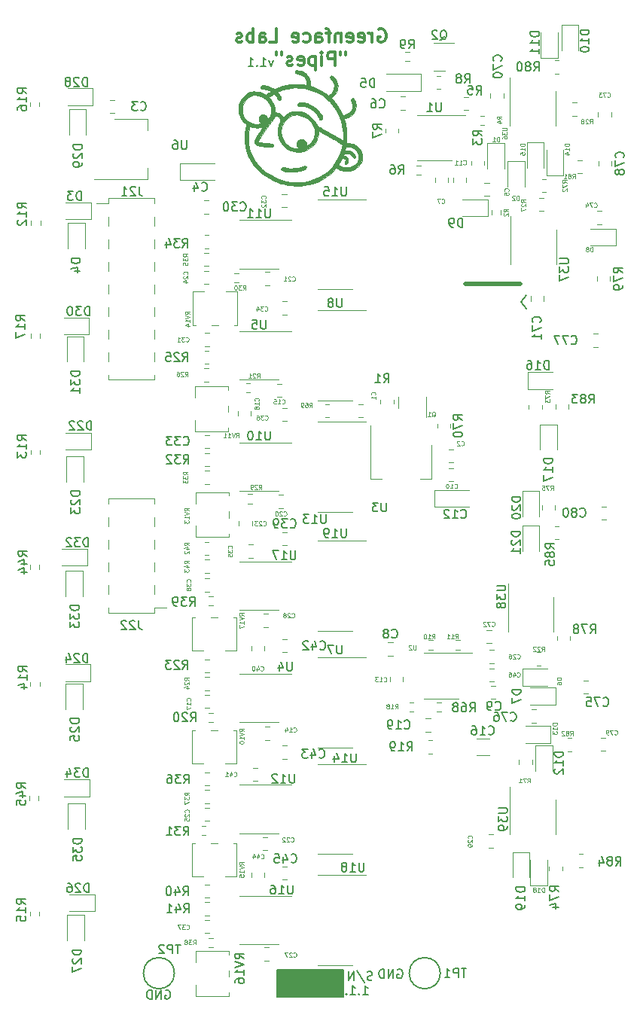
<source format=gbr>
%TF.GenerationSoftware,KiCad,Pcbnew,(6.0.1)*%
%TF.CreationDate,2023-03-19T18:02:46-07:00*%
%TF.ProjectId,pipes_main,70697065-735f-46d6-9169-6e2e6b696361,rev?*%
%TF.SameCoordinates,Original*%
%TF.FileFunction,Legend,Bot*%
%TF.FilePolarity,Positive*%
%FSLAX46Y46*%
G04 Gerber Fmt 4.6, Leading zero omitted, Abs format (unit mm)*
G04 Created by KiCad (PCBNEW (6.0.1)) date 2023-03-19 18:02:46*
%MOMM*%
%LPD*%
G01*
G04 APERTURE LIST*
%ADD10C,0.500000*%
%ADD11C,0.150000*%
%ADD12C,0.300000*%
%ADD13C,0.100000*%
%ADD14C,0.120000*%
%ADD15C,0.010000*%
G04 APERTURE END LIST*
D10*
X92760000Y-69440000D02*
X98940000Y-69440000D01*
D11*
X71600000Y-146600000D02*
X79000000Y-146600000D01*
X79000000Y-146600000D02*
X79000000Y-149600000D01*
X79000000Y-149600000D02*
X71600000Y-149600000D01*
X71600000Y-149600000D02*
X71600000Y-146600000D01*
G36*
X71600000Y-146600000D02*
G01*
X79000000Y-146600000D01*
X79000000Y-149600000D01*
X71600000Y-149600000D01*
X71600000Y-146600000D01*
G37*
X71128571Y-44285714D02*
X70890476Y-44952380D01*
X70652380Y-44285714D01*
X69747619Y-44952380D02*
X70319047Y-44952380D01*
X70033333Y-44952380D02*
X70033333Y-43952380D01*
X70128571Y-44095238D01*
X70223809Y-44190476D01*
X70319047Y-44238095D01*
X69319047Y-44857142D02*
X69271428Y-44904761D01*
X69319047Y-44952380D01*
X69366666Y-44904761D01*
X69319047Y-44857142D01*
X69319047Y-44952380D01*
X68319047Y-44952380D02*
X68890476Y-44952380D01*
X68604761Y-44952380D02*
X68604761Y-43952380D01*
X68700000Y-44095238D01*
X68795238Y-44190476D01*
X68890476Y-44238095D01*
D12*
X82971428Y-40850000D02*
X83114285Y-40778571D01*
X83328571Y-40778571D01*
X83542857Y-40850000D01*
X83685714Y-40992857D01*
X83757142Y-41135714D01*
X83828571Y-41421428D01*
X83828571Y-41635714D01*
X83757142Y-41921428D01*
X83685714Y-42064285D01*
X83542857Y-42207142D01*
X83328571Y-42278571D01*
X83185714Y-42278571D01*
X82971428Y-42207142D01*
X82900000Y-42135714D01*
X82900000Y-41635714D01*
X83185714Y-41635714D01*
X82257142Y-42278571D02*
X82257142Y-41278571D01*
X82257142Y-41564285D02*
X82185714Y-41421428D01*
X82114285Y-41350000D01*
X81971428Y-41278571D01*
X81828571Y-41278571D01*
X80757142Y-42207142D02*
X80900000Y-42278571D01*
X81185714Y-42278571D01*
X81328571Y-42207142D01*
X81400000Y-42064285D01*
X81400000Y-41492857D01*
X81328571Y-41350000D01*
X81185714Y-41278571D01*
X80900000Y-41278571D01*
X80757142Y-41350000D01*
X80685714Y-41492857D01*
X80685714Y-41635714D01*
X81400000Y-41778571D01*
X79471428Y-42207142D02*
X79614285Y-42278571D01*
X79900000Y-42278571D01*
X80042857Y-42207142D01*
X80114285Y-42064285D01*
X80114285Y-41492857D01*
X80042857Y-41350000D01*
X79900000Y-41278571D01*
X79614285Y-41278571D01*
X79471428Y-41350000D01*
X79400000Y-41492857D01*
X79400000Y-41635714D01*
X80114285Y-41778571D01*
X78757142Y-41278571D02*
X78757142Y-42278571D01*
X78757142Y-41421428D02*
X78685714Y-41350000D01*
X78542857Y-41278571D01*
X78328571Y-41278571D01*
X78185714Y-41350000D01*
X78114285Y-41492857D01*
X78114285Y-42278571D01*
X77614285Y-41278571D02*
X77042857Y-41278571D01*
X77400000Y-42278571D02*
X77400000Y-40992857D01*
X77328571Y-40850000D01*
X77185714Y-40778571D01*
X77042857Y-40778571D01*
X75900000Y-42278571D02*
X75900000Y-41492857D01*
X75971428Y-41350000D01*
X76114285Y-41278571D01*
X76400000Y-41278571D01*
X76542857Y-41350000D01*
X75900000Y-42207142D02*
X76042857Y-42278571D01*
X76400000Y-42278571D01*
X76542857Y-42207142D01*
X76614285Y-42064285D01*
X76614285Y-41921428D01*
X76542857Y-41778571D01*
X76400000Y-41707142D01*
X76042857Y-41707142D01*
X75900000Y-41635714D01*
X74542857Y-42207142D02*
X74685714Y-42278571D01*
X74971428Y-42278571D01*
X75114285Y-42207142D01*
X75185714Y-42135714D01*
X75257142Y-41992857D01*
X75257142Y-41564285D01*
X75185714Y-41421428D01*
X75114285Y-41350000D01*
X74971428Y-41278571D01*
X74685714Y-41278571D01*
X74542857Y-41350000D01*
X73328571Y-42207142D02*
X73471428Y-42278571D01*
X73757142Y-42278571D01*
X73900000Y-42207142D01*
X73971428Y-42064285D01*
X73971428Y-41492857D01*
X73900000Y-41350000D01*
X73757142Y-41278571D01*
X73471428Y-41278571D01*
X73328571Y-41350000D01*
X73257142Y-41492857D01*
X73257142Y-41635714D01*
X73971428Y-41778571D01*
X70757142Y-42278571D02*
X71471428Y-42278571D01*
X71471428Y-40778571D01*
X69614285Y-42278571D02*
X69614285Y-41492857D01*
X69685714Y-41350000D01*
X69828571Y-41278571D01*
X70114285Y-41278571D01*
X70257142Y-41350000D01*
X69614285Y-42207142D02*
X69757142Y-42278571D01*
X70114285Y-42278571D01*
X70257142Y-42207142D01*
X70328571Y-42064285D01*
X70328571Y-41921428D01*
X70257142Y-41778571D01*
X70114285Y-41707142D01*
X69757142Y-41707142D01*
X69614285Y-41635714D01*
X68900000Y-42278571D02*
X68900000Y-40778571D01*
X68900000Y-41350000D02*
X68757142Y-41278571D01*
X68471428Y-41278571D01*
X68328571Y-41350000D01*
X68257142Y-41421428D01*
X68185714Y-41564285D01*
X68185714Y-41992857D01*
X68257142Y-42135714D01*
X68328571Y-42207142D01*
X68471428Y-42278571D01*
X68757142Y-42278571D01*
X68900000Y-42207142D01*
X67614285Y-42207142D02*
X67471428Y-42278571D01*
X67185714Y-42278571D01*
X67042857Y-42207142D01*
X66971428Y-42064285D01*
X66971428Y-41992857D01*
X67042857Y-41850000D01*
X67185714Y-41778571D01*
X67400000Y-41778571D01*
X67542857Y-41707142D01*
X67614285Y-41564285D01*
X67614285Y-41492857D01*
X67542857Y-41350000D01*
X67400000Y-41278571D01*
X67185714Y-41278571D01*
X67042857Y-41350000D01*
D11*
X59011904Y-148900000D02*
X59107142Y-148852380D01*
X59250000Y-148852380D01*
X59392857Y-148900000D01*
X59488095Y-148995238D01*
X59535714Y-149090476D01*
X59583333Y-149280952D01*
X59583333Y-149423809D01*
X59535714Y-149614285D01*
X59488095Y-149709523D01*
X59392857Y-149804761D01*
X59250000Y-149852380D01*
X59154761Y-149852380D01*
X59011904Y-149804761D01*
X58964285Y-149757142D01*
X58964285Y-149423809D01*
X59154761Y-149423809D01*
X58535714Y-149852380D02*
X58535714Y-148852380D01*
X57964285Y-149852380D01*
X57964285Y-148852380D01*
X57488095Y-149852380D02*
X57488095Y-148852380D01*
X57250000Y-148852380D01*
X57107142Y-148900000D01*
X57011904Y-148995238D01*
X56964285Y-149090476D01*
X56916666Y-149280952D01*
X56916666Y-149423809D01*
X56964285Y-149614285D01*
X57011904Y-149709523D01*
X57107142Y-149804761D01*
X57250000Y-149852380D01*
X57488095Y-149852380D01*
X82264285Y-147699761D02*
X82121428Y-147747380D01*
X81883333Y-147747380D01*
X81788095Y-147699761D01*
X81740476Y-147652142D01*
X81692857Y-147556904D01*
X81692857Y-147461666D01*
X81740476Y-147366428D01*
X81788095Y-147318809D01*
X81883333Y-147271190D01*
X82073809Y-147223571D01*
X82169047Y-147175952D01*
X82216666Y-147128333D01*
X82264285Y-147033095D01*
X82264285Y-146937857D01*
X82216666Y-146842619D01*
X82169047Y-146795000D01*
X82073809Y-146747380D01*
X81835714Y-146747380D01*
X81692857Y-146795000D01*
X80550000Y-146699761D02*
X81407142Y-147985476D01*
X80216666Y-147747380D02*
X80216666Y-146747380D01*
X79645238Y-147747380D01*
X79645238Y-146747380D01*
X81216666Y-149357380D02*
X81788095Y-149357380D01*
X81502380Y-149357380D02*
X81502380Y-148357380D01*
X81597619Y-148500238D01*
X81692857Y-148595476D01*
X81788095Y-148643095D01*
X80788095Y-149262142D02*
X80740476Y-149309761D01*
X80788095Y-149357380D01*
X80835714Y-149309761D01*
X80788095Y-149262142D01*
X80788095Y-149357380D01*
X79788095Y-149357380D02*
X80359523Y-149357380D01*
X80073809Y-149357380D02*
X80073809Y-148357380D01*
X80169047Y-148500238D01*
X80264285Y-148595476D01*
X80359523Y-148643095D01*
X79359523Y-149262142D02*
X79311904Y-149309761D01*
X79359523Y-149357380D01*
X79407142Y-149309761D01*
X79359523Y-149262142D01*
X79359523Y-149357380D01*
X85121904Y-146560000D02*
X85217142Y-146512380D01*
X85360000Y-146512380D01*
X85502857Y-146560000D01*
X85598095Y-146655238D01*
X85645714Y-146750476D01*
X85693333Y-146940952D01*
X85693333Y-147083809D01*
X85645714Y-147274285D01*
X85598095Y-147369523D01*
X85502857Y-147464761D01*
X85360000Y-147512380D01*
X85264761Y-147512380D01*
X85121904Y-147464761D01*
X85074285Y-147417142D01*
X85074285Y-147083809D01*
X85264761Y-147083809D01*
X84645714Y-147512380D02*
X84645714Y-146512380D01*
X84074285Y-147512380D01*
X84074285Y-146512380D01*
X83598095Y-147512380D02*
X83598095Y-146512380D01*
X83360000Y-146512380D01*
X83217142Y-146560000D01*
X83121904Y-146655238D01*
X83074285Y-146750476D01*
X83026666Y-146940952D01*
X83026666Y-147083809D01*
X83074285Y-147274285D01*
X83121904Y-147369523D01*
X83217142Y-147464761D01*
X83360000Y-147512380D01*
X83598095Y-147512380D01*
D12*
X79292857Y-43378571D02*
X79292857Y-43664285D01*
X78721428Y-43378571D02*
X78721428Y-43664285D01*
X78078571Y-44878571D02*
X78078571Y-43378571D01*
X77507142Y-43378571D01*
X77364285Y-43450000D01*
X77292857Y-43521428D01*
X77221428Y-43664285D01*
X77221428Y-43878571D01*
X77292857Y-44021428D01*
X77364285Y-44092857D01*
X77507142Y-44164285D01*
X78078571Y-44164285D01*
X76578571Y-44878571D02*
X76578571Y-43878571D01*
X76578571Y-43378571D02*
X76650000Y-43450000D01*
X76578571Y-43521428D01*
X76507142Y-43450000D01*
X76578571Y-43378571D01*
X76578571Y-43521428D01*
X75864285Y-43878571D02*
X75864285Y-45378571D01*
X75864285Y-43950000D02*
X75721428Y-43878571D01*
X75435714Y-43878571D01*
X75292857Y-43950000D01*
X75221428Y-44021428D01*
X75150000Y-44164285D01*
X75150000Y-44592857D01*
X75221428Y-44735714D01*
X75292857Y-44807142D01*
X75435714Y-44878571D01*
X75721428Y-44878571D01*
X75864285Y-44807142D01*
X73935714Y-44807142D02*
X74078571Y-44878571D01*
X74364285Y-44878571D01*
X74507142Y-44807142D01*
X74578571Y-44664285D01*
X74578571Y-44092857D01*
X74507142Y-43950000D01*
X74364285Y-43878571D01*
X74078571Y-43878571D01*
X73935714Y-43950000D01*
X73864285Y-44092857D01*
X73864285Y-44235714D01*
X74578571Y-44378571D01*
X73292857Y-44807142D02*
X73150000Y-44878571D01*
X72864285Y-44878571D01*
X72721428Y-44807142D01*
X72650000Y-44664285D01*
X72650000Y-44592857D01*
X72721428Y-44450000D01*
X72864285Y-44378571D01*
X73078571Y-44378571D01*
X73221428Y-44307142D01*
X73292857Y-44164285D01*
X73292857Y-44092857D01*
X73221428Y-43950000D01*
X73078571Y-43878571D01*
X72864285Y-43878571D01*
X72721428Y-43950000D01*
X72078571Y-43378571D02*
X72078571Y-43664285D01*
X71507142Y-43378571D02*
X71507142Y-43664285D01*
D11*
X99590476Y-70748095D02*
X99019047Y-71510000D01*
X99590476Y-72271904D01*
D13*
%TO.C,D15*%
X99426190Y-53692857D02*
X98926190Y-53692857D01*
X98926190Y-53811904D01*
X98950000Y-53883333D01*
X98997619Y-53930952D01*
X99045238Y-53954761D01*
X99140476Y-53978571D01*
X99211904Y-53978571D01*
X99307142Y-53954761D01*
X99354761Y-53930952D01*
X99402380Y-53883333D01*
X99426190Y-53811904D01*
X99426190Y-53692857D01*
X99426190Y-54454761D02*
X99426190Y-54169047D01*
X99426190Y-54311904D02*
X98926190Y-54311904D01*
X98997619Y-54264285D01*
X99045238Y-54216666D01*
X99069047Y-54169047D01*
X98926190Y-54907142D02*
X98926190Y-54669047D01*
X99164285Y-54645238D01*
X99140476Y-54669047D01*
X99116666Y-54716666D01*
X99116666Y-54835714D01*
X99140476Y-54883333D01*
X99164285Y-54907142D01*
X99211904Y-54930952D01*
X99330952Y-54930952D01*
X99378571Y-54907142D01*
X99402380Y-54883333D01*
X99426190Y-54835714D01*
X99426190Y-54716666D01*
X99402380Y-54669047D01*
X99378571Y-54645238D01*
D11*
%TO.C,U3*%
X83861904Y-94052380D02*
X83861904Y-94861904D01*
X83814285Y-94957142D01*
X83766666Y-95004761D01*
X83671428Y-95052380D01*
X83480952Y-95052380D01*
X83385714Y-95004761D01*
X83338095Y-94957142D01*
X83290476Y-94861904D01*
X83290476Y-94052380D01*
X82909523Y-94052380D02*
X82290476Y-94052380D01*
X82623809Y-94433333D01*
X82480952Y-94433333D01*
X82385714Y-94480952D01*
X82338095Y-94528571D01*
X82290476Y-94623809D01*
X82290476Y-94861904D01*
X82338095Y-94957142D01*
X82385714Y-95004761D01*
X82480952Y-95052380D01*
X82766666Y-95052380D01*
X82861904Y-95004761D01*
X82909523Y-94957142D01*
%TO.C,R36*%
X61092857Y-125602380D02*
X61426190Y-125126190D01*
X61664285Y-125602380D02*
X61664285Y-124602380D01*
X61283333Y-124602380D01*
X61188095Y-124650000D01*
X61140476Y-124697619D01*
X61092857Y-124792857D01*
X61092857Y-124935714D01*
X61140476Y-125030952D01*
X61188095Y-125078571D01*
X61283333Y-125126190D01*
X61664285Y-125126190D01*
X60759523Y-124602380D02*
X60140476Y-124602380D01*
X60473809Y-124983333D01*
X60330952Y-124983333D01*
X60235714Y-125030952D01*
X60188095Y-125078571D01*
X60140476Y-125173809D01*
X60140476Y-125411904D01*
X60188095Y-125507142D01*
X60235714Y-125554761D01*
X60330952Y-125602380D01*
X60616666Y-125602380D01*
X60711904Y-125554761D01*
X60759523Y-125507142D01*
X59283333Y-124602380D02*
X59473809Y-124602380D01*
X59569047Y-124650000D01*
X59616666Y-124697619D01*
X59711904Y-124840476D01*
X59759523Y-125030952D01*
X59759523Y-125411904D01*
X59711904Y-125507142D01*
X59664285Y-125554761D01*
X59569047Y-125602380D01*
X59378571Y-125602380D01*
X59283333Y-125554761D01*
X59235714Y-125507142D01*
X59188095Y-125411904D01*
X59188095Y-125173809D01*
X59235714Y-125078571D01*
X59283333Y-125030952D01*
X59378571Y-124983333D01*
X59569047Y-124983333D01*
X59664285Y-125030952D01*
X59711904Y-125078571D01*
X59759523Y-125173809D01*
%TO.C,Q2*%
X89895238Y-42027619D02*
X89990476Y-41980000D01*
X90085714Y-41884761D01*
X90228571Y-41741904D01*
X90323809Y-41694285D01*
X90419047Y-41694285D01*
X90371428Y-41932380D02*
X90466666Y-41884761D01*
X90561904Y-41789523D01*
X90609523Y-41599047D01*
X90609523Y-41265714D01*
X90561904Y-41075238D01*
X90466666Y-40980000D01*
X90371428Y-40932380D01*
X90180952Y-40932380D01*
X90085714Y-40980000D01*
X89990476Y-41075238D01*
X89942857Y-41265714D01*
X89942857Y-41599047D01*
X89990476Y-41789523D01*
X90085714Y-41884761D01*
X90180952Y-41932380D01*
X90371428Y-41932380D01*
X89561904Y-41027619D02*
X89514285Y-40980000D01*
X89419047Y-40932380D01*
X89180952Y-40932380D01*
X89085714Y-40980000D01*
X89038095Y-41027619D01*
X88990476Y-41122857D01*
X88990476Y-41218095D01*
X89038095Y-41360952D01*
X89609523Y-41932380D01*
X88990476Y-41932380D01*
%TO.C,R39*%
X61742857Y-105652380D02*
X62076190Y-105176190D01*
X62314285Y-105652380D02*
X62314285Y-104652380D01*
X61933333Y-104652380D01*
X61838095Y-104700000D01*
X61790476Y-104747619D01*
X61742857Y-104842857D01*
X61742857Y-104985714D01*
X61790476Y-105080952D01*
X61838095Y-105128571D01*
X61933333Y-105176190D01*
X62314285Y-105176190D01*
X61409523Y-104652380D02*
X60790476Y-104652380D01*
X61123809Y-105033333D01*
X60980952Y-105033333D01*
X60885714Y-105080952D01*
X60838095Y-105128571D01*
X60790476Y-105223809D01*
X60790476Y-105461904D01*
X60838095Y-105557142D01*
X60885714Y-105604761D01*
X60980952Y-105652380D01*
X61266666Y-105652380D01*
X61361904Y-105604761D01*
X61409523Y-105557142D01*
X60314285Y-105652380D02*
X60123809Y-105652380D01*
X60028571Y-105604761D01*
X59980952Y-105557142D01*
X59885714Y-105414285D01*
X59838095Y-105223809D01*
X59838095Y-104842857D01*
X59885714Y-104747619D01*
X59933333Y-104700000D01*
X60028571Y-104652380D01*
X60219047Y-104652380D01*
X60314285Y-104700000D01*
X60361904Y-104747619D01*
X60409523Y-104842857D01*
X60409523Y-105080952D01*
X60361904Y-105176190D01*
X60314285Y-105223809D01*
X60219047Y-105271428D01*
X60028571Y-105271428D01*
X59933333Y-105223809D01*
X59885714Y-105176190D01*
X59838095Y-105080952D01*
D13*
%TO.C,R82*%
X104521428Y-120226190D02*
X104688095Y-119988095D01*
X104807142Y-120226190D02*
X104807142Y-119726190D01*
X104616666Y-119726190D01*
X104569047Y-119750000D01*
X104545238Y-119773809D01*
X104521428Y-119821428D01*
X104521428Y-119892857D01*
X104545238Y-119940476D01*
X104569047Y-119964285D01*
X104616666Y-119988095D01*
X104807142Y-119988095D01*
X104235714Y-119940476D02*
X104283333Y-119916666D01*
X104307142Y-119892857D01*
X104330952Y-119845238D01*
X104330952Y-119821428D01*
X104307142Y-119773809D01*
X104283333Y-119750000D01*
X104235714Y-119726190D01*
X104140476Y-119726190D01*
X104092857Y-119750000D01*
X104069047Y-119773809D01*
X104045238Y-119821428D01*
X104045238Y-119845238D01*
X104069047Y-119892857D01*
X104092857Y-119916666D01*
X104140476Y-119940476D01*
X104235714Y-119940476D01*
X104283333Y-119964285D01*
X104307142Y-119988095D01*
X104330952Y-120035714D01*
X104330952Y-120130952D01*
X104307142Y-120178571D01*
X104283333Y-120202380D01*
X104235714Y-120226190D01*
X104140476Y-120226190D01*
X104092857Y-120202380D01*
X104069047Y-120178571D01*
X104045238Y-120130952D01*
X104045238Y-120035714D01*
X104069047Y-119988095D01*
X104092857Y-119964285D01*
X104140476Y-119940476D01*
X103854761Y-119773809D02*
X103830952Y-119750000D01*
X103783333Y-119726190D01*
X103664285Y-119726190D01*
X103616666Y-119750000D01*
X103592857Y-119773809D01*
X103569047Y-119821428D01*
X103569047Y-119869047D01*
X103592857Y-119940476D01*
X103878571Y-120226190D01*
X103569047Y-120226190D01*
%TO.C,R27*%
X99526190Y-60278571D02*
X99288095Y-60111904D01*
X99526190Y-59992857D02*
X99026190Y-59992857D01*
X99026190Y-60183333D01*
X99050000Y-60230952D01*
X99073809Y-60254761D01*
X99121428Y-60278571D01*
X99192857Y-60278571D01*
X99240476Y-60254761D01*
X99264285Y-60230952D01*
X99288095Y-60183333D01*
X99288095Y-59992857D01*
X99073809Y-60469047D02*
X99050000Y-60492857D01*
X99026190Y-60540476D01*
X99026190Y-60659523D01*
X99050000Y-60707142D01*
X99073809Y-60730952D01*
X99121428Y-60754761D01*
X99169047Y-60754761D01*
X99240476Y-60730952D01*
X99526190Y-60445238D01*
X99526190Y-60754761D01*
X99026190Y-60921428D02*
X99026190Y-61254761D01*
X99526190Y-61040476D01*
D11*
%TO.C,C8*%
X84476666Y-109167142D02*
X84524285Y-109214761D01*
X84667142Y-109262380D01*
X84762380Y-109262380D01*
X84905238Y-109214761D01*
X85000476Y-109119523D01*
X85048095Y-109024285D01*
X85095714Y-108833809D01*
X85095714Y-108690952D01*
X85048095Y-108500476D01*
X85000476Y-108405238D01*
X84905238Y-108310000D01*
X84762380Y-108262380D01*
X84667142Y-108262380D01*
X84524285Y-108310000D01*
X84476666Y-108357619D01*
X83905238Y-108690952D02*
X84000476Y-108643333D01*
X84048095Y-108595714D01*
X84095714Y-108500476D01*
X84095714Y-108452857D01*
X84048095Y-108357619D01*
X84000476Y-108310000D01*
X83905238Y-108262380D01*
X83714761Y-108262380D01*
X83619523Y-108310000D01*
X83571904Y-108357619D01*
X83524285Y-108452857D01*
X83524285Y-108500476D01*
X83571904Y-108595714D01*
X83619523Y-108643333D01*
X83714761Y-108690952D01*
X83905238Y-108690952D01*
X84000476Y-108738571D01*
X84048095Y-108786190D01*
X84095714Y-108881428D01*
X84095714Y-109071904D01*
X84048095Y-109167142D01*
X84000476Y-109214761D01*
X83905238Y-109262380D01*
X83714761Y-109262380D01*
X83619523Y-109214761D01*
X83571904Y-109167142D01*
X83524285Y-109071904D01*
X83524285Y-108881428D01*
X83571904Y-108786190D01*
X83619523Y-108738571D01*
X83714761Y-108690952D01*
D13*
%TO.C,C28*%
X73221428Y-106928571D02*
X73245238Y-106952380D01*
X73316666Y-106976190D01*
X73364285Y-106976190D01*
X73435714Y-106952380D01*
X73483333Y-106904761D01*
X73507142Y-106857142D01*
X73530952Y-106761904D01*
X73530952Y-106690476D01*
X73507142Y-106595238D01*
X73483333Y-106547619D01*
X73435714Y-106500000D01*
X73364285Y-106476190D01*
X73316666Y-106476190D01*
X73245238Y-106500000D01*
X73221428Y-106523809D01*
X73030952Y-106523809D02*
X73007142Y-106500000D01*
X72959523Y-106476190D01*
X72840476Y-106476190D01*
X72792857Y-106500000D01*
X72769047Y-106523809D01*
X72745238Y-106571428D01*
X72745238Y-106619047D01*
X72769047Y-106690476D01*
X73054761Y-106976190D01*
X72745238Y-106976190D01*
X72459523Y-106690476D02*
X72507142Y-106666666D01*
X72530952Y-106642857D01*
X72554761Y-106595238D01*
X72554761Y-106571428D01*
X72530952Y-106523809D01*
X72507142Y-106500000D01*
X72459523Y-106476190D01*
X72364285Y-106476190D01*
X72316666Y-106500000D01*
X72292857Y-106523809D01*
X72269047Y-106571428D01*
X72269047Y-106595238D01*
X72292857Y-106642857D01*
X72316666Y-106666666D01*
X72364285Y-106690476D01*
X72459523Y-106690476D01*
X72507142Y-106714285D01*
X72530952Y-106738095D01*
X72554761Y-106785714D01*
X72554761Y-106880952D01*
X72530952Y-106928571D01*
X72507142Y-106952380D01*
X72459523Y-106976190D01*
X72364285Y-106976190D01*
X72316666Y-106952380D01*
X72292857Y-106928571D01*
X72269047Y-106880952D01*
X72269047Y-106785714D01*
X72292857Y-106738095D01*
X72316666Y-106714285D01*
X72364285Y-106690476D01*
D11*
%TO.C,C9*%
X96116666Y-117307142D02*
X96164285Y-117354761D01*
X96307142Y-117402380D01*
X96402380Y-117402380D01*
X96545238Y-117354761D01*
X96640476Y-117259523D01*
X96688095Y-117164285D01*
X96735714Y-116973809D01*
X96735714Y-116830952D01*
X96688095Y-116640476D01*
X96640476Y-116545238D01*
X96545238Y-116450000D01*
X96402380Y-116402380D01*
X96307142Y-116402380D01*
X96164285Y-116450000D01*
X96116666Y-116497619D01*
X95640476Y-117402380D02*
X95450000Y-117402380D01*
X95354761Y-117354761D01*
X95307142Y-117307142D01*
X95211904Y-117164285D01*
X95164285Y-116973809D01*
X95164285Y-116592857D01*
X95211904Y-116497619D01*
X95259523Y-116450000D01*
X95354761Y-116402380D01*
X95545238Y-116402380D01*
X95640476Y-116450000D01*
X95688095Y-116497619D01*
X95735714Y-116592857D01*
X95735714Y-116830952D01*
X95688095Y-116926190D01*
X95640476Y-116973809D01*
X95545238Y-117021428D01*
X95354761Y-117021428D01*
X95259523Y-116973809D01*
X95211904Y-116926190D01*
X95164285Y-116830952D01*
D13*
%TO.C,C40*%
X69721428Y-112878571D02*
X69745238Y-112902380D01*
X69816666Y-112926190D01*
X69864285Y-112926190D01*
X69935714Y-112902380D01*
X69983333Y-112854761D01*
X70007142Y-112807142D01*
X70030952Y-112711904D01*
X70030952Y-112640476D01*
X70007142Y-112545238D01*
X69983333Y-112497619D01*
X69935714Y-112450000D01*
X69864285Y-112426190D01*
X69816666Y-112426190D01*
X69745238Y-112450000D01*
X69721428Y-112473809D01*
X69292857Y-112592857D02*
X69292857Y-112926190D01*
X69411904Y-112402380D02*
X69530952Y-112759523D01*
X69221428Y-112759523D01*
X68935714Y-112426190D02*
X68888095Y-112426190D01*
X68840476Y-112450000D01*
X68816666Y-112473809D01*
X68792857Y-112521428D01*
X68769047Y-112616666D01*
X68769047Y-112735714D01*
X68792857Y-112830952D01*
X68816666Y-112878571D01*
X68840476Y-112902380D01*
X68888095Y-112926190D01*
X68935714Y-112926190D01*
X68983333Y-112902380D01*
X69007142Y-112878571D01*
X69030952Y-112830952D01*
X69054761Y-112735714D01*
X69054761Y-112616666D01*
X69030952Y-112521428D01*
X69007142Y-112473809D01*
X68983333Y-112450000D01*
X68935714Y-112426190D01*
%TO.C,D14*%
X104426190Y-53692857D02*
X103926190Y-53692857D01*
X103926190Y-53811904D01*
X103950000Y-53883333D01*
X103997619Y-53930952D01*
X104045238Y-53954761D01*
X104140476Y-53978571D01*
X104211904Y-53978571D01*
X104307142Y-53954761D01*
X104354761Y-53930952D01*
X104402380Y-53883333D01*
X104426190Y-53811904D01*
X104426190Y-53692857D01*
X104426190Y-54454761D02*
X104426190Y-54169047D01*
X104426190Y-54311904D02*
X103926190Y-54311904D01*
X103997619Y-54264285D01*
X104045238Y-54216666D01*
X104069047Y-54169047D01*
X104092857Y-54883333D02*
X104426190Y-54883333D01*
X103902380Y-54764285D02*
X104259523Y-54645238D01*
X104259523Y-54954761D01*
D11*
%TO.C,R79*%
X110402380Y-68207142D02*
X109926190Y-67873809D01*
X110402380Y-67635714D02*
X109402380Y-67635714D01*
X109402380Y-68016666D01*
X109450000Y-68111904D01*
X109497619Y-68159523D01*
X109592857Y-68207142D01*
X109735714Y-68207142D01*
X109830952Y-68159523D01*
X109878571Y-68111904D01*
X109926190Y-68016666D01*
X109926190Y-67635714D01*
X109402380Y-68540476D02*
X109402380Y-69207142D01*
X110402380Y-68778571D01*
X110402380Y-69635714D02*
X110402380Y-69826190D01*
X110354761Y-69921428D01*
X110307142Y-69969047D01*
X110164285Y-70064285D01*
X109973809Y-70111904D01*
X109592857Y-70111904D01*
X109497619Y-70064285D01*
X109450000Y-70016666D01*
X109402380Y-69921428D01*
X109402380Y-69730952D01*
X109450000Y-69635714D01*
X109497619Y-69588095D01*
X109592857Y-69540476D01*
X109830952Y-69540476D01*
X109926190Y-69588095D01*
X109973809Y-69635714D01*
X110021428Y-69730952D01*
X110021428Y-69921428D01*
X109973809Y-70016666D01*
X109926190Y-70064285D01*
X109830952Y-70111904D01*
D13*
%TO.C,R30*%
X67721428Y-70126190D02*
X67888095Y-69888095D01*
X68007142Y-70126190D02*
X68007142Y-69626190D01*
X67816666Y-69626190D01*
X67769047Y-69650000D01*
X67745238Y-69673809D01*
X67721428Y-69721428D01*
X67721428Y-69792857D01*
X67745238Y-69840476D01*
X67769047Y-69864285D01*
X67816666Y-69888095D01*
X68007142Y-69888095D01*
X67554761Y-69626190D02*
X67245238Y-69626190D01*
X67411904Y-69816666D01*
X67340476Y-69816666D01*
X67292857Y-69840476D01*
X67269047Y-69864285D01*
X67245238Y-69911904D01*
X67245238Y-70030952D01*
X67269047Y-70078571D01*
X67292857Y-70102380D01*
X67340476Y-70126190D01*
X67483333Y-70126190D01*
X67530952Y-70102380D01*
X67554761Y-70078571D01*
X66935714Y-69626190D02*
X66888095Y-69626190D01*
X66840476Y-69650000D01*
X66816666Y-69673809D01*
X66792857Y-69721428D01*
X66769047Y-69816666D01*
X66769047Y-69935714D01*
X66792857Y-70030952D01*
X66816666Y-70078571D01*
X66840476Y-70102380D01*
X66888095Y-70126190D01*
X66935714Y-70126190D01*
X66983333Y-70102380D01*
X67007142Y-70078571D01*
X67030952Y-70030952D01*
X67054761Y-69935714D01*
X67054761Y-69816666D01*
X67030952Y-69721428D01*
X67007142Y-69673809D01*
X66983333Y-69650000D01*
X66935714Y-69626190D01*
D11*
%TO.C,R78*%
X106792857Y-108752380D02*
X107126190Y-108276190D01*
X107364285Y-108752380D02*
X107364285Y-107752380D01*
X106983333Y-107752380D01*
X106888095Y-107800000D01*
X106840476Y-107847619D01*
X106792857Y-107942857D01*
X106792857Y-108085714D01*
X106840476Y-108180952D01*
X106888095Y-108228571D01*
X106983333Y-108276190D01*
X107364285Y-108276190D01*
X106459523Y-107752380D02*
X105792857Y-107752380D01*
X106221428Y-108752380D01*
X105269047Y-108180952D02*
X105364285Y-108133333D01*
X105411904Y-108085714D01*
X105459523Y-107990476D01*
X105459523Y-107942857D01*
X105411904Y-107847619D01*
X105364285Y-107800000D01*
X105269047Y-107752380D01*
X105078571Y-107752380D01*
X104983333Y-107800000D01*
X104935714Y-107847619D01*
X104888095Y-107942857D01*
X104888095Y-107990476D01*
X104935714Y-108085714D01*
X104983333Y-108133333D01*
X105078571Y-108180952D01*
X105269047Y-108180952D01*
X105364285Y-108228571D01*
X105411904Y-108276190D01*
X105459523Y-108371428D01*
X105459523Y-108561904D01*
X105411904Y-108657142D01*
X105364285Y-108704761D01*
X105269047Y-108752380D01*
X105078571Y-108752380D01*
X104983333Y-108704761D01*
X104935714Y-108657142D01*
X104888095Y-108561904D01*
X104888095Y-108371428D01*
X104935714Y-108276190D01*
X104983333Y-108228571D01*
X105078571Y-108180952D01*
D13*
%TO.C,R73*%
X102226190Y-81778571D02*
X101988095Y-81611904D01*
X102226190Y-81492857D02*
X101726190Y-81492857D01*
X101726190Y-81683333D01*
X101750000Y-81730952D01*
X101773809Y-81754761D01*
X101821428Y-81778571D01*
X101892857Y-81778571D01*
X101940476Y-81754761D01*
X101964285Y-81730952D01*
X101988095Y-81683333D01*
X101988095Y-81492857D01*
X101726190Y-81945238D02*
X101726190Y-82278571D01*
X102226190Y-82064285D01*
X101726190Y-82421428D02*
X101726190Y-82730952D01*
X101916666Y-82564285D01*
X101916666Y-82635714D01*
X101940476Y-82683333D01*
X101964285Y-82707142D01*
X102011904Y-82730952D01*
X102130952Y-82730952D01*
X102178571Y-82707142D01*
X102202380Y-82683333D01*
X102226190Y-82635714D01*
X102226190Y-82492857D01*
X102202380Y-82445238D01*
X102178571Y-82421428D01*
D11*
%TO.C,D31*%
X49402380Y-79260714D02*
X48402380Y-79260714D01*
X48402380Y-79498809D01*
X48450000Y-79641666D01*
X48545238Y-79736904D01*
X48640476Y-79784523D01*
X48830952Y-79832142D01*
X48973809Y-79832142D01*
X49164285Y-79784523D01*
X49259523Y-79736904D01*
X49354761Y-79641666D01*
X49402380Y-79498809D01*
X49402380Y-79260714D01*
X48402380Y-80165476D02*
X48402380Y-80784523D01*
X48783333Y-80451190D01*
X48783333Y-80594047D01*
X48830952Y-80689285D01*
X48878571Y-80736904D01*
X48973809Y-80784523D01*
X49211904Y-80784523D01*
X49307142Y-80736904D01*
X49354761Y-80689285D01*
X49402380Y-80594047D01*
X49402380Y-80308333D01*
X49354761Y-80213095D01*
X49307142Y-80165476D01*
X49402380Y-81736904D02*
X49402380Y-81165476D01*
X49402380Y-81451190D02*
X48402380Y-81451190D01*
X48545238Y-81355952D01*
X48640476Y-81260714D01*
X48688095Y-81165476D01*
%TO.C,C76*%
X97842857Y-118507142D02*
X97890476Y-118554761D01*
X98033333Y-118602380D01*
X98128571Y-118602380D01*
X98271428Y-118554761D01*
X98366666Y-118459523D01*
X98414285Y-118364285D01*
X98461904Y-118173809D01*
X98461904Y-118030952D01*
X98414285Y-117840476D01*
X98366666Y-117745238D01*
X98271428Y-117650000D01*
X98128571Y-117602380D01*
X98033333Y-117602380D01*
X97890476Y-117650000D01*
X97842857Y-117697619D01*
X97509523Y-117602380D02*
X96842857Y-117602380D01*
X97271428Y-118602380D01*
X96033333Y-117602380D02*
X96223809Y-117602380D01*
X96319047Y-117650000D01*
X96366666Y-117697619D01*
X96461904Y-117840476D01*
X96509523Y-118030952D01*
X96509523Y-118411904D01*
X96461904Y-118507142D01*
X96414285Y-118554761D01*
X96319047Y-118602380D01*
X96128571Y-118602380D01*
X96033333Y-118554761D01*
X95985714Y-118507142D01*
X95938095Y-118411904D01*
X95938095Y-118173809D01*
X95985714Y-118078571D01*
X96033333Y-118030952D01*
X96128571Y-117983333D01*
X96319047Y-117983333D01*
X96414285Y-118030952D01*
X96461904Y-118078571D01*
X96509523Y-118173809D01*
D13*
%TO.C,RV17*%
X67826190Y-106764285D02*
X67588095Y-106597619D01*
X67826190Y-106478571D02*
X67326190Y-106478571D01*
X67326190Y-106669047D01*
X67350000Y-106716666D01*
X67373809Y-106740476D01*
X67421428Y-106764285D01*
X67492857Y-106764285D01*
X67540476Y-106740476D01*
X67564285Y-106716666D01*
X67588095Y-106669047D01*
X67588095Y-106478571D01*
X67326190Y-106907142D02*
X67826190Y-107073809D01*
X67326190Y-107240476D01*
X67826190Y-107669047D02*
X67826190Y-107383333D01*
X67826190Y-107526190D02*
X67326190Y-107526190D01*
X67397619Y-107478571D01*
X67445238Y-107430952D01*
X67469047Y-107383333D01*
X67326190Y-107835714D02*
X67326190Y-108169047D01*
X67826190Y-107954761D01*
%TO.C,RV13*%
X61626190Y-94964285D02*
X61388095Y-94797619D01*
X61626190Y-94678571D02*
X61126190Y-94678571D01*
X61126190Y-94869047D01*
X61150000Y-94916666D01*
X61173809Y-94940476D01*
X61221428Y-94964285D01*
X61292857Y-94964285D01*
X61340476Y-94940476D01*
X61364285Y-94916666D01*
X61388095Y-94869047D01*
X61388095Y-94678571D01*
X61126190Y-95107142D02*
X61626190Y-95273809D01*
X61126190Y-95440476D01*
X61626190Y-95869047D02*
X61626190Y-95583333D01*
X61626190Y-95726190D02*
X61126190Y-95726190D01*
X61197619Y-95678571D01*
X61245238Y-95630952D01*
X61269047Y-95583333D01*
X61126190Y-96035714D02*
X61126190Y-96345238D01*
X61316666Y-96178571D01*
X61316666Y-96250000D01*
X61340476Y-96297619D01*
X61364285Y-96321428D01*
X61411904Y-96345238D01*
X61530952Y-96345238D01*
X61578571Y-96321428D01*
X61602380Y-96297619D01*
X61626190Y-96250000D01*
X61626190Y-96107142D01*
X61602380Y-96059523D01*
X61578571Y-96035714D01*
D11*
%TO.C,R32*%
X61042857Y-89652380D02*
X61376190Y-89176190D01*
X61614285Y-89652380D02*
X61614285Y-88652380D01*
X61233333Y-88652380D01*
X61138095Y-88700000D01*
X61090476Y-88747619D01*
X61042857Y-88842857D01*
X61042857Y-88985714D01*
X61090476Y-89080952D01*
X61138095Y-89128571D01*
X61233333Y-89176190D01*
X61614285Y-89176190D01*
X60709523Y-88652380D02*
X60090476Y-88652380D01*
X60423809Y-89033333D01*
X60280952Y-89033333D01*
X60185714Y-89080952D01*
X60138095Y-89128571D01*
X60090476Y-89223809D01*
X60090476Y-89461904D01*
X60138095Y-89557142D01*
X60185714Y-89604761D01*
X60280952Y-89652380D01*
X60566666Y-89652380D01*
X60661904Y-89604761D01*
X60709523Y-89557142D01*
X59709523Y-88747619D02*
X59661904Y-88700000D01*
X59566666Y-88652380D01*
X59328571Y-88652380D01*
X59233333Y-88700000D01*
X59185714Y-88747619D01*
X59138095Y-88842857D01*
X59138095Y-88938095D01*
X59185714Y-89080952D01*
X59757142Y-89652380D01*
X59138095Y-89652380D01*
%TO.C,U38*%
X96252380Y-103361904D02*
X97061904Y-103361904D01*
X97157142Y-103409523D01*
X97204761Y-103457142D01*
X97252380Y-103552380D01*
X97252380Y-103742857D01*
X97204761Y-103838095D01*
X97157142Y-103885714D01*
X97061904Y-103933333D01*
X96252380Y-103933333D01*
X96252380Y-104314285D02*
X96252380Y-104933333D01*
X96633333Y-104600000D01*
X96633333Y-104742857D01*
X96680952Y-104838095D01*
X96728571Y-104885714D01*
X96823809Y-104933333D01*
X97061904Y-104933333D01*
X97157142Y-104885714D01*
X97204761Y-104838095D01*
X97252380Y-104742857D01*
X97252380Y-104457142D01*
X97204761Y-104361904D01*
X97157142Y-104314285D01*
X96680952Y-105504761D02*
X96633333Y-105409523D01*
X96585714Y-105361904D01*
X96490476Y-105314285D01*
X96442857Y-105314285D01*
X96347619Y-105361904D01*
X96300000Y-105409523D01*
X96252380Y-105504761D01*
X96252380Y-105695238D01*
X96300000Y-105790476D01*
X96347619Y-105838095D01*
X96442857Y-105885714D01*
X96490476Y-105885714D01*
X96585714Y-105838095D01*
X96633333Y-105790476D01*
X96680952Y-105695238D01*
X96680952Y-105504761D01*
X96728571Y-105409523D01*
X96776190Y-105361904D01*
X96871428Y-105314285D01*
X97061904Y-105314285D01*
X97157142Y-105361904D01*
X97204761Y-105409523D01*
X97252380Y-105504761D01*
X97252380Y-105695238D01*
X97204761Y-105790476D01*
X97157142Y-105838095D01*
X97061904Y-105885714D01*
X96871428Y-105885714D01*
X96776190Y-105838095D01*
X96728571Y-105790476D01*
X96680952Y-105695238D01*
D13*
%TO.C,R38*%
X62121428Y-143726190D02*
X62288095Y-143488095D01*
X62407142Y-143726190D02*
X62407142Y-143226190D01*
X62216666Y-143226190D01*
X62169047Y-143250000D01*
X62145238Y-143273809D01*
X62121428Y-143321428D01*
X62121428Y-143392857D01*
X62145238Y-143440476D01*
X62169047Y-143464285D01*
X62216666Y-143488095D01*
X62407142Y-143488095D01*
X61954761Y-143226190D02*
X61645238Y-143226190D01*
X61811904Y-143416666D01*
X61740476Y-143416666D01*
X61692857Y-143440476D01*
X61669047Y-143464285D01*
X61645238Y-143511904D01*
X61645238Y-143630952D01*
X61669047Y-143678571D01*
X61692857Y-143702380D01*
X61740476Y-143726190D01*
X61883333Y-143726190D01*
X61930952Y-143702380D01*
X61954761Y-143678571D01*
X61359523Y-143440476D02*
X61407142Y-143416666D01*
X61430952Y-143392857D01*
X61454761Y-143345238D01*
X61454761Y-143321428D01*
X61430952Y-143273809D01*
X61407142Y-143250000D01*
X61359523Y-143226190D01*
X61264285Y-143226190D01*
X61216666Y-143250000D01*
X61192857Y-143273809D01*
X61169047Y-143321428D01*
X61169047Y-143345238D01*
X61192857Y-143392857D01*
X61216666Y-143416666D01*
X61264285Y-143440476D01*
X61359523Y-143440476D01*
X61407142Y-143464285D01*
X61430952Y-143488095D01*
X61454761Y-143535714D01*
X61454761Y-143630952D01*
X61430952Y-143678571D01*
X61407142Y-143702380D01*
X61359523Y-143726190D01*
X61264285Y-143726190D01*
X61216666Y-143702380D01*
X61192857Y-143678571D01*
X61169047Y-143630952D01*
X61169047Y-143535714D01*
X61192857Y-143488095D01*
X61216666Y-143464285D01*
X61264285Y-143440476D01*
D11*
%TO.C,D23*%
X49402380Y-92760714D02*
X48402380Y-92760714D01*
X48402380Y-92998809D01*
X48450000Y-93141666D01*
X48545238Y-93236904D01*
X48640476Y-93284523D01*
X48830952Y-93332142D01*
X48973809Y-93332142D01*
X49164285Y-93284523D01*
X49259523Y-93236904D01*
X49354761Y-93141666D01*
X49402380Y-92998809D01*
X49402380Y-92760714D01*
X48497619Y-93713095D02*
X48450000Y-93760714D01*
X48402380Y-93855952D01*
X48402380Y-94094047D01*
X48450000Y-94189285D01*
X48497619Y-94236904D01*
X48592857Y-94284523D01*
X48688095Y-94284523D01*
X48830952Y-94236904D01*
X49402380Y-93665476D01*
X49402380Y-94284523D01*
X48402380Y-94617857D02*
X48402380Y-95236904D01*
X48783333Y-94903571D01*
X48783333Y-95046428D01*
X48830952Y-95141666D01*
X48878571Y-95189285D01*
X48973809Y-95236904D01*
X49211904Y-95236904D01*
X49307142Y-95189285D01*
X49354761Y-95141666D01*
X49402380Y-95046428D01*
X49402380Y-94760714D01*
X49354761Y-94665476D01*
X49307142Y-94617857D01*
%TO.C,D29*%
X49652380Y-53810714D02*
X48652380Y-53810714D01*
X48652380Y-54048809D01*
X48700000Y-54191666D01*
X48795238Y-54286904D01*
X48890476Y-54334523D01*
X49080952Y-54382142D01*
X49223809Y-54382142D01*
X49414285Y-54334523D01*
X49509523Y-54286904D01*
X49604761Y-54191666D01*
X49652380Y-54048809D01*
X49652380Y-53810714D01*
X48747619Y-54763095D02*
X48700000Y-54810714D01*
X48652380Y-54905952D01*
X48652380Y-55144047D01*
X48700000Y-55239285D01*
X48747619Y-55286904D01*
X48842857Y-55334523D01*
X48938095Y-55334523D01*
X49080952Y-55286904D01*
X49652380Y-54715476D01*
X49652380Y-55334523D01*
X49652380Y-55810714D02*
X49652380Y-56001190D01*
X49604761Y-56096428D01*
X49557142Y-56144047D01*
X49414285Y-56239285D01*
X49223809Y-56286904D01*
X48842857Y-56286904D01*
X48747619Y-56239285D01*
X48700000Y-56191666D01*
X48652380Y-56096428D01*
X48652380Y-55905952D01*
X48700000Y-55810714D01*
X48747619Y-55763095D01*
X48842857Y-55715476D01*
X49080952Y-55715476D01*
X49176190Y-55763095D01*
X49223809Y-55810714D01*
X49271428Y-55905952D01*
X49271428Y-56096428D01*
X49223809Y-56191666D01*
X49176190Y-56239285D01*
X49080952Y-56286904D01*
%TO.C,D9*%
X92438095Y-63052380D02*
X92438095Y-62052380D01*
X92200000Y-62052380D01*
X92057142Y-62100000D01*
X91961904Y-62195238D01*
X91914285Y-62290476D01*
X91866666Y-62480952D01*
X91866666Y-62623809D01*
X91914285Y-62814285D01*
X91961904Y-62909523D01*
X92057142Y-63004761D01*
X92200000Y-63052380D01*
X92438095Y-63052380D01*
X91390476Y-63052380D02*
X91200000Y-63052380D01*
X91104761Y-63004761D01*
X91057142Y-62957142D01*
X90961904Y-62814285D01*
X90914285Y-62623809D01*
X90914285Y-62242857D01*
X90961904Y-62147619D01*
X91009523Y-62100000D01*
X91104761Y-62052380D01*
X91295238Y-62052380D01*
X91390476Y-62100000D01*
X91438095Y-62147619D01*
X91485714Y-62242857D01*
X91485714Y-62480952D01*
X91438095Y-62576190D01*
X91390476Y-62623809D01*
X91295238Y-62671428D01*
X91104761Y-62671428D01*
X91009523Y-62623809D01*
X90961904Y-62576190D01*
X90914285Y-62480952D01*
D13*
%TO.C,C36*%
X70221428Y-84678571D02*
X70245238Y-84702380D01*
X70316666Y-84726190D01*
X70364285Y-84726190D01*
X70435714Y-84702380D01*
X70483333Y-84654761D01*
X70507142Y-84607142D01*
X70530952Y-84511904D01*
X70530952Y-84440476D01*
X70507142Y-84345238D01*
X70483333Y-84297619D01*
X70435714Y-84250000D01*
X70364285Y-84226190D01*
X70316666Y-84226190D01*
X70245238Y-84250000D01*
X70221428Y-84273809D01*
X70054761Y-84226190D02*
X69745238Y-84226190D01*
X69911904Y-84416666D01*
X69840476Y-84416666D01*
X69792857Y-84440476D01*
X69769047Y-84464285D01*
X69745238Y-84511904D01*
X69745238Y-84630952D01*
X69769047Y-84678571D01*
X69792857Y-84702380D01*
X69840476Y-84726190D01*
X69983333Y-84726190D01*
X70030952Y-84702380D01*
X70054761Y-84678571D01*
X69316666Y-84226190D02*
X69411904Y-84226190D01*
X69459523Y-84250000D01*
X69483333Y-84273809D01*
X69530952Y-84345238D01*
X69554761Y-84440476D01*
X69554761Y-84630952D01*
X69530952Y-84678571D01*
X69507142Y-84702380D01*
X69459523Y-84726190D01*
X69364285Y-84726190D01*
X69316666Y-84702380D01*
X69292857Y-84678571D01*
X69269047Y-84630952D01*
X69269047Y-84511904D01*
X69292857Y-84464285D01*
X69316666Y-84440476D01*
X69364285Y-84416666D01*
X69459523Y-84416666D01*
X69507142Y-84440476D01*
X69530952Y-84464285D01*
X69554761Y-84511904D01*
D11*
%TO.C,C12*%
X92242857Y-95707142D02*
X92290476Y-95754761D01*
X92433333Y-95802380D01*
X92528571Y-95802380D01*
X92671428Y-95754761D01*
X92766666Y-95659523D01*
X92814285Y-95564285D01*
X92861904Y-95373809D01*
X92861904Y-95230952D01*
X92814285Y-95040476D01*
X92766666Y-94945238D01*
X92671428Y-94850000D01*
X92528571Y-94802380D01*
X92433333Y-94802380D01*
X92290476Y-94850000D01*
X92242857Y-94897619D01*
X91290476Y-95802380D02*
X91861904Y-95802380D01*
X91576190Y-95802380D02*
X91576190Y-94802380D01*
X91671428Y-94945238D01*
X91766666Y-95040476D01*
X91861904Y-95088095D01*
X90909523Y-94897619D02*
X90861904Y-94850000D01*
X90766666Y-94802380D01*
X90528571Y-94802380D01*
X90433333Y-94850000D01*
X90385714Y-94897619D01*
X90338095Y-94992857D01*
X90338095Y-95088095D01*
X90385714Y-95230952D01*
X90957142Y-95802380D01*
X90338095Y-95802380D01*
D13*
%TO.C,C27*%
X73421428Y-145078571D02*
X73445238Y-145102380D01*
X73516666Y-145126190D01*
X73564285Y-145126190D01*
X73635714Y-145102380D01*
X73683333Y-145054761D01*
X73707142Y-145007142D01*
X73730952Y-144911904D01*
X73730952Y-144840476D01*
X73707142Y-144745238D01*
X73683333Y-144697619D01*
X73635714Y-144650000D01*
X73564285Y-144626190D01*
X73516666Y-144626190D01*
X73445238Y-144650000D01*
X73421428Y-144673809D01*
X73230952Y-144673809D02*
X73207142Y-144650000D01*
X73159523Y-144626190D01*
X73040476Y-144626190D01*
X72992857Y-144650000D01*
X72969047Y-144673809D01*
X72945238Y-144721428D01*
X72945238Y-144769047D01*
X72969047Y-144840476D01*
X73254761Y-145126190D01*
X72945238Y-145126190D01*
X72778571Y-144626190D02*
X72445238Y-144626190D01*
X72659523Y-145126190D01*
%TO.C,C10*%
X91521428Y-92378571D02*
X91545238Y-92402380D01*
X91616666Y-92426190D01*
X91664285Y-92426190D01*
X91735714Y-92402380D01*
X91783333Y-92354761D01*
X91807142Y-92307142D01*
X91830952Y-92211904D01*
X91830952Y-92140476D01*
X91807142Y-92045238D01*
X91783333Y-91997619D01*
X91735714Y-91950000D01*
X91664285Y-91926190D01*
X91616666Y-91926190D01*
X91545238Y-91950000D01*
X91521428Y-91973809D01*
X91045238Y-92426190D02*
X91330952Y-92426190D01*
X91188095Y-92426190D02*
X91188095Y-91926190D01*
X91235714Y-91997619D01*
X91283333Y-92045238D01*
X91330952Y-92069047D01*
X90735714Y-91926190D02*
X90688095Y-91926190D01*
X90640476Y-91950000D01*
X90616666Y-91973809D01*
X90592857Y-92021428D01*
X90569047Y-92116666D01*
X90569047Y-92235714D01*
X90592857Y-92330952D01*
X90616666Y-92378571D01*
X90640476Y-92402380D01*
X90688095Y-92426190D01*
X90735714Y-92426190D01*
X90783333Y-92402380D01*
X90807142Y-92378571D01*
X90830952Y-92330952D01*
X90854761Y-92235714D01*
X90854761Y-92116666D01*
X90830952Y-92021428D01*
X90807142Y-91973809D01*
X90783333Y-91950000D01*
X90735714Y-91926190D01*
%TO.C,C1*%
X82578571Y-81916666D02*
X82602380Y-81892857D01*
X82626190Y-81821428D01*
X82626190Y-81773809D01*
X82602380Y-81702380D01*
X82554761Y-81654761D01*
X82507142Y-81630952D01*
X82411904Y-81607142D01*
X82340476Y-81607142D01*
X82245238Y-81630952D01*
X82197619Y-81654761D01*
X82150000Y-81702380D01*
X82126190Y-81773809D01*
X82126190Y-81821428D01*
X82150000Y-81892857D01*
X82173809Y-81916666D01*
X82626190Y-82392857D02*
X82626190Y-82107142D01*
X82626190Y-82250000D02*
X82126190Y-82250000D01*
X82197619Y-82202380D01*
X82245238Y-82154761D01*
X82269047Y-82107142D01*
D11*
%TO.C,U10*%
X70798095Y-86002380D02*
X70798095Y-86811904D01*
X70750476Y-86907142D01*
X70702857Y-86954761D01*
X70607619Y-87002380D01*
X70417142Y-87002380D01*
X70321904Y-86954761D01*
X70274285Y-86907142D01*
X70226666Y-86811904D01*
X70226666Y-86002380D01*
X69226666Y-87002380D02*
X69798095Y-87002380D01*
X69512380Y-87002380D02*
X69512380Y-86002380D01*
X69607619Y-86145238D01*
X69702857Y-86240476D01*
X69798095Y-86288095D01*
X68607619Y-86002380D02*
X68512380Y-86002380D01*
X68417142Y-86050000D01*
X68369523Y-86097619D01*
X68321904Y-86192857D01*
X68274285Y-86383333D01*
X68274285Y-86621428D01*
X68321904Y-86811904D01*
X68369523Y-86907142D01*
X68417142Y-86954761D01*
X68512380Y-87002380D01*
X68607619Y-87002380D01*
X68702857Y-86954761D01*
X68750476Y-86907142D01*
X68798095Y-86811904D01*
X68845714Y-86621428D01*
X68845714Y-86383333D01*
X68798095Y-86192857D01*
X68750476Y-86097619D01*
X68702857Y-86050000D01*
X68607619Y-86002380D01*
D13*
%TO.C,R10*%
X89021428Y-109326190D02*
X89188095Y-109088095D01*
X89307142Y-109326190D02*
X89307142Y-108826190D01*
X89116666Y-108826190D01*
X89069047Y-108850000D01*
X89045238Y-108873809D01*
X89021428Y-108921428D01*
X89021428Y-108992857D01*
X89045238Y-109040476D01*
X89069047Y-109064285D01*
X89116666Y-109088095D01*
X89307142Y-109088095D01*
X88545238Y-109326190D02*
X88830952Y-109326190D01*
X88688095Y-109326190D02*
X88688095Y-108826190D01*
X88735714Y-108897619D01*
X88783333Y-108945238D01*
X88830952Y-108969047D01*
X88235714Y-108826190D02*
X88188095Y-108826190D01*
X88140476Y-108850000D01*
X88116666Y-108873809D01*
X88092857Y-108921428D01*
X88069047Y-109016666D01*
X88069047Y-109135714D01*
X88092857Y-109230952D01*
X88116666Y-109278571D01*
X88140476Y-109302380D01*
X88188095Y-109326190D01*
X88235714Y-109326190D01*
X88283333Y-109302380D01*
X88307142Y-109278571D01*
X88330952Y-109230952D01*
X88354761Y-109135714D01*
X88354761Y-109016666D01*
X88330952Y-108921428D01*
X88307142Y-108873809D01*
X88283333Y-108850000D01*
X88235714Y-108826190D01*
D11*
%TO.C,R7*%
X83332380Y-52043333D02*
X82856190Y-51710000D01*
X83332380Y-51471904D02*
X82332380Y-51471904D01*
X82332380Y-51852857D01*
X82380000Y-51948095D01*
X82427619Y-51995714D01*
X82522857Y-52043333D01*
X82665714Y-52043333D01*
X82760952Y-51995714D01*
X82808571Y-51948095D01*
X82856190Y-51852857D01*
X82856190Y-51471904D01*
X82332380Y-52376666D02*
X82332380Y-53043333D01*
X83332380Y-52614761D01*
%TO.C,C75*%
X108242857Y-116857142D02*
X108290476Y-116904761D01*
X108433333Y-116952380D01*
X108528571Y-116952380D01*
X108671428Y-116904761D01*
X108766666Y-116809523D01*
X108814285Y-116714285D01*
X108861904Y-116523809D01*
X108861904Y-116380952D01*
X108814285Y-116190476D01*
X108766666Y-116095238D01*
X108671428Y-116000000D01*
X108528571Y-115952380D01*
X108433333Y-115952380D01*
X108290476Y-116000000D01*
X108242857Y-116047619D01*
X107909523Y-115952380D02*
X107242857Y-115952380D01*
X107671428Y-116952380D01*
X106385714Y-115952380D02*
X106861904Y-115952380D01*
X106909523Y-116428571D01*
X106861904Y-116380952D01*
X106766666Y-116333333D01*
X106528571Y-116333333D01*
X106433333Y-116380952D01*
X106385714Y-116428571D01*
X106338095Y-116523809D01*
X106338095Y-116761904D01*
X106385714Y-116857142D01*
X106433333Y-116904761D01*
X106528571Y-116952380D01*
X106766666Y-116952380D01*
X106861904Y-116904761D01*
X106909523Y-116857142D01*
%TO.C,R17*%
X43202380Y-73582142D02*
X42726190Y-73248809D01*
X43202380Y-73010714D02*
X42202380Y-73010714D01*
X42202380Y-73391666D01*
X42250000Y-73486904D01*
X42297619Y-73534523D01*
X42392857Y-73582142D01*
X42535714Y-73582142D01*
X42630952Y-73534523D01*
X42678571Y-73486904D01*
X42726190Y-73391666D01*
X42726190Y-73010714D01*
X43202380Y-74534523D02*
X43202380Y-73963095D01*
X43202380Y-74248809D02*
X42202380Y-74248809D01*
X42345238Y-74153571D01*
X42440476Y-74058333D01*
X42488095Y-73963095D01*
X42202380Y-74867857D02*
X42202380Y-75534523D01*
X43202380Y-75105952D01*
D13*
%TO.C,C41*%
X66721428Y-124778571D02*
X66745238Y-124802380D01*
X66816666Y-124826190D01*
X66864285Y-124826190D01*
X66935714Y-124802380D01*
X66983333Y-124754761D01*
X67007142Y-124707142D01*
X67030952Y-124611904D01*
X67030952Y-124540476D01*
X67007142Y-124445238D01*
X66983333Y-124397619D01*
X66935714Y-124350000D01*
X66864285Y-124326190D01*
X66816666Y-124326190D01*
X66745238Y-124350000D01*
X66721428Y-124373809D01*
X66292857Y-124492857D02*
X66292857Y-124826190D01*
X66411904Y-124302380D02*
X66530952Y-124659523D01*
X66221428Y-124659523D01*
X65769047Y-124826190D02*
X66054761Y-124826190D01*
X65911904Y-124826190D02*
X65911904Y-124326190D01*
X65959523Y-124397619D01*
X66007142Y-124445238D01*
X66054761Y-124469047D01*
D11*
%TO.C,U19*%
X79348095Y-96952380D02*
X79348095Y-97761904D01*
X79300476Y-97857142D01*
X79252857Y-97904761D01*
X79157619Y-97952380D01*
X78967142Y-97952380D01*
X78871904Y-97904761D01*
X78824285Y-97857142D01*
X78776666Y-97761904D01*
X78776666Y-96952380D01*
X77776666Y-97952380D02*
X78348095Y-97952380D01*
X78062380Y-97952380D02*
X78062380Y-96952380D01*
X78157619Y-97095238D01*
X78252857Y-97190476D01*
X78348095Y-97238095D01*
X77300476Y-97952380D02*
X77110000Y-97952380D01*
X77014761Y-97904761D01*
X76967142Y-97857142D01*
X76871904Y-97714285D01*
X76824285Y-97523809D01*
X76824285Y-97142857D01*
X76871904Y-97047619D01*
X76919523Y-97000000D01*
X77014761Y-96952380D01*
X77205238Y-96952380D01*
X77300476Y-97000000D01*
X77348095Y-97047619D01*
X77395714Y-97142857D01*
X77395714Y-97380952D01*
X77348095Y-97476190D01*
X77300476Y-97523809D01*
X77205238Y-97571428D01*
X77014761Y-97571428D01*
X76919523Y-97523809D01*
X76871904Y-97476190D01*
X76824285Y-97380952D01*
D13*
%TO.C,D8*%
X107069047Y-65826190D02*
X107069047Y-65326190D01*
X106950000Y-65326190D01*
X106878571Y-65350000D01*
X106830952Y-65397619D01*
X106807142Y-65445238D01*
X106783333Y-65540476D01*
X106783333Y-65611904D01*
X106807142Y-65707142D01*
X106830952Y-65754761D01*
X106878571Y-65802380D01*
X106950000Y-65826190D01*
X107069047Y-65826190D01*
X106497619Y-65540476D02*
X106545238Y-65516666D01*
X106569047Y-65492857D01*
X106592857Y-65445238D01*
X106592857Y-65421428D01*
X106569047Y-65373809D01*
X106545238Y-65350000D01*
X106497619Y-65326190D01*
X106402380Y-65326190D01*
X106354761Y-65350000D01*
X106330952Y-65373809D01*
X106307142Y-65421428D01*
X106307142Y-65445238D01*
X106330952Y-65492857D01*
X106354761Y-65516666D01*
X106402380Y-65540476D01*
X106497619Y-65540476D01*
X106545238Y-65564285D01*
X106569047Y-65588095D01*
X106592857Y-65635714D01*
X106592857Y-65730952D01*
X106569047Y-65778571D01*
X106545238Y-65802380D01*
X106497619Y-65826190D01*
X106402380Y-65826190D01*
X106354761Y-65802380D01*
X106330952Y-65778571D01*
X106307142Y-65730952D01*
X106307142Y-65635714D01*
X106330952Y-65588095D01*
X106354761Y-65564285D01*
X106402380Y-65540476D01*
%TO.C,C72*%
X95721428Y-107878571D02*
X95745238Y-107902380D01*
X95816666Y-107926190D01*
X95864285Y-107926190D01*
X95935714Y-107902380D01*
X95983333Y-107854761D01*
X96007142Y-107807142D01*
X96030952Y-107711904D01*
X96030952Y-107640476D01*
X96007142Y-107545238D01*
X95983333Y-107497619D01*
X95935714Y-107450000D01*
X95864285Y-107426190D01*
X95816666Y-107426190D01*
X95745238Y-107450000D01*
X95721428Y-107473809D01*
X95554761Y-107426190D02*
X95221428Y-107426190D01*
X95435714Y-107926190D01*
X95054761Y-107473809D02*
X95030952Y-107450000D01*
X94983333Y-107426190D01*
X94864285Y-107426190D01*
X94816666Y-107450000D01*
X94792857Y-107473809D01*
X94769047Y-107521428D01*
X94769047Y-107569047D01*
X94792857Y-107640476D01*
X95078571Y-107926190D01*
X94769047Y-107926190D01*
%TO.C,RV10*%
X67826190Y-119764285D02*
X67588095Y-119597619D01*
X67826190Y-119478571D02*
X67326190Y-119478571D01*
X67326190Y-119669047D01*
X67350000Y-119716666D01*
X67373809Y-119740476D01*
X67421428Y-119764285D01*
X67492857Y-119764285D01*
X67540476Y-119740476D01*
X67564285Y-119716666D01*
X67588095Y-119669047D01*
X67588095Y-119478571D01*
X67326190Y-119907142D02*
X67826190Y-120073809D01*
X67326190Y-120240476D01*
X67826190Y-120669047D02*
X67826190Y-120383333D01*
X67826190Y-120526190D02*
X67326190Y-120526190D01*
X67397619Y-120478571D01*
X67445238Y-120430952D01*
X67469047Y-120383333D01*
X67326190Y-120978571D02*
X67326190Y-121026190D01*
X67350000Y-121073809D01*
X67373809Y-121097619D01*
X67421428Y-121121428D01*
X67516666Y-121145238D01*
X67635714Y-121145238D01*
X67730952Y-121121428D01*
X67778571Y-121097619D01*
X67802380Y-121073809D01*
X67826190Y-121026190D01*
X67826190Y-120978571D01*
X67802380Y-120930952D01*
X67778571Y-120907142D01*
X67730952Y-120883333D01*
X67635714Y-120859523D01*
X67516666Y-120859523D01*
X67421428Y-120883333D01*
X67373809Y-120907142D01*
X67350000Y-120930952D01*
X67326190Y-120978571D01*
%TO.C,R29*%
X69521428Y-92526190D02*
X69688095Y-92288095D01*
X69807142Y-92526190D02*
X69807142Y-92026190D01*
X69616666Y-92026190D01*
X69569047Y-92050000D01*
X69545238Y-92073809D01*
X69521428Y-92121428D01*
X69521428Y-92192857D01*
X69545238Y-92240476D01*
X69569047Y-92264285D01*
X69616666Y-92288095D01*
X69807142Y-92288095D01*
X69330952Y-92073809D02*
X69307142Y-92050000D01*
X69259523Y-92026190D01*
X69140476Y-92026190D01*
X69092857Y-92050000D01*
X69069047Y-92073809D01*
X69045238Y-92121428D01*
X69045238Y-92169047D01*
X69069047Y-92240476D01*
X69354761Y-92526190D01*
X69045238Y-92526190D01*
X68807142Y-92526190D02*
X68711904Y-92526190D01*
X68664285Y-92502380D01*
X68640476Y-92478571D01*
X68592857Y-92407142D01*
X68569047Y-92311904D01*
X68569047Y-92121428D01*
X68592857Y-92073809D01*
X68616666Y-92050000D01*
X68664285Y-92026190D01*
X68759523Y-92026190D01*
X68807142Y-92050000D01*
X68830952Y-92073809D01*
X68854761Y-92121428D01*
X68854761Y-92240476D01*
X68830952Y-92288095D01*
X68807142Y-92311904D01*
X68759523Y-92335714D01*
X68664285Y-92335714D01*
X68616666Y-92311904D01*
X68592857Y-92288095D01*
X68569047Y-92240476D01*
D11*
%TO.C,U17*%
X73638095Y-99452380D02*
X73638095Y-100261904D01*
X73590476Y-100357142D01*
X73542857Y-100404761D01*
X73447619Y-100452380D01*
X73257142Y-100452380D01*
X73161904Y-100404761D01*
X73114285Y-100357142D01*
X73066666Y-100261904D01*
X73066666Y-99452380D01*
X72066666Y-100452380D02*
X72638095Y-100452380D01*
X72352380Y-100452380D02*
X72352380Y-99452380D01*
X72447619Y-99595238D01*
X72542857Y-99690476D01*
X72638095Y-99738095D01*
X71733333Y-99452380D02*
X71066666Y-99452380D01*
X71495238Y-100452380D01*
D13*
%TO.C,C23*%
X70021428Y-96578571D02*
X70045238Y-96602380D01*
X70116666Y-96626190D01*
X70164285Y-96626190D01*
X70235714Y-96602380D01*
X70283333Y-96554761D01*
X70307142Y-96507142D01*
X70330952Y-96411904D01*
X70330952Y-96340476D01*
X70307142Y-96245238D01*
X70283333Y-96197619D01*
X70235714Y-96150000D01*
X70164285Y-96126190D01*
X70116666Y-96126190D01*
X70045238Y-96150000D01*
X70021428Y-96173809D01*
X69830952Y-96173809D02*
X69807142Y-96150000D01*
X69759523Y-96126190D01*
X69640476Y-96126190D01*
X69592857Y-96150000D01*
X69569047Y-96173809D01*
X69545238Y-96221428D01*
X69545238Y-96269047D01*
X69569047Y-96340476D01*
X69854761Y-96626190D01*
X69545238Y-96626190D01*
X69378571Y-96126190D02*
X69069047Y-96126190D01*
X69235714Y-96316666D01*
X69164285Y-96316666D01*
X69116666Y-96340476D01*
X69092857Y-96364285D01*
X69069047Y-96411904D01*
X69069047Y-96530952D01*
X69092857Y-96578571D01*
X69116666Y-96602380D01*
X69164285Y-96626190D01*
X69307142Y-96626190D01*
X69354761Y-96602380D01*
X69378571Y-96578571D01*
D11*
%TO.C,R70*%
X92402380Y-84757142D02*
X91926190Y-84423809D01*
X92402380Y-84185714D02*
X91402380Y-84185714D01*
X91402380Y-84566666D01*
X91450000Y-84661904D01*
X91497619Y-84709523D01*
X91592857Y-84757142D01*
X91735714Y-84757142D01*
X91830952Y-84709523D01*
X91878571Y-84661904D01*
X91926190Y-84566666D01*
X91926190Y-84185714D01*
X91402380Y-85090476D02*
X91402380Y-85757142D01*
X92402380Y-85328571D01*
X91402380Y-86328571D02*
X91402380Y-86423809D01*
X91450000Y-86519047D01*
X91497619Y-86566666D01*
X91592857Y-86614285D01*
X91783333Y-86661904D01*
X92021428Y-86661904D01*
X92211904Y-86614285D01*
X92307142Y-86566666D01*
X92354761Y-86519047D01*
X92402380Y-86423809D01*
X92402380Y-86328571D01*
X92354761Y-86233333D01*
X92307142Y-86185714D01*
X92211904Y-86138095D01*
X92021428Y-86090476D01*
X91783333Y-86090476D01*
X91592857Y-86138095D01*
X91497619Y-86185714D01*
X91450000Y-86233333D01*
X91402380Y-86328571D01*
%TO.C,R20*%
X61842857Y-118652380D02*
X62176190Y-118176190D01*
X62414285Y-118652380D02*
X62414285Y-117652380D01*
X62033333Y-117652380D01*
X61938095Y-117700000D01*
X61890476Y-117747619D01*
X61842857Y-117842857D01*
X61842857Y-117985714D01*
X61890476Y-118080952D01*
X61938095Y-118128571D01*
X62033333Y-118176190D01*
X62414285Y-118176190D01*
X61461904Y-117747619D02*
X61414285Y-117700000D01*
X61319047Y-117652380D01*
X61080952Y-117652380D01*
X60985714Y-117700000D01*
X60938095Y-117747619D01*
X60890476Y-117842857D01*
X60890476Y-117938095D01*
X60938095Y-118080952D01*
X61509523Y-118652380D01*
X60890476Y-118652380D01*
X60271428Y-117652380D02*
X60176190Y-117652380D01*
X60080952Y-117700000D01*
X60033333Y-117747619D01*
X59985714Y-117842857D01*
X59938095Y-118033333D01*
X59938095Y-118271428D01*
X59985714Y-118461904D01*
X60033333Y-118557142D01*
X60080952Y-118604761D01*
X60176190Y-118652380D01*
X60271428Y-118652380D01*
X60366666Y-118604761D01*
X60414285Y-118557142D01*
X60461904Y-118461904D01*
X60509523Y-118271428D01*
X60509523Y-118033333D01*
X60461904Y-117842857D01*
X60414285Y-117747619D01*
X60366666Y-117700000D01*
X60271428Y-117652380D01*
%TO.C,R13*%
X43377380Y-87057142D02*
X42901190Y-86723809D01*
X43377380Y-86485714D02*
X42377380Y-86485714D01*
X42377380Y-86866666D01*
X42425000Y-86961904D01*
X42472619Y-87009523D01*
X42567857Y-87057142D01*
X42710714Y-87057142D01*
X42805952Y-87009523D01*
X42853571Y-86961904D01*
X42901190Y-86866666D01*
X42901190Y-86485714D01*
X43377380Y-88009523D02*
X43377380Y-87438095D01*
X43377380Y-87723809D02*
X42377380Y-87723809D01*
X42520238Y-87628571D01*
X42615476Y-87533333D01*
X42663095Y-87438095D01*
X42377380Y-88342857D02*
X42377380Y-88961904D01*
X42758333Y-88628571D01*
X42758333Y-88771428D01*
X42805952Y-88866666D01*
X42853571Y-88914285D01*
X42948809Y-88961904D01*
X43186904Y-88961904D01*
X43282142Y-88914285D01*
X43329761Y-88866666D01*
X43377380Y-88771428D01*
X43377380Y-88485714D01*
X43329761Y-88390476D01*
X43282142Y-88342857D01*
%TO.C,TP1*%
X92851904Y-146402380D02*
X92280476Y-146402380D01*
X92566190Y-147402380D02*
X92566190Y-146402380D01*
X91947142Y-147402380D02*
X91947142Y-146402380D01*
X91566190Y-146402380D01*
X91470952Y-146450000D01*
X91423333Y-146497619D01*
X91375714Y-146592857D01*
X91375714Y-146735714D01*
X91423333Y-146830952D01*
X91470952Y-146878571D01*
X91566190Y-146926190D01*
X91947142Y-146926190D01*
X90423333Y-147402380D02*
X90994761Y-147402380D01*
X90709047Y-147402380D02*
X90709047Y-146402380D01*
X90804285Y-146545238D01*
X90899523Y-146640476D01*
X90994761Y-146688095D01*
D13*
%TO.C,R43*%
X61626190Y-100878571D02*
X61388095Y-100711904D01*
X61626190Y-100592857D02*
X61126190Y-100592857D01*
X61126190Y-100783333D01*
X61150000Y-100830952D01*
X61173809Y-100854761D01*
X61221428Y-100878571D01*
X61292857Y-100878571D01*
X61340476Y-100854761D01*
X61364285Y-100830952D01*
X61388095Y-100783333D01*
X61388095Y-100592857D01*
X61292857Y-101307142D02*
X61626190Y-101307142D01*
X61102380Y-101188095D02*
X61459523Y-101069047D01*
X61459523Y-101378571D01*
X61126190Y-101521428D02*
X61126190Y-101830952D01*
X61316666Y-101664285D01*
X61316666Y-101735714D01*
X61340476Y-101783333D01*
X61364285Y-101807142D01*
X61411904Y-101830952D01*
X61530952Y-101830952D01*
X61578571Y-101807142D01*
X61602380Y-101783333D01*
X61626190Y-101735714D01*
X61626190Y-101592857D01*
X61602380Y-101545238D01*
X61578571Y-101521428D01*
D11*
%TO.C,C42*%
X76392857Y-110507142D02*
X76440476Y-110554761D01*
X76583333Y-110602380D01*
X76678571Y-110602380D01*
X76821428Y-110554761D01*
X76916666Y-110459523D01*
X76964285Y-110364285D01*
X77011904Y-110173809D01*
X77011904Y-110030952D01*
X76964285Y-109840476D01*
X76916666Y-109745238D01*
X76821428Y-109650000D01*
X76678571Y-109602380D01*
X76583333Y-109602380D01*
X76440476Y-109650000D01*
X76392857Y-109697619D01*
X75535714Y-109935714D02*
X75535714Y-110602380D01*
X75773809Y-109554761D02*
X76011904Y-110269047D01*
X75392857Y-110269047D01*
X75059523Y-109697619D02*
X75011904Y-109650000D01*
X74916666Y-109602380D01*
X74678571Y-109602380D01*
X74583333Y-109650000D01*
X74535714Y-109697619D01*
X74488095Y-109792857D01*
X74488095Y-109888095D01*
X74535714Y-110030952D01*
X75107142Y-110602380D01*
X74488095Y-110602380D01*
D13*
%TO.C,R71*%
X99721428Y-125526190D02*
X99888095Y-125288095D01*
X100007142Y-125526190D02*
X100007142Y-125026190D01*
X99816666Y-125026190D01*
X99769047Y-125050000D01*
X99745238Y-125073809D01*
X99721428Y-125121428D01*
X99721428Y-125192857D01*
X99745238Y-125240476D01*
X99769047Y-125264285D01*
X99816666Y-125288095D01*
X100007142Y-125288095D01*
X99554761Y-125026190D02*
X99221428Y-125026190D01*
X99435714Y-125526190D01*
X98769047Y-125526190D02*
X99054761Y-125526190D01*
X98911904Y-125526190D02*
X98911904Y-125026190D01*
X98959523Y-125097619D01*
X99007142Y-125145238D01*
X99054761Y-125169047D01*
D11*
%TO.C,U12*%
X73538095Y-124552380D02*
X73538095Y-125361904D01*
X73490476Y-125457142D01*
X73442857Y-125504761D01*
X73347619Y-125552380D01*
X73157142Y-125552380D01*
X73061904Y-125504761D01*
X73014285Y-125457142D01*
X72966666Y-125361904D01*
X72966666Y-124552380D01*
X71966666Y-125552380D02*
X72538095Y-125552380D01*
X72252380Y-125552380D02*
X72252380Y-124552380D01*
X72347619Y-124695238D01*
X72442857Y-124790476D01*
X72538095Y-124838095D01*
X71585714Y-124647619D02*
X71538095Y-124600000D01*
X71442857Y-124552380D01*
X71204761Y-124552380D01*
X71109523Y-124600000D01*
X71061904Y-124647619D01*
X71014285Y-124742857D01*
X71014285Y-124838095D01*
X71061904Y-124980952D01*
X71633333Y-125552380D01*
X71014285Y-125552380D01*
D13*
%TO.C,C15*%
X72121428Y-82878571D02*
X72145238Y-82902380D01*
X72216666Y-82926190D01*
X72264285Y-82926190D01*
X72335714Y-82902380D01*
X72383333Y-82854761D01*
X72407142Y-82807142D01*
X72430952Y-82711904D01*
X72430952Y-82640476D01*
X72407142Y-82545238D01*
X72383333Y-82497619D01*
X72335714Y-82450000D01*
X72264285Y-82426190D01*
X72216666Y-82426190D01*
X72145238Y-82450000D01*
X72121428Y-82473809D01*
X71645238Y-82926190D02*
X71930952Y-82926190D01*
X71788095Y-82926190D02*
X71788095Y-82426190D01*
X71835714Y-82497619D01*
X71883333Y-82545238D01*
X71930952Y-82569047D01*
X71192857Y-82426190D02*
X71430952Y-82426190D01*
X71454761Y-82664285D01*
X71430952Y-82640476D01*
X71383333Y-82616666D01*
X71264285Y-82616666D01*
X71216666Y-82640476D01*
X71192857Y-82664285D01*
X71169047Y-82711904D01*
X71169047Y-82830952D01*
X71192857Y-82878571D01*
X71216666Y-82902380D01*
X71264285Y-82926190D01*
X71383333Y-82926190D01*
X71430952Y-82902380D01*
X71454761Y-82878571D01*
D11*
%TO.C,R41*%
X61092857Y-140152380D02*
X61426190Y-139676190D01*
X61664285Y-140152380D02*
X61664285Y-139152380D01*
X61283333Y-139152380D01*
X61188095Y-139200000D01*
X61140476Y-139247619D01*
X61092857Y-139342857D01*
X61092857Y-139485714D01*
X61140476Y-139580952D01*
X61188095Y-139628571D01*
X61283333Y-139676190D01*
X61664285Y-139676190D01*
X60235714Y-139485714D02*
X60235714Y-140152380D01*
X60473809Y-139104761D02*
X60711904Y-139819047D01*
X60092857Y-139819047D01*
X59188095Y-140152380D02*
X59759523Y-140152380D01*
X59473809Y-140152380D02*
X59473809Y-139152380D01*
X59569047Y-139295238D01*
X59664285Y-139390476D01*
X59759523Y-139438095D01*
D13*
%TO.C,R75*%
X102321428Y-92626190D02*
X102488095Y-92388095D01*
X102607142Y-92626190D02*
X102607142Y-92126190D01*
X102416666Y-92126190D01*
X102369047Y-92150000D01*
X102345238Y-92173809D01*
X102321428Y-92221428D01*
X102321428Y-92292857D01*
X102345238Y-92340476D01*
X102369047Y-92364285D01*
X102416666Y-92388095D01*
X102607142Y-92388095D01*
X102154761Y-92126190D02*
X101821428Y-92126190D01*
X102035714Y-92626190D01*
X101392857Y-92126190D02*
X101630952Y-92126190D01*
X101654761Y-92364285D01*
X101630952Y-92340476D01*
X101583333Y-92316666D01*
X101464285Y-92316666D01*
X101416666Y-92340476D01*
X101392857Y-92364285D01*
X101369047Y-92411904D01*
X101369047Y-92530952D01*
X101392857Y-92578571D01*
X101416666Y-92602380D01*
X101464285Y-92626190D01*
X101583333Y-92626190D01*
X101630952Y-92602380D01*
X101654761Y-92578571D01*
%TO.C,C20*%
X72321428Y-95478571D02*
X72345238Y-95502380D01*
X72416666Y-95526190D01*
X72464285Y-95526190D01*
X72535714Y-95502380D01*
X72583333Y-95454761D01*
X72607142Y-95407142D01*
X72630952Y-95311904D01*
X72630952Y-95240476D01*
X72607142Y-95145238D01*
X72583333Y-95097619D01*
X72535714Y-95050000D01*
X72464285Y-95026190D01*
X72416666Y-95026190D01*
X72345238Y-95050000D01*
X72321428Y-95073809D01*
X72130952Y-95073809D02*
X72107142Y-95050000D01*
X72059523Y-95026190D01*
X71940476Y-95026190D01*
X71892857Y-95050000D01*
X71869047Y-95073809D01*
X71845238Y-95121428D01*
X71845238Y-95169047D01*
X71869047Y-95240476D01*
X72154761Y-95526190D01*
X71845238Y-95526190D01*
X71535714Y-95026190D02*
X71488095Y-95026190D01*
X71440476Y-95050000D01*
X71416666Y-95073809D01*
X71392857Y-95121428D01*
X71369047Y-95216666D01*
X71369047Y-95335714D01*
X71392857Y-95430952D01*
X71416666Y-95478571D01*
X71440476Y-95502380D01*
X71488095Y-95526190D01*
X71535714Y-95526190D01*
X71583333Y-95502380D01*
X71607142Y-95478571D01*
X71630952Y-95430952D01*
X71654761Y-95335714D01*
X71654761Y-95216666D01*
X71630952Y-95121428D01*
X71607142Y-95073809D01*
X71583333Y-95050000D01*
X71535714Y-95026190D01*
%TO.C,Q1*%
X88997619Y-84353809D02*
X89045238Y-84330000D01*
X89092857Y-84282380D01*
X89164285Y-84210952D01*
X89211904Y-84187142D01*
X89259523Y-84187142D01*
X89235714Y-84306190D02*
X89283333Y-84282380D01*
X89330952Y-84234761D01*
X89354761Y-84139523D01*
X89354761Y-83972857D01*
X89330952Y-83877619D01*
X89283333Y-83830000D01*
X89235714Y-83806190D01*
X89140476Y-83806190D01*
X89092857Y-83830000D01*
X89045238Y-83877619D01*
X89021428Y-83972857D01*
X89021428Y-84139523D01*
X89045238Y-84234761D01*
X89092857Y-84282380D01*
X89140476Y-84306190D01*
X89235714Y-84306190D01*
X88545238Y-84306190D02*
X88830952Y-84306190D01*
X88688095Y-84306190D02*
X88688095Y-83806190D01*
X88735714Y-83877619D01*
X88783333Y-83925238D01*
X88830952Y-83949047D01*
D11*
%TO.C,R74*%
X103252380Y-137757142D02*
X102776190Y-137423809D01*
X103252380Y-137185714D02*
X102252380Y-137185714D01*
X102252380Y-137566666D01*
X102300000Y-137661904D01*
X102347619Y-137709523D01*
X102442857Y-137757142D01*
X102585714Y-137757142D01*
X102680952Y-137709523D01*
X102728571Y-137661904D01*
X102776190Y-137566666D01*
X102776190Y-137185714D01*
X102252380Y-138090476D02*
X102252380Y-138757142D01*
X103252380Y-138328571D01*
X102585714Y-139566666D02*
X103252380Y-139566666D01*
X102204761Y-139328571D02*
X102919047Y-139090476D01*
X102919047Y-139709523D01*
%TO.C,R19*%
X86192857Y-121952380D02*
X86526190Y-121476190D01*
X86764285Y-121952380D02*
X86764285Y-120952380D01*
X86383333Y-120952380D01*
X86288095Y-121000000D01*
X86240476Y-121047619D01*
X86192857Y-121142857D01*
X86192857Y-121285714D01*
X86240476Y-121380952D01*
X86288095Y-121428571D01*
X86383333Y-121476190D01*
X86764285Y-121476190D01*
X85240476Y-121952380D02*
X85811904Y-121952380D01*
X85526190Y-121952380D02*
X85526190Y-120952380D01*
X85621428Y-121095238D01*
X85716666Y-121190476D01*
X85811904Y-121238095D01*
X84764285Y-121952380D02*
X84573809Y-121952380D01*
X84478571Y-121904761D01*
X84430952Y-121857142D01*
X84335714Y-121714285D01*
X84288095Y-121523809D01*
X84288095Y-121142857D01*
X84335714Y-121047619D01*
X84383333Y-121000000D01*
X84478571Y-120952380D01*
X84669047Y-120952380D01*
X84764285Y-121000000D01*
X84811904Y-121047619D01*
X84859523Y-121142857D01*
X84859523Y-121380952D01*
X84811904Y-121476190D01*
X84764285Y-121523809D01*
X84669047Y-121571428D01*
X84478571Y-121571428D01*
X84383333Y-121523809D01*
X84335714Y-121476190D01*
X84288095Y-121380952D01*
%TO.C,D11*%
X101052380Y-41085714D02*
X100052380Y-41085714D01*
X100052380Y-41323809D01*
X100100000Y-41466666D01*
X100195238Y-41561904D01*
X100290476Y-41609523D01*
X100480952Y-41657142D01*
X100623809Y-41657142D01*
X100814285Y-41609523D01*
X100909523Y-41561904D01*
X101004761Y-41466666D01*
X101052380Y-41323809D01*
X101052380Y-41085714D01*
X101052380Y-42609523D02*
X101052380Y-42038095D01*
X101052380Y-42323809D02*
X100052380Y-42323809D01*
X100195238Y-42228571D01*
X100290476Y-42133333D01*
X100338095Y-42038095D01*
X101052380Y-43561904D02*
X101052380Y-42990476D01*
X101052380Y-43276190D02*
X100052380Y-43276190D01*
X100195238Y-43180952D01*
X100290476Y-43085714D01*
X100338095Y-42990476D01*
%TO.C,D19*%
X99452380Y-137285714D02*
X98452380Y-137285714D01*
X98452380Y-137523809D01*
X98500000Y-137666666D01*
X98595238Y-137761904D01*
X98690476Y-137809523D01*
X98880952Y-137857142D01*
X99023809Y-137857142D01*
X99214285Y-137809523D01*
X99309523Y-137761904D01*
X99404761Y-137666666D01*
X99452380Y-137523809D01*
X99452380Y-137285714D01*
X99452380Y-138809523D02*
X99452380Y-138238095D01*
X99452380Y-138523809D02*
X98452380Y-138523809D01*
X98595238Y-138428571D01*
X98690476Y-138333333D01*
X98738095Y-138238095D01*
X99452380Y-139285714D02*
X99452380Y-139476190D01*
X99404761Y-139571428D01*
X99357142Y-139619047D01*
X99214285Y-139714285D01*
X99023809Y-139761904D01*
X98642857Y-139761904D01*
X98547619Y-139714285D01*
X98500000Y-139666666D01*
X98452380Y-139571428D01*
X98452380Y-139380952D01*
X98500000Y-139285714D01*
X98547619Y-139238095D01*
X98642857Y-139190476D01*
X98880952Y-139190476D01*
X98976190Y-139238095D01*
X99023809Y-139285714D01*
X99071428Y-139380952D01*
X99071428Y-139571428D01*
X99023809Y-139666666D01*
X98976190Y-139714285D01*
X98880952Y-139761904D01*
%TO.C,U4*%
X73261904Y-111952380D02*
X73261904Y-112761904D01*
X73214285Y-112857142D01*
X73166666Y-112904761D01*
X73071428Y-112952380D01*
X72880952Y-112952380D01*
X72785714Y-112904761D01*
X72738095Y-112857142D01*
X72690476Y-112761904D01*
X72690476Y-111952380D01*
X71785714Y-112285714D02*
X71785714Y-112952380D01*
X72023809Y-111904761D02*
X72261904Y-112619047D01*
X71642857Y-112619047D01*
%TO.C,R15*%
X43302380Y-139207142D02*
X42826190Y-138873809D01*
X43302380Y-138635714D02*
X42302380Y-138635714D01*
X42302380Y-139016666D01*
X42350000Y-139111904D01*
X42397619Y-139159523D01*
X42492857Y-139207142D01*
X42635714Y-139207142D01*
X42730952Y-139159523D01*
X42778571Y-139111904D01*
X42826190Y-139016666D01*
X42826190Y-138635714D01*
X43302380Y-140159523D02*
X43302380Y-139588095D01*
X43302380Y-139873809D02*
X42302380Y-139873809D01*
X42445238Y-139778571D01*
X42540476Y-139683333D01*
X42588095Y-139588095D01*
X42302380Y-141064285D02*
X42302380Y-140588095D01*
X42778571Y-140540476D01*
X42730952Y-140588095D01*
X42683333Y-140683333D01*
X42683333Y-140921428D01*
X42730952Y-141016666D01*
X42778571Y-141064285D01*
X42873809Y-141111904D01*
X43111904Y-141111904D01*
X43207142Y-141064285D01*
X43254761Y-141016666D01*
X43302380Y-140921428D01*
X43302380Y-140683333D01*
X43254761Y-140588095D01*
X43207142Y-140540476D01*
%TO.C,D5*%
X82518095Y-47332380D02*
X82518095Y-46332380D01*
X82280000Y-46332380D01*
X82137142Y-46380000D01*
X82041904Y-46475238D01*
X81994285Y-46570476D01*
X81946666Y-46760952D01*
X81946666Y-46903809D01*
X81994285Y-47094285D01*
X82041904Y-47189523D01*
X82137142Y-47284761D01*
X82280000Y-47332380D01*
X82518095Y-47332380D01*
X81041904Y-46332380D02*
X81518095Y-46332380D01*
X81565714Y-46808571D01*
X81518095Y-46760952D01*
X81422857Y-46713333D01*
X81184761Y-46713333D01*
X81089523Y-46760952D01*
X81041904Y-46808571D01*
X80994285Y-46903809D01*
X80994285Y-47141904D01*
X81041904Y-47237142D01*
X81089523Y-47284761D01*
X81184761Y-47332380D01*
X81422857Y-47332380D01*
X81518095Y-47284761D01*
X81565714Y-47237142D01*
D13*
%TO.C,R21*%
X69321428Y-80026190D02*
X69488095Y-79788095D01*
X69607142Y-80026190D02*
X69607142Y-79526190D01*
X69416666Y-79526190D01*
X69369047Y-79550000D01*
X69345238Y-79573809D01*
X69321428Y-79621428D01*
X69321428Y-79692857D01*
X69345238Y-79740476D01*
X69369047Y-79764285D01*
X69416666Y-79788095D01*
X69607142Y-79788095D01*
X69130952Y-79573809D02*
X69107142Y-79550000D01*
X69059523Y-79526190D01*
X68940476Y-79526190D01*
X68892857Y-79550000D01*
X68869047Y-79573809D01*
X68845238Y-79621428D01*
X68845238Y-79669047D01*
X68869047Y-79740476D01*
X69154761Y-80026190D01*
X68845238Y-80026190D01*
X68369047Y-80026190D02*
X68654761Y-80026190D01*
X68511904Y-80026190D02*
X68511904Y-79526190D01*
X68559523Y-79597619D01*
X68607142Y-79645238D01*
X68654761Y-79669047D01*
D11*
%TO.C,C3*%
X56216666Y-49857142D02*
X56264285Y-49904761D01*
X56407142Y-49952380D01*
X56502380Y-49952380D01*
X56645238Y-49904761D01*
X56740476Y-49809523D01*
X56788095Y-49714285D01*
X56835714Y-49523809D01*
X56835714Y-49380952D01*
X56788095Y-49190476D01*
X56740476Y-49095238D01*
X56645238Y-49000000D01*
X56502380Y-48952380D01*
X56407142Y-48952380D01*
X56264285Y-49000000D01*
X56216666Y-49047619D01*
X55883333Y-48952380D02*
X55264285Y-48952380D01*
X55597619Y-49333333D01*
X55454761Y-49333333D01*
X55359523Y-49380952D01*
X55311904Y-49428571D01*
X55264285Y-49523809D01*
X55264285Y-49761904D01*
X55311904Y-49857142D01*
X55359523Y-49904761D01*
X55454761Y-49952380D01*
X55740476Y-49952380D01*
X55835714Y-49904761D01*
X55883333Y-49857142D01*
D13*
%TO.C,C31*%
X61321428Y-75878571D02*
X61345238Y-75902380D01*
X61416666Y-75926190D01*
X61464285Y-75926190D01*
X61535714Y-75902380D01*
X61583333Y-75854761D01*
X61607142Y-75807142D01*
X61630952Y-75711904D01*
X61630952Y-75640476D01*
X61607142Y-75545238D01*
X61583333Y-75497619D01*
X61535714Y-75450000D01*
X61464285Y-75426190D01*
X61416666Y-75426190D01*
X61345238Y-75450000D01*
X61321428Y-75473809D01*
X61154761Y-75426190D02*
X60845238Y-75426190D01*
X61011904Y-75616666D01*
X60940476Y-75616666D01*
X60892857Y-75640476D01*
X60869047Y-75664285D01*
X60845238Y-75711904D01*
X60845238Y-75830952D01*
X60869047Y-75878571D01*
X60892857Y-75902380D01*
X60940476Y-75926190D01*
X61083333Y-75926190D01*
X61130952Y-75902380D01*
X61154761Y-75878571D01*
X60369047Y-75926190D02*
X60654761Y-75926190D01*
X60511904Y-75926190D02*
X60511904Y-75426190D01*
X60559523Y-75497619D01*
X60607142Y-75545238D01*
X60654761Y-75569047D01*
D11*
%TO.C,J21*%
X56059523Y-58502380D02*
X56059523Y-59216666D01*
X56107142Y-59359523D01*
X56202380Y-59454761D01*
X56345238Y-59502380D01*
X56440476Y-59502380D01*
X55630952Y-58597619D02*
X55583333Y-58550000D01*
X55488095Y-58502380D01*
X55250000Y-58502380D01*
X55154761Y-58550000D01*
X55107142Y-58597619D01*
X55059523Y-58692857D01*
X55059523Y-58788095D01*
X55107142Y-58930952D01*
X55678571Y-59502380D01*
X55059523Y-59502380D01*
X54107142Y-59502380D02*
X54678571Y-59502380D01*
X54392857Y-59502380D02*
X54392857Y-58502380D01*
X54488095Y-58645238D01*
X54583333Y-58740476D01*
X54678571Y-58788095D01*
%TO.C,R1*%
X83566666Y-80552380D02*
X83900000Y-80076190D01*
X84138095Y-80552380D02*
X84138095Y-79552380D01*
X83757142Y-79552380D01*
X83661904Y-79600000D01*
X83614285Y-79647619D01*
X83566666Y-79742857D01*
X83566666Y-79885714D01*
X83614285Y-79980952D01*
X83661904Y-80028571D01*
X83757142Y-80076190D01*
X84138095Y-80076190D01*
X82614285Y-80552380D02*
X83185714Y-80552380D01*
X82900000Y-80552380D02*
X82900000Y-79552380D01*
X82995238Y-79695238D01*
X83090476Y-79790476D01*
X83185714Y-79838095D01*
D13*
%TO.C,RV11*%
X66935714Y-86726190D02*
X67102380Y-86488095D01*
X67221428Y-86726190D02*
X67221428Y-86226190D01*
X67030952Y-86226190D01*
X66983333Y-86250000D01*
X66959523Y-86273809D01*
X66935714Y-86321428D01*
X66935714Y-86392857D01*
X66959523Y-86440476D01*
X66983333Y-86464285D01*
X67030952Y-86488095D01*
X67221428Y-86488095D01*
X66792857Y-86226190D02*
X66626190Y-86726190D01*
X66459523Y-86226190D01*
X66030952Y-86726190D02*
X66316666Y-86726190D01*
X66173809Y-86726190D02*
X66173809Y-86226190D01*
X66221428Y-86297619D01*
X66269047Y-86345238D01*
X66316666Y-86369047D01*
X65554761Y-86726190D02*
X65840476Y-86726190D01*
X65697619Y-86726190D02*
X65697619Y-86226190D01*
X65745238Y-86297619D01*
X65792857Y-86345238D01*
X65840476Y-86369047D01*
%TO.C,D18*%
X101607142Y-137826190D02*
X101607142Y-137326190D01*
X101488095Y-137326190D01*
X101416666Y-137350000D01*
X101369047Y-137397619D01*
X101345238Y-137445238D01*
X101321428Y-137540476D01*
X101321428Y-137611904D01*
X101345238Y-137707142D01*
X101369047Y-137754761D01*
X101416666Y-137802380D01*
X101488095Y-137826190D01*
X101607142Y-137826190D01*
X100845238Y-137826190D02*
X101130952Y-137826190D01*
X100988095Y-137826190D02*
X100988095Y-137326190D01*
X101035714Y-137397619D01*
X101083333Y-137445238D01*
X101130952Y-137469047D01*
X100559523Y-137540476D02*
X100607142Y-137516666D01*
X100630952Y-137492857D01*
X100654761Y-137445238D01*
X100654761Y-137421428D01*
X100630952Y-137373809D01*
X100607142Y-137350000D01*
X100559523Y-137326190D01*
X100464285Y-137326190D01*
X100416666Y-137350000D01*
X100392857Y-137373809D01*
X100369047Y-137421428D01*
X100369047Y-137445238D01*
X100392857Y-137492857D01*
X100416666Y-137516666D01*
X100464285Y-137540476D01*
X100559523Y-137540476D01*
X100607142Y-137564285D01*
X100630952Y-137588095D01*
X100654761Y-137635714D01*
X100654761Y-137730952D01*
X100630952Y-137778571D01*
X100607142Y-137802380D01*
X100559523Y-137826190D01*
X100464285Y-137826190D01*
X100416666Y-137802380D01*
X100392857Y-137778571D01*
X100369047Y-137730952D01*
X100369047Y-137635714D01*
X100392857Y-137588095D01*
X100416666Y-137564285D01*
X100464285Y-137540476D01*
D11*
%TO.C,D3*%
X49538095Y-60027380D02*
X49538095Y-59027380D01*
X49300000Y-59027380D01*
X49157142Y-59075000D01*
X49061904Y-59170238D01*
X49014285Y-59265476D01*
X48966666Y-59455952D01*
X48966666Y-59598809D01*
X49014285Y-59789285D01*
X49061904Y-59884523D01*
X49157142Y-59979761D01*
X49300000Y-60027380D01*
X49538095Y-60027380D01*
X48633333Y-59027380D02*
X48014285Y-59027380D01*
X48347619Y-59408333D01*
X48204761Y-59408333D01*
X48109523Y-59455952D01*
X48061904Y-59503571D01*
X48014285Y-59598809D01*
X48014285Y-59836904D01*
X48061904Y-59932142D01*
X48109523Y-59979761D01*
X48204761Y-60027380D01*
X48490476Y-60027380D01*
X48585714Y-59979761D01*
X48633333Y-59932142D01*
%TO.C,R85*%
X102752380Y-99207142D02*
X102276190Y-98873809D01*
X102752380Y-98635714D02*
X101752380Y-98635714D01*
X101752380Y-99016666D01*
X101800000Y-99111904D01*
X101847619Y-99159523D01*
X101942857Y-99207142D01*
X102085714Y-99207142D01*
X102180952Y-99159523D01*
X102228571Y-99111904D01*
X102276190Y-99016666D01*
X102276190Y-98635714D01*
X102180952Y-99778571D02*
X102133333Y-99683333D01*
X102085714Y-99635714D01*
X101990476Y-99588095D01*
X101942857Y-99588095D01*
X101847619Y-99635714D01*
X101800000Y-99683333D01*
X101752380Y-99778571D01*
X101752380Y-99969047D01*
X101800000Y-100064285D01*
X101847619Y-100111904D01*
X101942857Y-100159523D01*
X101990476Y-100159523D01*
X102085714Y-100111904D01*
X102133333Y-100064285D01*
X102180952Y-99969047D01*
X102180952Y-99778571D01*
X102228571Y-99683333D01*
X102276190Y-99635714D01*
X102371428Y-99588095D01*
X102561904Y-99588095D01*
X102657142Y-99635714D01*
X102704761Y-99683333D01*
X102752380Y-99778571D01*
X102752380Y-99969047D01*
X102704761Y-100064285D01*
X102657142Y-100111904D01*
X102561904Y-100159523D01*
X102371428Y-100159523D01*
X102276190Y-100111904D01*
X102228571Y-100064285D01*
X102180952Y-99969047D01*
X101752380Y-101064285D02*
X101752380Y-100588095D01*
X102228571Y-100540476D01*
X102180952Y-100588095D01*
X102133333Y-100683333D01*
X102133333Y-100921428D01*
X102180952Y-101016666D01*
X102228571Y-101064285D01*
X102323809Y-101111904D01*
X102561904Y-101111904D01*
X102657142Y-101064285D01*
X102704761Y-101016666D01*
X102752380Y-100921428D01*
X102752380Y-100683333D01*
X102704761Y-100588095D01*
X102657142Y-100540476D01*
%TO.C,D16*%
X102114285Y-79052380D02*
X102114285Y-78052380D01*
X101876190Y-78052380D01*
X101733333Y-78100000D01*
X101638095Y-78195238D01*
X101590476Y-78290476D01*
X101542857Y-78480952D01*
X101542857Y-78623809D01*
X101590476Y-78814285D01*
X101638095Y-78909523D01*
X101733333Y-79004761D01*
X101876190Y-79052380D01*
X102114285Y-79052380D01*
X100590476Y-79052380D02*
X101161904Y-79052380D01*
X100876190Y-79052380D02*
X100876190Y-78052380D01*
X100971428Y-78195238D01*
X101066666Y-78290476D01*
X101161904Y-78338095D01*
X99733333Y-78052380D02*
X99923809Y-78052380D01*
X100019047Y-78100000D01*
X100066666Y-78147619D01*
X100161904Y-78290476D01*
X100209523Y-78480952D01*
X100209523Y-78861904D01*
X100161904Y-78957142D01*
X100114285Y-79004761D01*
X100019047Y-79052380D01*
X99828571Y-79052380D01*
X99733333Y-79004761D01*
X99685714Y-78957142D01*
X99638095Y-78861904D01*
X99638095Y-78623809D01*
X99685714Y-78528571D01*
X99733333Y-78480952D01*
X99828571Y-78433333D01*
X100019047Y-78433333D01*
X100114285Y-78480952D01*
X100161904Y-78528571D01*
X100209523Y-78623809D01*
D13*
%TO.C,R2*%
X97526190Y-61316666D02*
X97288095Y-61150000D01*
X97526190Y-61030952D02*
X97026190Y-61030952D01*
X97026190Y-61221428D01*
X97050000Y-61269047D01*
X97073809Y-61292857D01*
X97121428Y-61316666D01*
X97192857Y-61316666D01*
X97240476Y-61292857D01*
X97264285Y-61269047D01*
X97288095Y-61221428D01*
X97288095Y-61030952D01*
X97073809Y-61507142D02*
X97050000Y-61530952D01*
X97026190Y-61578571D01*
X97026190Y-61697619D01*
X97050000Y-61745238D01*
X97073809Y-61769047D01*
X97121428Y-61792857D01*
X97169047Y-61792857D01*
X97240476Y-61769047D01*
X97526190Y-61483333D01*
X97526190Y-61792857D01*
D11*
%TO.C,C19*%
X85892857Y-119407142D02*
X85940476Y-119454761D01*
X86083333Y-119502380D01*
X86178571Y-119502380D01*
X86321428Y-119454761D01*
X86416666Y-119359523D01*
X86464285Y-119264285D01*
X86511904Y-119073809D01*
X86511904Y-118930952D01*
X86464285Y-118740476D01*
X86416666Y-118645238D01*
X86321428Y-118550000D01*
X86178571Y-118502380D01*
X86083333Y-118502380D01*
X85940476Y-118550000D01*
X85892857Y-118597619D01*
X84940476Y-119502380D02*
X85511904Y-119502380D01*
X85226190Y-119502380D02*
X85226190Y-118502380D01*
X85321428Y-118645238D01*
X85416666Y-118740476D01*
X85511904Y-118788095D01*
X84464285Y-119502380D02*
X84273809Y-119502380D01*
X84178571Y-119454761D01*
X84130952Y-119407142D01*
X84035714Y-119264285D01*
X83988095Y-119073809D01*
X83988095Y-118692857D01*
X84035714Y-118597619D01*
X84083333Y-118550000D01*
X84178571Y-118502380D01*
X84369047Y-118502380D01*
X84464285Y-118550000D01*
X84511904Y-118597619D01*
X84559523Y-118692857D01*
X84559523Y-118930952D01*
X84511904Y-119026190D01*
X84464285Y-119073809D01*
X84369047Y-119121428D01*
X84178571Y-119121428D01*
X84083333Y-119073809D01*
X84035714Y-119026190D01*
X83988095Y-118930952D01*
%TO.C,D26*%
X50414285Y-137852380D02*
X50414285Y-136852380D01*
X50176190Y-136852380D01*
X50033333Y-136900000D01*
X49938095Y-136995238D01*
X49890476Y-137090476D01*
X49842857Y-137280952D01*
X49842857Y-137423809D01*
X49890476Y-137614285D01*
X49938095Y-137709523D01*
X50033333Y-137804761D01*
X50176190Y-137852380D01*
X50414285Y-137852380D01*
X49461904Y-136947619D02*
X49414285Y-136900000D01*
X49319047Y-136852380D01*
X49080952Y-136852380D01*
X48985714Y-136900000D01*
X48938095Y-136947619D01*
X48890476Y-137042857D01*
X48890476Y-137138095D01*
X48938095Y-137280952D01*
X49509523Y-137852380D01*
X48890476Y-137852380D01*
X48033333Y-136852380D02*
X48223809Y-136852380D01*
X48319047Y-136900000D01*
X48366666Y-136947619D01*
X48461904Y-137090476D01*
X48509523Y-137280952D01*
X48509523Y-137661904D01*
X48461904Y-137757142D01*
X48414285Y-137804761D01*
X48319047Y-137852380D01*
X48128571Y-137852380D01*
X48033333Y-137804761D01*
X47985714Y-137757142D01*
X47938095Y-137661904D01*
X47938095Y-137423809D01*
X47985714Y-137328571D01*
X48033333Y-137280952D01*
X48128571Y-137233333D01*
X48319047Y-137233333D01*
X48414285Y-137280952D01*
X48461904Y-137328571D01*
X48509523Y-137423809D01*
%TO.C,D17*%
X102552380Y-89085714D02*
X101552380Y-89085714D01*
X101552380Y-89323809D01*
X101600000Y-89466666D01*
X101695238Y-89561904D01*
X101790476Y-89609523D01*
X101980952Y-89657142D01*
X102123809Y-89657142D01*
X102314285Y-89609523D01*
X102409523Y-89561904D01*
X102504761Y-89466666D01*
X102552380Y-89323809D01*
X102552380Y-89085714D01*
X102552380Y-90609523D02*
X102552380Y-90038095D01*
X102552380Y-90323809D02*
X101552380Y-90323809D01*
X101695238Y-90228571D01*
X101790476Y-90133333D01*
X101838095Y-90038095D01*
X101552380Y-90942857D02*
X101552380Y-91609523D01*
X102552380Y-91180952D01*
D13*
%TO.C,RV14*%
X61726190Y-72864285D02*
X61488095Y-72697619D01*
X61726190Y-72578571D02*
X61226190Y-72578571D01*
X61226190Y-72769047D01*
X61250000Y-72816666D01*
X61273809Y-72840476D01*
X61321428Y-72864285D01*
X61392857Y-72864285D01*
X61440476Y-72840476D01*
X61464285Y-72816666D01*
X61488095Y-72769047D01*
X61488095Y-72578571D01*
X61226190Y-73007142D02*
X61726190Y-73173809D01*
X61226190Y-73340476D01*
X61726190Y-73769047D02*
X61726190Y-73483333D01*
X61726190Y-73626190D02*
X61226190Y-73626190D01*
X61297619Y-73578571D01*
X61345238Y-73530952D01*
X61369047Y-73483333D01*
X61392857Y-74197619D02*
X61726190Y-74197619D01*
X61202380Y-74078571D02*
X61559523Y-73959523D01*
X61559523Y-74269047D01*
D11*
%TO.C,D28*%
X50214285Y-47227380D02*
X50214285Y-46227380D01*
X49976190Y-46227380D01*
X49833333Y-46275000D01*
X49738095Y-46370238D01*
X49690476Y-46465476D01*
X49642857Y-46655952D01*
X49642857Y-46798809D01*
X49690476Y-46989285D01*
X49738095Y-47084523D01*
X49833333Y-47179761D01*
X49976190Y-47227380D01*
X50214285Y-47227380D01*
X49261904Y-46322619D02*
X49214285Y-46275000D01*
X49119047Y-46227380D01*
X48880952Y-46227380D01*
X48785714Y-46275000D01*
X48738095Y-46322619D01*
X48690476Y-46417857D01*
X48690476Y-46513095D01*
X48738095Y-46655952D01*
X49309523Y-47227380D01*
X48690476Y-47227380D01*
X48119047Y-46655952D02*
X48214285Y-46608333D01*
X48261904Y-46560714D01*
X48309523Y-46465476D01*
X48309523Y-46417857D01*
X48261904Y-46322619D01*
X48214285Y-46275000D01*
X48119047Y-46227380D01*
X47928571Y-46227380D01*
X47833333Y-46275000D01*
X47785714Y-46322619D01*
X47738095Y-46417857D01*
X47738095Y-46465476D01*
X47785714Y-46560714D01*
X47833333Y-46608333D01*
X47928571Y-46655952D01*
X48119047Y-46655952D01*
X48214285Y-46703571D01*
X48261904Y-46751190D01*
X48309523Y-46846428D01*
X48309523Y-47036904D01*
X48261904Y-47132142D01*
X48214285Y-47179761D01*
X48119047Y-47227380D01*
X47928571Y-47227380D01*
X47833333Y-47179761D01*
X47785714Y-47132142D01*
X47738095Y-47036904D01*
X47738095Y-46846428D01*
X47785714Y-46751190D01*
X47833333Y-46703571D01*
X47928571Y-46655952D01*
D13*
%TO.C,R26*%
X61221428Y-79826190D02*
X61388095Y-79588095D01*
X61507142Y-79826190D02*
X61507142Y-79326190D01*
X61316666Y-79326190D01*
X61269047Y-79350000D01*
X61245238Y-79373809D01*
X61221428Y-79421428D01*
X61221428Y-79492857D01*
X61245238Y-79540476D01*
X61269047Y-79564285D01*
X61316666Y-79588095D01*
X61507142Y-79588095D01*
X61030952Y-79373809D02*
X61007142Y-79350000D01*
X60959523Y-79326190D01*
X60840476Y-79326190D01*
X60792857Y-79350000D01*
X60769047Y-79373809D01*
X60745238Y-79421428D01*
X60745238Y-79469047D01*
X60769047Y-79540476D01*
X61054761Y-79826190D01*
X60745238Y-79826190D01*
X60316666Y-79326190D02*
X60411904Y-79326190D01*
X60459523Y-79350000D01*
X60483333Y-79373809D01*
X60530952Y-79445238D01*
X60554761Y-79540476D01*
X60554761Y-79730952D01*
X60530952Y-79778571D01*
X60507142Y-79802380D01*
X60459523Y-79826190D01*
X60364285Y-79826190D01*
X60316666Y-79802380D01*
X60292857Y-79778571D01*
X60269047Y-79730952D01*
X60269047Y-79611904D01*
X60292857Y-79564285D01*
X60316666Y-79540476D01*
X60364285Y-79516666D01*
X60459523Y-79516666D01*
X60507142Y-79540476D01*
X60530952Y-79564285D01*
X60554761Y-79611904D01*
%TO.C,C14*%
X73421428Y-119778571D02*
X73445238Y-119802380D01*
X73516666Y-119826190D01*
X73564285Y-119826190D01*
X73635714Y-119802380D01*
X73683333Y-119754761D01*
X73707142Y-119707142D01*
X73730952Y-119611904D01*
X73730952Y-119540476D01*
X73707142Y-119445238D01*
X73683333Y-119397619D01*
X73635714Y-119350000D01*
X73564285Y-119326190D01*
X73516666Y-119326190D01*
X73445238Y-119350000D01*
X73421428Y-119373809D01*
X72945238Y-119826190D02*
X73230952Y-119826190D01*
X73088095Y-119826190D02*
X73088095Y-119326190D01*
X73135714Y-119397619D01*
X73183333Y-119445238D01*
X73230952Y-119469047D01*
X72516666Y-119492857D02*
X72516666Y-119826190D01*
X72635714Y-119302380D02*
X72754761Y-119659523D01*
X72445238Y-119659523D01*
D11*
%TO.C,TP2*%
X60711904Y-143752380D02*
X60140476Y-143752380D01*
X60426190Y-144752380D02*
X60426190Y-143752380D01*
X59807142Y-144752380D02*
X59807142Y-143752380D01*
X59426190Y-143752380D01*
X59330952Y-143800000D01*
X59283333Y-143847619D01*
X59235714Y-143942857D01*
X59235714Y-144085714D01*
X59283333Y-144180952D01*
X59330952Y-144228571D01*
X59426190Y-144276190D01*
X59807142Y-144276190D01*
X58854761Y-143847619D02*
X58807142Y-143800000D01*
X58711904Y-143752380D01*
X58473809Y-143752380D01*
X58378571Y-143800000D01*
X58330952Y-143847619D01*
X58283333Y-143942857D01*
X58283333Y-144038095D01*
X58330952Y-144180952D01*
X58902380Y-144752380D01*
X58283333Y-144752380D01*
%TO.C,U13*%
X77068095Y-95352380D02*
X77068095Y-96161904D01*
X77020476Y-96257142D01*
X76972857Y-96304761D01*
X76877619Y-96352380D01*
X76687142Y-96352380D01*
X76591904Y-96304761D01*
X76544285Y-96257142D01*
X76496666Y-96161904D01*
X76496666Y-95352380D01*
X75496666Y-96352380D02*
X76068095Y-96352380D01*
X75782380Y-96352380D02*
X75782380Y-95352380D01*
X75877619Y-95495238D01*
X75972857Y-95590476D01*
X76068095Y-95638095D01*
X75163333Y-95352380D02*
X74544285Y-95352380D01*
X74877619Y-95733333D01*
X74734761Y-95733333D01*
X74639523Y-95780952D01*
X74591904Y-95828571D01*
X74544285Y-95923809D01*
X74544285Y-96161904D01*
X74591904Y-96257142D01*
X74639523Y-96304761D01*
X74734761Y-96352380D01*
X75020476Y-96352380D01*
X75115714Y-96304761D01*
X75163333Y-96257142D01*
%TO.C,J22*%
X56009523Y-107302380D02*
X56009523Y-108016666D01*
X56057142Y-108159523D01*
X56152380Y-108254761D01*
X56295238Y-108302380D01*
X56390476Y-108302380D01*
X55580952Y-107397619D02*
X55533333Y-107350000D01*
X55438095Y-107302380D01*
X55200000Y-107302380D01*
X55104761Y-107350000D01*
X55057142Y-107397619D01*
X55009523Y-107492857D01*
X55009523Y-107588095D01*
X55057142Y-107730952D01*
X55628571Y-108302380D01*
X55009523Y-108302380D01*
X54628571Y-107397619D02*
X54580952Y-107350000D01*
X54485714Y-107302380D01*
X54247619Y-107302380D01*
X54152380Y-107350000D01*
X54104761Y-107397619D01*
X54057142Y-107492857D01*
X54057142Y-107588095D01*
X54104761Y-107730952D01*
X54676190Y-108302380D01*
X54057142Y-108302380D01*
%TO.C,C70*%
X96757142Y-44357142D02*
X96804761Y-44309523D01*
X96852380Y-44166666D01*
X96852380Y-44071428D01*
X96804761Y-43928571D01*
X96709523Y-43833333D01*
X96614285Y-43785714D01*
X96423809Y-43738095D01*
X96280952Y-43738095D01*
X96090476Y-43785714D01*
X95995238Y-43833333D01*
X95900000Y-43928571D01*
X95852380Y-44071428D01*
X95852380Y-44166666D01*
X95900000Y-44309523D01*
X95947619Y-44357142D01*
X95852380Y-44690476D02*
X95852380Y-45357142D01*
X96852380Y-44928571D01*
X95852380Y-45928571D02*
X95852380Y-46023809D01*
X95900000Y-46119047D01*
X95947619Y-46166666D01*
X96042857Y-46214285D01*
X96233333Y-46261904D01*
X96471428Y-46261904D01*
X96661904Y-46214285D01*
X96757142Y-46166666D01*
X96804761Y-46119047D01*
X96852380Y-46023809D01*
X96852380Y-45928571D01*
X96804761Y-45833333D01*
X96757142Y-45785714D01*
X96661904Y-45738095D01*
X96471428Y-45690476D01*
X96233333Y-45690476D01*
X96042857Y-45738095D01*
X95947619Y-45785714D01*
X95900000Y-45833333D01*
X95852380Y-45928571D01*
%TO.C,R3*%
X94612380Y-52793333D02*
X94136190Y-52460000D01*
X94612380Y-52221904D02*
X93612380Y-52221904D01*
X93612380Y-52602857D01*
X93660000Y-52698095D01*
X93707619Y-52745714D01*
X93802857Y-52793333D01*
X93945714Y-52793333D01*
X94040952Y-52745714D01*
X94088571Y-52698095D01*
X94136190Y-52602857D01*
X94136190Y-52221904D01*
X93612380Y-53126666D02*
X93612380Y-53745714D01*
X93993333Y-53412380D01*
X93993333Y-53555238D01*
X94040952Y-53650476D01*
X94088571Y-53698095D01*
X94183809Y-53745714D01*
X94421904Y-53745714D01*
X94517142Y-53698095D01*
X94564761Y-53650476D01*
X94612380Y-53555238D01*
X94612380Y-53269523D01*
X94564761Y-53174285D01*
X94517142Y-53126666D01*
%TO.C,D27*%
X49552380Y-144335714D02*
X48552380Y-144335714D01*
X48552380Y-144573809D01*
X48600000Y-144716666D01*
X48695238Y-144811904D01*
X48790476Y-144859523D01*
X48980952Y-144907142D01*
X49123809Y-144907142D01*
X49314285Y-144859523D01*
X49409523Y-144811904D01*
X49504761Y-144716666D01*
X49552380Y-144573809D01*
X49552380Y-144335714D01*
X48647619Y-145288095D02*
X48600000Y-145335714D01*
X48552380Y-145430952D01*
X48552380Y-145669047D01*
X48600000Y-145764285D01*
X48647619Y-145811904D01*
X48742857Y-145859523D01*
X48838095Y-145859523D01*
X48980952Y-145811904D01*
X49552380Y-145240476D01*
X49552380Y-145859523D01*
X48552380Y-146192857D02*
X48552380Y-146859523D01*
X49552380Y-146430952D01*
%TO.C,D20*%
X98952380Y-93385714D02*
X97952380Y-93385714D01*
X97952380Y-93623809D01*
X98000000Y-93766666D01*
X98095238Y-93861904D01*
X98190476Y-93909523D01*
X98380952Y-93957142D01*
X98523809Y-93957142D01*
X98714285Y-93909523D01*
X98809523Y-93861904D01*
X98904761Y-93766666D01*
X98952380Y-93623809D01*
X98952380Y-93385714D01*
X98047619Y-94338095D02*
X98000000Y-94385714D01*
X97952380Y-94480952D01*
X97952380Y-94719047D01*
X98000000Y-94814285D01*
X98047619Y-94861904D01*
X98142857Y-94909523D01*
X98238095Y-94909523D01*
X98380952Y-94861904D01*
X98952380Y-94290476D01*
X98952380Y-94909523D01*
X97952380Y-95528571D02*
X97952380Y-95623809D01*
X98000000Y-95719047D01*
X98047619Y-95766666D01*
X98142857Y-95814285D01*
X98333333Y-95861904D01*
X98571428Y-95861904D01*
X98761904Y-95814285D01*
X98857142Y-95766666D01*
X98904761Y-95719047D01*
X98952380Y-95623809D01*
X98952380Y-95528571D01*
X98904761Y-95433333D01*
X98857142Y-95385714D01*
X98761904Y-95338095D01*
X98571428Y-95290476D01*
X98333333Y-95290476D01*
X98142857Y-95338095D01*
X98047619Y-95385714D01*
X98000000Y-95433333D01*
X97952380Y-95528571D01*
D13*
%TO.C,C44*%
X69771428Y-134028571D02*
X69795238Y-134052380D01*
X69866666Y-134076190D01*
X69914285Y-134076190D01*
X69985714Y-134052380D01*
X70033333Y-134004761D01*
X70057142Y-133957142D01*
X70080952Y-133861904D01*
X70080952Y-133790476D01*
X70057142Y-133695238D01*
X70033333Y-133647619D01*
X69985714Y-133600000D01*
X69914285Y-133576190D01*
X69866666Y-133576190D01*
X69795238Y-133600000D01*
X69771428Y-133623809D01*
X69342857Y-133742857D02*
X69342857Y-134076190D01*
X69461904Y-133552380D02*
X69580952Y-133909523D01*
X69271428Y-133909523D01*
X68866666Y-133742857D02*
X68866666Y-134076190D01*
X68985714Y-133552380D02*
X69104761Y-133909523D01*
X68795238Y-133909523D01*
D11*
%TO.C,R40*%
X60992857Y-138202380D02*
X61326190Y-137726190D01*
X61564285Y-138202380D02*
X61564285Y-137202380D01*
X61183333Y-137202380D01*
X61088095Y-137250000D01*
X61040476Y-137297619D01*
X60992857Y-137392857D01*
X60992857Y-137535714D01*
X61040476Y-137630952D01*
X61088095Y-137678571D01*
X61183333Y-137726190D01*
X61564285Y-137726190D01*
X60135714Y-137535714D02*
X60135714Y-138202380D01*
X60373809Y-137154761D02*
X60611904Y-137869047D01*
X59992857Y-137869047D01*
X59421428Y-137202380D02*
X59326190Y-137202380D01*
X59230952Y-137250000D01*
X59183333Y-137297619D01*
X59135714Y-137392857D01*
X59088095Y-137583333D01*
X59088095Y-137821428D01*
X59135714Y-138011904D01*
X59183333Y-138107142D01*
X59230952Y-138154761D01*
X59326190Y-138202380D01*
X59421428Y-138202380D01*
X59516666Y-138154761D01*
X59564285Y-138107142D01*
X59611904Y-138011904D01*
X59659523Y-137821428D01*
X59659523Y-137583333D01*
X59611904Y-137392857D01*
X59564285Y-137297619D01*
X59516666Y-137250000D01*
X59421428Y-137202380D01*
%TO.C,R34*%
X60942857Y-65352380D02*
X61276190Y-64876190D01*
X61514285Y-65352380D02*
X61514285Y-64352380D01*
X61133333Y-64352380D01*
X61038095Y-64400000D01*
X60990476Y-64447619D01*
X60942857Y-64542857D01*
X60942857Y-64685714D01*
X60990476Y-64780952D01*
X61038095Y-64828571D01*
X61133333Y-64876190D01*
X61514285Y-64876190D01*
X60609523Y-64352380D02*
X59990476Y-64352380D01*
X60323809Y-64733333D01*
X60180952Y-64733333D01*
X60085714Y-64780952D01*
X60038095Y-64828571D01*
X59990476Y-64923809D01*
X59990476Y-65161904D01*
X60038095Y-65257142D01*
X60085714Y-65304761D01*
X60180952Y-65352380D01*
X60466666Y-65352380D01*
X60561904Y-65304761D01*
X60609523Y-65257142D01*
X59133333Y-64685714D02*
X59133333Y-65352380D01*
X59371428Y-64304761D02*
X59609523Y-65019047D01*
X58990476Y-65019047D01*
%TO.C,R8*%
X92666666Y-46852380D02*
X93000000Y-46376190D01*
X93238095Y-46852380D02*
X93238095Y-45852380D01*
X92857142Y-45852380D01*
X92761904Y-45900000D01*
X92714285Y-45947619D01*
X92666666Y-46042857D01*
X92666666Y-46185714D01*
X92714285Y-46280952D01*
X92761904Y-46328571D01*
X92857142Y-46376190D01*
X93238095Y-46376190D01*
X92095238Y-46280952D02*
X92190476Y-46233333D01*
X92238095Y-46185714D01*
X92285714Y-46090476D01*
X92285714Y-46042857D01*
X92238095Y-45947619D01*
X92190476Y-45900000D01*
X92095238Y-45852380D01*
X91904761Y-45852380D01*
X91809523Y-45900000D01*
X91761904Y-45947619D01*
X91714285Y-46042857D01*
X91714285Y-46090476D01*
X91761904Y-46185714D01*
X91809523Y-46233333D01*
X91904761Y-46280952D01*
X92095238Y-46280952D01*
X92190476Y-46328571D01*
X92238095Y-46376190D01*
X92285714Y-46471428D01*
X92285714Y-46661904D01*
X92238095Y-46757142D01*
X92190476Y-46804761D01*
X92095238Y-46852380D01*
X91904761Y-46852380D01*
X91809523Y-46804761D01*
X91761904Y-46757142D01*
X91714285Y-46661904D01*
X91714285Y-46471428D01*
X91761904Y-46376190D01*
X91809523Y-46328571D01*
X91904761Y-46280952D01*
%TO.C,U18*%
X81338095Y-134532380D02*
X81338095Y-135341904D01*
X81290476Y-135437142D01*
X81242857Y-135484761D01*
X81147619Y-135532380D01*
X80957142Y-135532380D01*
X80861904Y-135484761D01*
X80814285Y-135437142D01*
X80766666Y-135341904D01*
X80766666Y-134532380D01*
X79766666Y-135532380D02*
X80338095Y-135532380D01*
X80052380Y-135532380D02*
X80052380Y-134532380D01*
X80147619Y-134675238D01*
X80242857Y-134770476D01*
X80338095Y-134818095D01*
X79195238Y-134960952D02*
X79290476Y-134913333D01*
X79338095Y-134865714D01*
X79385714Y-134770476D01*
X79385714Y-134722857D01*
X79338095Y-134627619D01*
X79290476Y-134580000D01*
X79195238Y-134532380D01*
X79004761Y-134532380D01*
X78909523Y-134580000D01*
X78861904Y-134627619D01*
X78814285Y-134722857D01*
X78814285Y-134770476D01*
X78861904Y-134865714D01*
X78909523Y-134913333D01*
X79004761Y-134960952D01*
X79195238Y-134960952D01*
X79290476Y-135008571D01*
X79338095Y-135056190D01*
X79385714Y-135151428D01*
X79385714Y-135341904D01*
X79338095Y-135437142D01*
X79290476Y-135484761D01*
X79195238Y-135532380D01*
X79004761Y-135532380D01*
X78909523Y-135484761D01*
X78861904Y-135437142D01*
X78814285Y-135341904D01*
X78814285Y-135151428D01*
X78861904Y-135056190D01*
X78909523Y-135008571D01*
X79004761Y-134960952D01*
%TO.C,U6*%
X61411904Y-53302380D02*
X61411904Y-54111904D01*
X61364285Y-54207142D01*
X61316666Y-54254761D01*
X61221428Y-54302380D01*
X61030952Y-54302380D01*
X60935714Y-54254761D01*
X60888095Y-54207142D01*
X60840476Y-54111904D01*
X60840476Y-53302380D01*
X59935714Y-53302380D02*
X60126190Y-53302380D01*
X60221428Y-53350000D01*
X60269047Y-53397619D01*
X60364285Y-53540476D01*
X60411904Y-53730952D01*
X60411904Y-54111904D01*
X60364285Y-54207142D01*
X60316666Y-54254761D01*
X60221428Y-54302380D01*
X60030952Y-54302380D01*
X59935714Y-54254761D01*
X59888095Y-54207142D01*
X59840476Y-54111904D01*
X59840476Y-53873809D01*
X59888095Y-53778571D01*
X59935714Y-53730952D01*
X60030952Y-53683333D01*
X60221428Y-53683333D01*
X60316666Y-53730952D01*
X60364285Y-53778571D01*
X60411904Y-53873809D01*
%TO.C,D7*%
X99002380Y-115061904D02*
X98002380Y-115061904D01*
X98002380Y-115300000D01*
X98050000Y-115442857D01*
X98145238Y-115538095D01*
X98240476Y-115585714D01*
X98430952Y-115633333D01*
X98573809Y-115633333D01*
X98764285Y-115585714D01*
X98859523Y-115538095D01*
X98954761Y-115442857D01*
X99002380Y-115300000D01*
X99002380Y-115061904D01*
X98002380Y-115966666D02*
X98002380Y-116633333D01*
X99002380Y-116204761D01*
D13*
%TO.C,C7*%
X90083333Y-60338571D02*
X90107142Y-60362380D01*
X90178571Y-60386190D01*
X90226190Y-60386190D01*
X90297619Y-60362380D01*
X90345238Y-60314761D01*
X90369047Y-60267142D01*
X90392857Y-60171904D01*
X90392857Y-60100476D01*
X90369047Y-60005238D01*
X90345238Y-59957619D01*
X90297619Y-59910000D01*
X90226190Y-59886190D01*
X90178571Y-59886190D01*
X90107142Y-59910000D01*
X90083333Y-59933809D01*
X89916666Y-59886190D02*
X89583333Y-59886190D01*
X89797619Y-60386190D01*
D11*
%TO.C,R12*%
X43377380Y-60932142D02*
X42901190Y-60598809D01*
X43377380Y-60360714D02*
X42377380Y-60360714D01*
X42377380Y-60741666D01*
X42425000Y-60836904D01*
X42472619Y-60884523D01*
X42567857Y-60932142D01*
X42710714Y-60932142D01*
X42805952Y-60884523D01*
X42853571Y-60836904D01*
X42901190Y-60741666D01*
X42901190Y-60360714D01*
X43377380Y-61884523D02*
X43377380Y-61313095D01*
X43377380Y-61598809D02*
X42377380Y-61598809D01*
X42520238Y-61503571D01*
X42615476Y-61408333D01*
X42663095Y-61313095D01*
X42472619Y-62265476D02*
X42425000Y-62313095D01*
X42377380Y-62408333D01*
X42377380Y-62646428D01*
X42425000Y-62741666D01*
X42472619Y-62789285D01*
X42567857Y-62836904D01*
X42663095Y-62836904D01*
X42805952Y-62789285D01*
X43377380Y-62217857D01*
X43377380Y-62836904D01*
%TO.C,D25*%
X49327380Y-118335714D02*
X48327380Y-118335714D01*
X48327380Y-118573809D01*
X48375000Y-118716666D01*
X48470238Y-118811904D01*
X48565476Y-118859523D01*
X48755952Y-118907142D01*
X48898809Y-118907142D01*
X49089285Y-118859523D01*
X49184523Y-118811904D01*
X49279761Y-118716666D01*
X49327380Y-118573809D01*
X49327380Y-118335714D01*
X48422619Y-119288095D02*
X48375000Y-119335714D01*
X48327380Y-119430952D01*
X48327380Y-119669047D01*
X48375000Y-119764285D01*
X48422619Y-119811904D01*
X48517857Y-119859523D01*
X48613095Y-119859523D01*
X48755952Y-119811904D01*
X49327380Y-119240476D01*
X49327380Y-119859523D01*
X48327380Y-120764285D02*
X48327380Y-120288095D01*
X48803571Y-120240476D01*
X48755952Y-120288095D01*
X48708333Y-120383333D01*
X48708333Y-120621428D01*
X48755952Y-120716666D01*
X48803571Y-120764285D01*
X48898809Y-120811904D01*
X49136904Y-120811904D01*
X49232142Y-120764285D01*
X49279761Y-120716666D01*
X49327380Y-120621428D01*
X49327380Y-120383333D01*
X49279761Y-120288095D01*
X49232142Y-120240476D01*
%TO.C,U39*%
X96452380Y-128361904D02*
X97261904Y-128361904D01*
X97357142Y-128409523D01*
X97404761Y-128457142D01*
X97452380Y-128552380D01*
X97452380Y-128742857D01*
X97404761Y-128838095D01*
X97357142Y-128885714D01*
X97261904Y-128933333D01*
X96452380Y-128933333D01*
X96452380Y-129314285D02*
X96452380Y-129933333D01*
X96833333Y-129600000D01*
X96833333Y-129742857D01*
X96880952Y-129838095D01*
X96928571Y-129885714D01*
X97023809Y-129933333D01*
X97261904Y-129933333D01*
X97357142Y-129885714D01*
X97404761Y-129838095D01*
X97452380Y-129742857D01*
X97452380Y-129457142D01*
X97404761Y-129361904D01*
X97357142Y-129314285D01*
X97452380Y-130409523D02*
X97452380Y-130600000D01*
X97404761Y-130695238D01*
X97357142Y-130742857D01*
X97214285Y-130838095D01*
X97023809Y-130885714D01*
X96642857Y-130885714D01*
X96547619Y-130838095D01*
X96500000Y-130790476D01*
X96452380Y-130695238D01*
X96452380Y-130504761D01*
X96500000Y-130409523D01*
X96547619Y-130361904D01*
X96642857Y-130314285D01*
X96880952Y-130314285D01*
X96976190Y-130361904D01*
X97023809Y-130409523D01*
X97071428Y-130504761D01*
X97071428Y-130695238D01*
X97023809Y-130790476D01*
X96976190Y-130838095D01*
X96880952Y-130885714D01*
%TO.C,C4*%
X63087142Y-58937142D02*
X63134761Y-58984761D01*
X63277618Y-59032380D01*
X63372856Y-59032380D01*
X63515714Y-58984761D01*
X63610952Y-58889523D01*
X63658571Y-58794285D01*
X63706190Y-58603809D01*
X63706190Y-58460952D01*
X63658571Y-58270476D01*
X63610952Y-58175238D01*
X63515714Y-58080000D01*
X63372856Y-58032380D01*
X63277618Y-58032380D01*
X63134761Y-58080000D01*
X63087142Y-58127619D01*
X62229999Y-58365714D02*
X62229999Y-59032380D01*
X62468095Y-57984761D02*
X62706190Y-58699047D01*
X62087142Y-58699047D01*
%TO.C,U37*%
X103352380Y-66561904D02*
X104161904Y-66561904D01*
X104257142Y-66609523D01*
X104304761Y-66657142D01*
X104352380Y-66752380D01*
X104352380Y-66942857D01*
X104304761Y-67038095D01*
X104257142Y-67085714D01*
X104161904Y-67133333D01*
X103352380Y-67133333D01*
X103352380Y-67514285D02*
X103352380Y-68133333D01*
X103733333Y-67800000D01*
X103733333Y-67942857D01*
X103780952Y-68038095D01*
X103828571Y-68085714D01*
X103923809Y-68133333D01*
X104161904Y-68133333D01*
X104257142Y-68085714D01*
X104304761Y-68038095D01*
X104352380Y-67942857D01*
X104352380Y-67657142D01*
X104304761Y-67561904D01*
X104257142Y-67514285D01*
X103352380Y-68466666D02*
X103352380Y-69133333D01*
X104352380Y-68704761D01*
D13*
%TO.C,C11*%
X92521428Y-55978571D02*
X92545238Y-56002380D01*
X92616666Y-56026190D01*
X92664285Y-56026190D01*
X92735714Y-56002380D01*
X92783333Y-55954761D01*
X92807142Y-55907142D01*
X92830952Y-55811904D01*
X92830952Y-55740476D01*
X92807142Y-55645238D01*
X92783333Y-55597619D01*
X92735714Y-55550000D01*
X92664285Y-55526190D01*
X92616666Y-55526190D01*
X92545238Y-55550000D01*
X92521428Y-55573809D01*
X92045238Y-56026190D02*
X92330952Y-56026190D01*
X92188095Y-56026190D02*
X92188095Y-55526190D01*
X92235714Y-55597619D01*
X92283333Y-55645238D01*
X92330952Y-55669047D01*
X91569047Y-56026190D02*
X91854761Y-56026190D01*
X91711904Y-56026190D02*
X91711904Y-55526190D01*
X91759523Y-55597619D01*
X91807142Y-55645238D01*
X91854761Y-55669047D01*
%TO.C,C79*%
X109521428Y-120078571D02*
X109545238Y-120102380D01*
X109616666Y-120126190D01*
X109664285Y-120126190D01*
X109735714Y-120102380D01*
X109783333Y-120054761D01*
X109807142Y-120007142D01*
X109830952Y-119911904D01*
X109830952Y-119840476D01*
X109807142Y-119745238D01*
X109783333Y-119697619D01*
X109735714Y-119650000D01*
X109664285Y-119626190D01*
X109616666Y-119626190D01*
X109545238Y-119650000D01*
X109521428Y-119673809D01*
X109354761Y-119626190D02*
X109021428Y-119626190D01*
X109235714Y-120126190D01*
X108807142Y-120126190D02*
X108711904Y-120126190D01*
X108664285Y-120102380D01*
X108640476Y-120078571D01*
X108592857Y-120007142D01*
X108569047Y-119911904D01*
X108569047Y-119721428D01*
X108592857Y-119673809D01*
X108616666Y-119650000D01*
X108664285Y-119626190D01*
X108759523Y-119626190D01*
X108807142Y-119650000D01*
X108830952Y-119673809D01*
X108854761Y-119721428D01*
X108854761Y-119840476D01*
X108830952Y-119888095D01*
X108807142Y-119911904D01*
X108759523Y-119935714D01*
X108664285Y-119935714D01*
X108616666Y-119911904D01*
X108592857Y-119888095D01*
X108569047Y-119840476D01*
D11*
%TO.C,R44*%
X43452380Y-100057142D02*
X42976190Y-99723809D01*
X43452380Y-99485714D02*
X42452380Y-99485714D01*
X42452380Y-99866666D01*
X42500000Y-99961904D01*
X42547619Y-100009523D01*
X42642857Y-100057142D01*
X42785714Y-100057142D01*
X42880952Y-100009523D01*
X42928571Y-99961904D01*
X42976190Y-99866666D01*
X42976190Y-99485714D01*
X42785714Y-100914285D02*
X43452380Y-100914285D01*
X42404761Y-100676190D02*
X43119047Y-100438095D01*
X43119047Y-101057142D01*
X42785714Y-101866666D02*
X43452380Y-101866666D01*
X42404761Y-101628571D02*
X43119047Y-101390476D01*
X43119047Y-102009523D01*
%TO.C,C6*%
X83066666Y-49557142D02*
X83114285Y-49604761D01*
X83257142Y-49652380D01*
X83352380Y-49652380D01*
X83495238Y-49604761D01*
X83590476Y-49509523D01*
X83638095Y-49414285D01*
X83685714Y-49223809D01*
X83685714Y-49080952D01*
X83638095Y-48890476D01*
X83590476Y-48795238D01*
X83495238Y-48700000D01*
X83352380Y-48652380D01*
X83257142Y-48652380D01*
X83114285Y-48700000D01*
X83066666Y-48747619D01*
X82209523Y-48652380D02*
X82400000Y-48652380D01*
X82495238Y-48700000D01*
X82542857Y-48747619D01*
X82638095Y-48890476D01*
X82685714Y-49080952D01*
X82685714Y-49461904D01*
X82638095Y-49557142D01*
X82590476Y-49604761D01*
X82495238Y-49652380D01*
X82304761Y-49652380D01*
X82209523Y-49604761D01*
X82161904Y-49557142D01*
X82114285Y-49461904D01*
X82114285Y-49223809D01*
X82161904Y-49128571D01*
X82209523Y-49080952D01*
X82304761Y-49033333D01*
X82495238Y-49033333D01*
X82590476Y-49080952D01*
X82638095Y-49128571D01*
X82685714Y-49223809D01*
D13*
%TO.C,C26*%
X98571428Y-111528571D02*
X98595238Y-111552380D01*
X98666666Y-111576190D01*
X98714285Y-111576190D01*
X98785714Y-111552380D01*
X98833333Y-111504761D01*
X98857142Y-111457142D01*
X98880952Y-111361904D01*
X98880952Y-111290476D01*
X98857142Y-111195238D01*
X98833333Y-111147619D01*
X98785714Y-111100000D01*
X98714285Y-111076190D01*
X98666666Y-111076190D01*
X98595238Y-111100000D01*
X98571428Y-111123809D01*
X98380952Y-111123809D02*
X98357142Y-111100000D01*
X98309523Y-111076190D01*
X98190476Y-111076190D01*
X98142857Y-111100000D01*
X98119047Y-111123809D01*
X98095238Y-111171428D01*
X98095238Y-111219047D01*
X98119047Y-111290476D01*
X98404761Y-111576190D01*
X98095238Y-111576190D01*
X97666666Y-111076190D02*
X97761904Y-111076190D01*
X97809523Y-111100000D01*
X97833333Y-111123809D01*
X97880952Y-111195238D01*
X97904761Y-111290476D01*
X97904761Y-111480952D01*
X97880952Y-111528571D01*
X97857142Y-111552380D01*
X97809523Y-111576190D01*
X97714285Y-111576190D01*
X97666666Y-111552380D01*
X97642857Y-111528571D01*
X97619047Y-111480952D01*
X97619047Y-111361904D01*
X97642857Y-111314285D01*
X97666666Y-111290476D01*
X97714285Y-111266666D01*
X97809523Y-111266666D01*
X97857142Y-111290476D01*
X97880952Y-111314285D01*
X97904761Y-111361904D01*
%TO.C,R18*%
X84841428Y-117206190D02*
X85008095Y-116968095D01*
X85127142Y-117206190D02*
X85127142Y-116706190D01*
X84936666Y-116706190D01*
X84889047Y-116730000D01*
X84865238Y-116753809D01*
X84841428Y-116801428D01*
X84841428Y-116872857D01*
X84865238Y-116920476D01*
X84889047Y-116944285D01*
X84936666Y-116968095D01*
X85127142Y-116968095D01*
X84365238Y-117206190D02*
X84650952Y-117206190D01*
X84508095Y-117206190D02*
X84508095Y-116706190D01*
X84555714Y-116777619D01*
X84603333Y-116825238D01*
X84650952Y-116849047D01*
X84079523Y-116920476D02*
X84127142Y-116896666D01*
X84150952Y-116872857D01*
X84174761Y-116825238D01*
X84174761Y-116801428D01*
X84150952Y-116753809D01*
X84127142Y-116730000D01*
X84079523Y-116706190D01*
X83984285Y-116706190D01*
X83936666Y-116730000D01*
X83912857Y-116753809D01*
X83889047Y-116801428D01*
X83889047Y-116825238D01*
X83912857Y-116872857D01*
X83936666Y-116896666D01*
X83984285Y-116920476D01*
X84079523Y-116920476D01*
X84127142Y-116944285D01*
X84150952Y-116968095D01*
X84174761Y-117015714D01*
X84174761Y-117110952D01*
X84150952Y-117158571D01*
X84127142Y-117182380D01*
X84079523Y-117206190D01*
X83984285Y-117206190D01*
X83936666Y-117182380D01*
X83912857Y-117158571D01*
X83889047Y-117110952D01*
X83889047Y-117015714D01*
X83912857Y-116968095D01*
X83936666Y-116944285D01*
X83984285Y-116920476D01*
%TO.C,C25*%
X61628571Y-128878571D02*
X61652380Y-128854761D01*
X61676190Y-128783333D01*
X61676190Y-128735714D01*
X61652380Y-128664285D01*
X61604761Y-128616666D01*
X61557142Y-128592857D01*
X61461904Y-128569047D01*
X61390476Y-128569047D01*
X61295238Y-128592857D01*
X61247619Y-128616666D01*
X61200000Y-128664285D01*
X61176190Y-128735714D01*
X61176190Y-128783333D01*
X61200000Y-128854761D01*
X61223809Y-128878571D01*
X61223809Y-129069047D02*
X61200000Y-129092857D01*
X61176190Y-129140476D01*
X61176190Y-129259523D01*
X61200000Y-129307142D01*
X61223809Y-129330952D01*
X61271428Y-129354761D01*
X61319047Y-129354761D01*
X61390476Y-129330952D01*
X61676190Y-129045238D01*
X61676190Y-129354761D01*
X61176190Y-129807142D02*
X61176190Y-129569047D01*
X61414285Y-129545238D01*
X61390476Y-129569047D01*
X61366666Y-129616666D01*
X61366666Y-129735714D01*
X61390476Y-129783333D01*
X61414285Y-129807142D01*
X61461904Y-129830952D01*
X61580952Y-129830952D01*
X61628571Y-129807142D01*
X61652380Y-129783333D01*
X61676190Y-129735714D01*
X61676190Y-129616666D01*
X61652380Y-129569047D01*
X61628571Y-129545238D01*
D11*
%TO.C,D22*%
X50689285Y-85852380D02*
X50689285Y-84852380D01*
X50451190Y-84852380D01*
X50308333Y-84900000D01*
X50213095Y-84995238D01*
X50165476Y-85090476D01*
X50117857Y-85280952D01*
X50117857Y-85423809D01*
X50165476Y-85614285D01*
X50213095Y-85709523D01*
X50308333Y-85804761D01*
X50451190Y-85852380D01*
X50689285Y-85852380D01*
X49736904Y-84947619D02*
X49689285Y-84900000D01*
X49594047Y-84852380D01*
X49355952Y-84852380D01*
X49260714Y-84900000D01*
X49213095Y-84947619D01*
X49165476Y-85042857D01*
X49165476Y-85138095D01*
X49213095Y-85280952D01*
X49784523Y-85852380D01*
X49165476Y-85852380D01*
X48784523Y-84947619D02*
X48736904Y-84900000D01*
X48641666Y-84852380D01*
X48403571Y-84852380D01*
X48308333Y-84900000D01*
X48260714Y-84947619D01*
X48213095Y-85042857D01*
X48213095Y-85138095D01*
X48260714Y-85280952D01*
X48832142Y-85852380D01*
X48213095Y-85852380D01*
%TO.C,U14*%
X80438095Y-122232380D02*
X80438095Y-123041904D01*
X80390476Y-123137142D01*
X80342857Y-123184761D01*
X80247619Y-123232380D01*
X80057142Y-123232380D01*
X79961904Y-123184761D01*
X79914285Y-123137142D01*
X79866666Y-123041904D01*
X79866666Y-122232380D01*
X78866666Y-123232380D02*
X79438095Y-123232380D01*
X79152380Y-123232380D02*
X79152380Y-122232380D01*
X79247619Y-122375238D01*
X79342857Y-122470476D01*
X79438095Y-122518095D01*
X78009523Y-122565714D02*
X78009523Y-123232380D01*
X78247619Y-122184761D02*
X78485714Y-122899047D01*
X77866666Y-122899047D01*
%TO.C,D33*%
X49327380Y-105585714D02*
X48327380Y-105585714D01*
X48327380Y-105823809D01*
X48375000Y-105966666D01*
X48470238Y-106061904D01*
X48565476Y-106109523D01*
X48755952Y-106157142D01*
X48898809Y-106157142D01*
X49089285Y-106109523D01*
X49184523Y-106061904D01*
X49279761Y-105966666D01*
X49327380Y-105823809D01*
X49327380Y-105585714D01*
X48327380Y-106490476D02*
X48327380Y-107109523D01*
X48708333Y-106776190D01*
X48708333Y-106919047D01*
X48755952Y-107014285D01*
X48803571Y-107061904D01*
X48898809Y-107109523D01*
X49136904Y-107109523D01*
X49232142Y-107061904D01*
X49279761Y-107014285D01*
X49327380Y-106919047D01*
X49327380Y-106633333D01*
X49279761Y-106538095D01*
X49232142Y-106490476D01*
X48327380Y-107442857D02*
X48327380Y-108061904D01*
X48708333Y-107728571D01*
X48708333Y-107871428D01*
X48755952Y-107966666D01*
X48803571Y-108014285D01*
X48898809Y-108061904D01*
X49136904Y-108061904D01*
X49232142Y-108014285D01*
X49279761Y-107966666D01*
X49327380Y-107871428D01*
X49327380Y-107585714D01*
X49279761Y-107490476D01*
X49232142Y-107442857D01*
D13*
%TO.C,C18*%
X69478571Y-82578571D02*
X69502380Y-82554761D01*
X69526190Y-82483333D01*
X69526190Y-82435714D01*
X69502380Y-82364285D01*
X69454761Y-82316666D01*
X69407142Y-82292857D01*
X69311904Y-82269047D01*
X69240476Y-82269047D01*
X69145238Y-82292857D01*
X69097619Y-82316666D01*
X69050000Y-82364285D01*
X69026190Y-82435714D01*
X69026190Y-82483333D01*
X69050000Y-82554761D01*
X69073809Y-82578571D01*
X69526190Y-83054761D02*
X69526190Y-82769047D01*
X69526190Y-82911904D02*
X69026190Y-82911904D01*
X69097619Y-82864285D01*
X69145238Y-82816666D01*
X69169047Y-82769047D01*
X69240476Y-83340476D02*
X69216666Y-83292857D01*
X69192857Y-83269047D01*
X69145238Y-83245238D01*
X69121428Y-83245238D01*
X69073809Y-83269047D01*
X69050000Y-83292857D01*
X69026190Y-83340476D01*
X69026190Y-83435714D01*
X69050000Y-83483333D01*
X69073809Y-83507142D01*
X69121428Y-83530952D01*
X69145238Y-83530952D01*
X69192857Y-83507142D01*
X69216666Y-83483333D01*
X69240476Y-83435714D01*
X69240476Y-83340476D01*
X69264285Y-83292857D01*
X69288095Y-83269047D01*
X69335714Y-83245238D01*
X69430952Y-83245238D01*
X69478571Y-83269047D01*
X69502380Y-83292857D01*
X69526190Y-83340476D01*
X69526190Y-83435714D01*
X69502380Y-83483333D01*
X69478571Y-83507142D01*
X69430952Y-83530952D01*
X69335714Y-83530952D01*
X69288095Y-83507142D01*
X69264285Y-83483333D01*
X69240476Y-83435714D01*
D11*
%TO.C,D4*%
X49427380Y-66586904D02*
X48427380Y-66586904D01*
X48427380Y-66825000D01*
X48475000Y-66967857D01*
X48570238Y-67063095D01*
X48665476Y-67110714D01*
X48855952Y-67158333D01*
X48998809Y-67158333D01*
X49189285Y-67110714D01*
X49284523Y-67063095D01*
X49379761Y-66967857D01*
X49427380Y-66825000D01*
X49427380Y-66586904D01*
X48760714Y-68015476D02*
X49427380Y-68015476D01*
X48379761Y-67777380D02*
X49094047Y-67539285D01*
X49094047Y-68158333D01*
D13*
%TO.C,C38*%
X61828571Y-102978571D02*
X61852380Y-102954761D01*
X61876190Y-102883333D01*
X61876190Y-102835714D01*
X61852380Y-102764285D01*
X61804761Y-102716666D01*
X61757142Y-102692857D01*
X61661904Y-102669047D01*
X61590476Y-102669047D01*
X61495238Y-102692857D01*
X61447619Y-102716666D01*
X61400000Y-102764285D01*
X61376190Y-102835714D01*
X61376190Y-102883333D01*
X61400000Y-102954761D01*
X61423809Y-102978571D01*
X61376190Y-103145238D02*
X61376190Y-103454761D01*
X61566666Y-103288095D01*
X61566666Y-103359523D01*
X61590476Y-103407142D01*
X61614285Y-103430952D01*
X61661904Y-103454761D01*
X61780952Y-103454761D01*
X61828571Y-103430952D01*
X61852380Y-103407142D01*
X61876190Y-103359523D01*
X61876190Y-103216666D01*
X61852380Y-103169047D01*
X61828571Y-103145238D01*
X61590476Y-103740476D02*
X61566666Y-103692857D01*
X61542857Y-103669047D01*
X61495238Y-103645238D01*
X61471428Y-103645238D01*
X61423809Y-103669047D01*
X61400000Y-103692857D01*
X61376190Y-103740476D01*
X61376190Y-103835714D01*
X61400000Y-103883333D01*
X61423809Y-103907142D01*
X61471428Y-103930952D01*
X61495238Y-103930952D01*
X61542857Y-103907142D01*
X61566666Y-103883333D01*
X61590476Y-103835714D01*
X61590476Y-103740476D01*
X61614285Y-103692857D01*
X61638095Y-103669047D01*
X61685714Y-103645238D01*
X61780952Y-103645238D01*
X61828571Y-103669047D01*
X61852380Y-103692857D01*
X61876190Y-103740476D01*
X61876190Y-103835714D01*
X61852380Y-103883333D01*
X61828571Y-103907142D01*
X61780952Y-103930952D01*
X61685714Y-103930952D01*
X61638095Y-103907142D01*
X61614285Y-103883333D01*
X61590476Y-103835714D01*
D11*
%TO.C,U1*%
X90011904Y-49062380D02*
X90011904Y-49871904D01*
X89964285Y-49967142D01*
X89916666Y-50014761D01*
X89821428Y-50062380D01*
X89630952Y-50062380D01*
X89535714Y-50014761D01*
X89488095Y-49967142D01*
X89440476Y-49871904D01*
X89440476Y-49062380D01*
X88440476Y-50062380D02*
X89011904Y-50062380D01*
X88726190Y-50062380D02*
X88726190Y-49062380D01*
X88821428Y-49205238D01*
X88916666Y-49300476D01*
X89011904Y-49348095D01*
D13*
%TO.C,C73*%
X108721428Y-48378571D02*
X108745238Y-48402380D01*
X108816666Y-48426190D01*
X108864285Y-48426190D01*
X108935714Y-48402380D01*
X108983333Y-48354761D01*
X109007142Y-48307142D01*
X109030952Y-48211904D01*
X109030952Y-48140476D01*
X109007142Y-48045238D01*
X108983333Y-47997619D01*
X108935714Y-47950000D01*
X108864285Y-47926190D01*
X108816666Y-47926190D01*
X108745238Y-47950000D01*
X108721428Y-47973809D01*
X108554761Y-47926190D02*
X108221428Y-47926190D01*
X108435714Y-48426190D01*
X108078571Y-47926190D02*
X107769047Y-47926190D01*
X107935714Y-48116666D01*
X107864285Y-48116666D01*
X107816666Y-48140476D01*
X107792857Y-48164285D01*
X107769047Y-48211904D01*
X107769047Y-48330952D01*
X107792857Y-48378571D01*
X107816666Y-48402380D01*
X107864285Y-48426190D01*
X108007142Y-48426190D01*
X108054761Y-48402380D01*
X108078571Y-48378571D01*
D11*
%TO.C,C33*%
X61042857Y-87507142D02*
X61090476Y-87554761D01*
X61233333Y-87602380D01*
X61328571Y-87602380D01*
X61471428Y-87554761D01*
X61566666Y-87459523D01*
X61614285Y-87364285D01*
X61661904Y-87173809D01*
X61661904Y-87030952D01*
X61614285Y-86840476D01*
X61566666Y-86745238D01*
X61471428Y-86650000D01*
X61328571Y-86602380D01*
X61233333Y-86602380D01*
X61090476Y-86650000D01*
X61042857Y-86697619D01*
X60709523Y-86602380D02*
X60090476Y-86602380D01*
X60423809Y-86983333D01*
X60280952Y-86983333D01*
X60185714Y-87030952D01*
X60138095Y-87078571D01*
X60090476Y-87173809D01*
X60090476Y-87411904D01*
X60138095Y-87507142D01*
X60185714Y-87554761D01*
X60280952Y-87602380D01*
X60566666Y-87602380D01*
X60661904Y-87554761D01*
X60709523Y-87507142D01*
X59757142Y-86602380D02*
X59138095Y-86602380D01*
X59471428Y-86983333D01*
X59328571Y-86983333D01*
X59233333Y-87030952D01*
X59185714Y-87078571D01*
X59138095Y-87173809D01*
X59138095Y-87411904D01*
X59185714Y-87507142D01*
X59233333Y-87554761D01*
X59328571Y-87602380D01*
X59614285Y-87602380D01*
X59709523Y-87554761D01*
X59757142Y-87507142D01*
D13*
%TO.C,C74*%
X107221428Y-60778571D02*
X107245238Y-60802380D01*
X107316666Y-60826190D01*
X107364285Y-60826190D01*
X107435714Y-60802380D01*
X107483333Y-60754761D01*
X107507142Y-60707142D01*
X107530952Y-60611904D01*
X107530952Y-60540476D01*
X107507142Y-60445238D01*
X107483333Y-60397619D01*
X107435714Y-60350000D01*
X107364285Y-60326190D01*
X107316666Y-60326190D01*
X107245238Y-60350000D01*
X107221428Y-60373809D01*
X107054761Y-60326190D02*
X106721428Y-60326190D01*
X106935714Y-60826190D01*
X106316666Y-60492857D02*
X106316666Y-60826190D01*
X106435714Y-60302380D02*
X106554761Y-60659523D01*
X106245238Y-60659523D01*
D11*
%TO.C,U5*%
X70321904Y-73502380D02*
X70321904Y-74311904D01*
X70274285Y-74407142D01*
X70226666Y-74454761D01*
X70131428Y-74502380D01*
X69940952Y-74502380D01*
X69845714Y-74454761D01*
X69798095Y-74407142D01*
X69750476Y-74311904D01*
X69750476Y-73502380D01*
X68798095Y-73502380D02*
X69274285Y-73502380D01*
X69321904Y-73978571D01*
X69274285Y-73930952D01*
X69179047Y-73883333D01*
X68940952Y-73883333D01*
X68845714Y-73930952D01*
X68798095Y-73978571D01*
X68750476Y-74073809D01*
X68750476Y-74311904D01*
X68798095Y-74407142D01*
X68845714Y-74454761D01*
X68940952Y-74502380D01*
X69179047Y-74502380D01*
X69274285Y-74454761D01*
X69321904Y-74407142D01*
%TO.C,C45*%
X73142857Y-134457142D02*
X73190476Y-134504761D01*
X73333333Y-134552380D01*
X73428571Y-134552380D01*
X73571428Y-134504761D01*
X73666666Y-134409523D01*
X73714285Y-134314285D01*
X73761904Y-134123809D01*
X73761904Y-133980952D01*
X73714285Y-133790476D01*
X73666666Y-133695238D01*
X73571428Y-133600000D01*
X73428571Y-133552380D01*
X73333333Y-133552380D01*
X73190476Y-133600000D01*
X73142857Y-133647619D01*
X72285714Y-133885714D02*
X72285714Y-134552380D01*
X72523809Y-133504761D02*
X72761904Y-134219047D01*
X72142857Y-134219047D01*
X71285714Y-133552380D02*
X71761904Y-133552380D01*
X71809523Y-134028571D01*
X71761904Y-133980952D01*
X71666666Y-133933333D01*
X71428571Y-133933333D01*
X71333333Y-133980952D01*
X71285714Y-134028571D01*
X71238095Y-134123809D01*
X71238095Y-134361904D01*
X71285714Y-134457142D01*
X71333333Y-134504761D01*
X71428571Y-134552380D01*
X71666666Y-134552380D01*
X71761904Y-134504761D01*
X71809523Y-134457142D01*
D13*
%TO.C,C21*%
X73281428Y-69078571D02*
X73305238Y-69102380D01*
X73376666Y-69126190D01*
X73424285Y-69126190D01*
X73495714Y-69102380D01*
X73543333Y-69054761D01*
X73567142Y-69007142D01*
X73590952Y-68911904D01*
X73590952Y-68840476D01*
X73567142Y-68745238D01*
X73543333Y-68697619D01*
X73495714Y-68650000D01*
X73424285Y-68626190D01*
X73376666Y-68626190D01*
X73305238Y-68650000D01*
X73281428Y-68673809D01*
X73090952Y-68673809D02*
X73067142Y-68650000D01*
X73019523Y-68626190D01*
X72900476Y-68626190D01*
X72852857Y-68650000D01*
X72829047Y-68673809D01*
X72805238Y-68721428D01*
X72805238Y-68769047D01*
X72829047Y-68840476D01*
X73114761Y-69126190D01*
X72805238Y-69126190D01*
X72329047Y-69126190D02*
X72614761Y-69126190D01*
X72471904Y-69126190D02*
X72471904Y-68626190D01*
X72519523Y-68697619D01*
X72567142Y-68745238D01*
X72614761Y-68769047D01*
%TO.C,C34*%
X70191428Y-72428571D02*
X70215238Y-72452380D01*
X70286666Y-72476190D01*
X70334285Y-72476190D01*
X70405714Y-72452380D01*
X70453333Y-72404761D01*
X70477142Y-72357142D01*
X70500952Y-72261904D01*
X70500952Y-72190476D01*
X70477142Y-72095238D01*
X70453333Y-72047619D01*
X70405714Y-72000000D01*
X70334285Y-71976190D01*
X70286666Y-71976190D01*
X70215238Y-72000000D01*
X70191428Y-72023809D01*
X70024761Y-71976190D02*
X69715238Y-71976190D01*
X69881904Y-72166666D01*
X69810476Y-72166666D01*
X69762857Y-72190476D01*
X69739047Y-72214285D01*
X69715238Y-72261904D01*
X69715238Y-72380952D01*
X69739047Y-72428571D01*
X69762857Y-72452380D01*
X69810476Y-72476190D01*
X69953333Y-72476190D01*
X70000952Y-72452380D01*
X70024761Y-72428571D01*
X69286666Y-72142857D02*
X69286666Y-72476190D01*
X69405714Y-71952380D02*
X69524761Y-72309523D01*
X69215238Y-72309523D01*
%TO.C,C22*%
X73121428Y-132128571D02*
X73145238Y-132152380D01*
X73216666Y-132176190D01*
X73264285Y-132176190D01*
X73335714Y-132152380D01*
X73383333Y-132104761D01*
X73407142Y-132057142D01*
X73430952Y-131961904D01*
X73430952Y-131890476D01*
X73407142Y-131795238D01*
X73383333Y-131747619D01*
X73335714Y-131700000D01*
X73264285Y-131676190D01*
X73216666Y-131676190D01*
X73145238Y-131700000D01*
X73121428Y-131723809D01*
X72930952Y-131723809D02*
X72907142Y-131700000D01*
X72859523Y-131676190D01*
X72740476Y-131676190D01*
X72692857Y-131700000D01*
X72669047Y-131723809D01*
X72645238Y-131771428D01*
X72645238Y-131819047D01*
X72669047Y-131890476D01*
X72954761Y-132176190D01*
X72645238Y-132176190D01*
X72454761Y-131723809D02*
X72430952Y-131700000D01*
X72383333Y-131676190D01*
X72264285Y-131676190D01*
X72216666Y-131700000D01*
X72192857Y-131723809D01*
X72169047Y-131771428D01*
X72169047Y-131819047D01*
X72192857Y-131890476D01*
X72478571Y-132176190D01*
X72169047Y-132176190D01*
%TO.C,RV15*%
X67806190Y-134764285D02*
X67568095Y-134597619D01*
X67806190Y-134478571D02*
X67306190Y-134478571D01*
X67306190Y-134669047D01*
X67330000Y-134716666D01*
X67353809Y-134740476D01*
X67401428Y-134764285D01*
X67472857Y-134764285D01*
X67520476Y-134740476D01*
X67544285Y-134716666D01*
X67568095Y-134669047D01*
X67568095Y-134478571D01*
X67306190Y-134907142D02*
X67806190Y-135073809D01*
X67306190Y-135240476D01*
X67806190Y-135669047D02*
X67806190Y-135383333D01*
X67806190Y-135526190D02*
X67306190Y-135526190D01*
X67377619Y-135478571D01*
X67425238Y-135430952D01*
X67449047Y-135383333D01*
X67306190Y-136121428D02*
X67306190Y-135883333D01*
X67544285Y-135859523D01*
X67520476Y-135883333D01*
X67496666Y-135930952D01*
X67496666Y-136050000D01*
X67520476Y-136097619D01*
X67544285Y-136121428D01*
X67591904Y-136145238D01*
X67710952Y-136145238D01*
X67758571Y-136121428D01*
X67782380Y-136097619D01*
X67806190Y-136050000D01*
X67806190Y-135930952D01*
X67782380Y-135883333D01*
X67758571Y-135859523D01*
%TO.C,R35*%
X61526190Y-66378571D02*
X61288095Y-66211904D01*
X61526190Y-66092857D02*
X61026190Y-66092857D01*
X61026190Y-66283333D01*
X61050000Y-66330952D01*
X61073809Y-66354761D01*
X61121428Y-66378571D01*
X61192857Y-66378571D01*
X61240476Y-66354761D01*
X61264285Y-66330952D01*
X61288095Y-66283333D01*
X61288095Y-66092857D01*
X61026190Y-66545238D02*
X61026190Y-66854761D01*
X61216666Y-66688095D01*
X61216666Y-66759523D01*
X61240476Y-66807142D01*
X61264285Y-66830952D01*
X61311904Y-66854761D01*
X61430952Y-66854761D01*
X61478571Y-66830952D01*
X61502380Y-66807142D01*
X61526190Y-66759523D01*
X61526190Y-66616666D01*
X61502380Y-66569047D01*
X61478571Y-66545238D01*
X61026190Y-67307142D02*
X61026190Y-67069047D01*
X61264285Y-67045238D01*
X61240476Y-67069047D01*
X61216666Y-67116666D01*
X61216666Y-67235714D01*
X61240476Y-67283333D01*
X61264285Y-67307142D01*
X61311904Y-67330952D01*
X61430952Y-67330952D01*
X61478571Y-67307142D01*
X61502380Y-67283333D01*
X61526190Y-67235714D01*
X61526190Y-67116666D01*
X61502380Y-67069047D01*
X61478571Y-67045238D01*
%TO.C,C24*%
X61478571Y-68378571D02*
X61502380Y-68354761D01*
X61526190Y-68283333D01*
X61526190Y-68235714D01*
X61502380Y-68164285D01*
X61454761Y-68116666D01*
X61407142Y-68092857D01*
X61311904Y-68069047D01*
X61240476Y-68069047D01*
X61145238Y-68092857D01*
X61097619Y-68116666D01*
X61050000Y-68164285D01*
X61026190Y-68235714D01*
X61026190Y-68283333D01*
X61050000Y-68354761D01*
X61073809Y-68378571D01*
X61073809Y-68569047D02*
X61050000Y-68592857D01*
X61026190Y-68640476D01*
X61026190Y-68759523D01*
X61050000Y-68807142D01*
X61073809Y-68830952D01*
X61121428Y-68854761D01*
X61169047Y-68854761D01*
X61240476Y-68830952D01*
X61526190Y-68545238D01*
X61526190Y-68854761D01*
X61192857Y-69283333D02*
X61526190Y-69283333D01*
X61002380Y-69164285D02*
X61359523Y-69045238D01*
X61359523Y-69354761D01*
%TO.C,R42*%
X61626190Y-98828571D02*
X61388095Y-98661904D01*
X61626190Y-98542857D02*
X61126190Y-98542857D01*
X61126190Y-98733333D01*
X61150000Y-98780952D01*
X61173809Y-98804761D01*
X61221428Y-98828571D01*
X61292857Y-98828571D01*
X61340476Y-98804761D01*
X61364285Y-98780952D01*
X61388095Y-98733333D01*
X61388095Y-98542857D01*
X61292857Y-99257142D02*
X61626190Y-99257142D01*
X61102380Y-99138095D02*
X61459523Y-99019047D01*
X61459523Y-99328571D01*
X61173809Y-99495238D02*
X61150000Y-99519047D01*
X61126190Y-99566666D01*
X61126190Y-99685714D01*
X61150000Y-99733333D01*
X61173809Y-99757142D01*
X61221428Y-99780952D01*
X61269047Y-99780952D01*
X61340476Y-99757142D01*
X61626190Y-99471428D01*
X61626190Y-99780952D01*
D11*
%TO.C,R68*%
X93242857Y-117552380D02*
X93576190Y-117076190D01*
X93814285Y-117552380D02*
X93814285Y-116552380D01*
X93433333Y-116552380D01*
X93338095Y-116600000D01*
X93290476Y-116647619D01*
X93242857Y-116742857D01*
X93242857Y-116885714D01*
X93290476Y-116980952D01*
X93338095Y-117028571D01*
X93433333Y-117076190D01*
X93814285Y-117076190D01*
X92385714Y-116552380D02*
X92576190Y-116552380D01*
X92671428Y-116600000D01*
X92719047Y-116647619D01*
X92814285Y-116790476D01*
X92861904Y-116980952D01*
X92861904Y-117361904D01*
X92814285Y-117457142D01*
X92766666Y-117504761D01*
X92671428Y-117552380D01*
X92480952Y-117552380D01*
X92385714Y-117504761D01*
X92338095Y-117457142D01*
X92290476Y-117361904D01*
X92290476Y-117123809D01*
X92338095Y-117028571D01*
X92385714Y-116980952D01*
X92480952Y-116933333D01*
X92671428Y-116933333D01*
X92766666Y-116980952D01*
X92814285Y-117028571D01*
X92861904Y-117123809D01*
X91719047Y-116980952D02*
X91814285Y-116933333D01*
X91861904Y-116885714D01*
X91909523Y-116790476D01*
X91909523Y-116742857D01*
X91861904Y-116647619D01*
X91814285Y-116600000D01*
X91719047Y-116552380D01*
X91528571Y-116552380D01*
X91433333Y-116600000D01*
X91385714Y-116647619D01*
X91338095Y-116742857D01*
X91338095Y-116790476D01*
X91385714Y-116885714D01*
X91433333Y-116933333D01*
X91528571Y-116980952D01*
X91719047Y-116980952D01*
X91814285Y-117028571D01*
X91861904Y-117076190D01*
X91909523Y-117171428D01*
X91909523Y-117361904D01*
X91861904Y-117457142D01*
X91814285Y-117504761D01*
X91719047Y-117552380D01*
X91528571Y-117552380D01*
X91433333Y-117504761D01*
X91385714Y-117457142D01*
X91338095Y-117361904D01*
X91338095Y-117171428D01*
X91385714Y-117076190D01*
X91433333Y-117028571D01*
X91528571Y-116980952D01*
%TO.C,R84*%
X109642857Y-134852380D02*
X109976190Y-134376190D01*
X110214285Y-134852380D02*
X110214285Y-133852380D01*
X109833333Y-133852380D01*
X109738095Y-133900000D01*
X109690476Y-133947619D01*
X109642857Y-134042857D01*
X109642857Y-134185714D01*
X109690476Y-134280952D01*
X109738095Y-134328571D01*
X109833333Y-134376190D01*
X110214285Y-134376190D01*
X109071428Y-134280952D02*
X109166666Y-134233333D01*
X109214285Y-134185714D01*
X109261904Y-134090476D01*
X109261904Y-134042857D01*
X109214285Y-133947619D01*
X109166666Y-133900000D01*
X109071428Y-133852380D01*
X108880952Y-133852380D01*
X108785714Y-133900000D01*
X108738095Y-133947619D01*
X108690476Y-134042857D01*
X108690476Y-134090476D01*
X108738095Y-134185714D01*
X108785714Y-134233333D01*
X108880952Y-134280952D01*
X109071428Y-134280952D01*
X109166666Y-134328571D01*
X109214285Y-134376190D01*
X109261904Y-134471428D01*
X109261904Y-134661904D01*
X109214285Y-134757142D01*
X109166666Y-134804761D01*
X109071428Y-134852380D01*
X108880952Y-134852380D01*
X108785714Y-134804761D01*
X108738095Y-134757142D01*
X108690476Y-134661904D01*
X108690476Y-134471428D01*
X108738095Y-134376190D01*
X108785714Y-134328571D01*
X108880952Y-134280952D01*
X107833333Y-134185714D02*
X107833333Y-134852380D01*
X108071428Y-133804761D02*
X108309523Y-134519047D01*
X107690476Y-134519047D01*
D13*
%TO.C,R69*%
X75221428Y-83326190D02*
X75388095Y-83088095D01*
X75507142Y-83326190D02*
X75507142Y-82826190D01*
X75316666Y-82826190D01*
X75269047Y-82850000D01*
X75245238Y-82873809D01*
X75221428Y-82921428D01*
X75221428Y-82992857D01*
X75245238Y-83040476D01*
X75269047Y-83064285D01*
X75316666Y-83088095D01*
X75507142Y-83088095D01*
X74792857Y-82826190D02*
X74888095Y-82826190D01*
X74935714Y-82850000D01*
X74959523Y-82873809D01*
X75007142Y-82945238D01*
X75030952Y-83040476D01*
X75030952Y-83230952D01*
X75007142Y-83278571D01*
X74983333Y-83302380D01*
X74935714Y-83326190D01*
X74840476Y-83326190D01*
X74792857Y-83302380D01*
X74769047Y-83278571D01*
X74745238Y-83230952D01*
X74745238Y-83111904D01*
X74769047Y-83064285D01*
X74792857Y-83040476D01*
X74840476Y-83016666D01*
X74935714Y-83016666D01*
X74983333Y-83040476D01*
X75007142Y-83064285D01*
X75030952Y-83111904D01*
X74507142Y-83326190D02*
X74411904Y-83326190D01*
X74364285Y-83302380D01*
X74340476Y-83278571D01*
X74292857Y-83207142D01*
X74269047Y-83111904D01*
X74269047Y-82921428D01*
X74292857Y-82873809D01*
X74316666Y-82850000D01*
X74364285Y-82826190D01*
X74459523Y-82826190D01*
X74507142Y-82850000D01*
X74530952Y-82873809D01*
X74554761Y-82921428D01*
X74554761Y-83040476D01*
X74530952Y-83088095D01*
X74507142Y-83111904D01*
X74459523Y-83135714D01*
X74364285Y-83135714D01*
X74316666Y-83111904D01*
X74292857Y-83088095D01*
X74269047Y-83040476D01*
%TO.C,R72*%
X104126190Y-58078571D02*
X103888095Y-57911904D01*
X104126190Y-57792857D02*
X103626190Y-57792857D01*
X103626190Y-57983333D01*
X103650000Y-58030952D01*
X103673809Y-58054761D01*
X103721428Y-58078571D01*
X103792857Y-58078571D01*
X103840476Y-58054761D01*
X103864285Y-58030952D01*
X103888095Y-57983333D01*
X103888095Y-57792857D01*
X103626190Y-58245238D02*
X103626190Y-58578571D01*
X104126190Y-58364285D01*
X103673809Y-58745238D02*
X103650000Y-58769047D01*
X103626190Y-58816666D01*
X103626190Y-58935714D01*
X103650000Y-58983333D01*
X103673809Y-59007142D01*
X103721428Y-59030952D01*
X103769047Y-59030952D01*
X103840476Y-59007142D01*
X104126190Y-58721428D01*
X104126190Y-59030952D01*
D11*
%TO.C,D24*%
X50264285Y-112002380D02*
X50264285Y-111002380D01*
X50026190Y-111002380D01*
X49883333Y-111050000D01*
X49788095Y-111145238D01*
X49740476Y-111240476D01*
X49692857Y-111430952D01*
X49692857Y-111573809D01*
X49740476Y-111764285D01*
X49788095Y-111859523D01*
X49883333Y-111954761D01*
X50026190Y-112002380D01*
X50264285Y-112002380D01*
X49311904Y-111097619D02*
X49264285Y-111050000D01*
X49169047Y-111002380D01*
X48930952Y-111002380D01*
X48835714Y-111050000D01*
X48788095Y-111097619D01*
X48740476Y-111192857D01*
X48740476Y-111288095D01*
X48788095Y-111430952D01*
X49359523Y-112002380D01*
X48740476Y-112002380D01*
X47883333Y-111335714D02*
X47883333Y-112002380D01*
X48121428Y-110954761D02*
X48359523Y-111669047D01*
X47740476Y-111669047D01*
D13*
%TO.C,R33*%
X61526190Y-90878571D02*
X61288095Y-90711904D01*
X61526190Y-90592857D02*
X61026190Y-90592857D01*
X61026190Y-90783333D01*
X61050000Y-90830952D01*
X61073809Y-90854761D01*
X61121428Y-90878571D01*
X61192857Y-90878571D01*
X61240476Y-90854761D01*
X61264285Y-90830952D01*
X61288095Y-90783333D01*
X61288095Y-90592857D01*
X61026190Y-91045238D02*
X61026190Y-91354761D01*
X61216666Y-91188095D01*
X61216666Y-91259523D01*
X61240476Y-91307142D01*
X61264285Y-91330952D01*
X61311904Y-91354761D01*
X61430952Y-91354761D01*
X61478571Y-91330952D01*
X61502380Y-91307142D01*
X61526190Y-91259523D01*
X61526190Y-91116666D01*
X61502380Y-91069047D01*
X61478571Y-91045238D01*
X61026190Y-91521428D02*
X61026190Y-91830952D01*
X61216666Y-91664285D01*
X61216666Y-91735714D01*
X61240476Y-91783333D01*
X61264285Y-91807142D01*
X61311904Y-91830952D01*
X61430952Y-91830952D01*
X61478571Y-91807142D01*
X61502380Y-91783333D01*
X61526190Y-91735714D01*
X61526190Y-91592857D01*
X61502380Y-91545238D01*
X61478571Y-91521428D01*
%TO.C,R4*%
X96826190Y-50916666D02*
X96588095Y-50750000D01*
X96826190Y-50630952D02*
X96326190Y-50630952D01*
X96326190Y-50821428D01*
X96350000Y-50869047D01*
X96373809Y-50892857D01*
X96421428Y-50916666D01*
X96492857Y-50916666D01*
X96540476Y-50892857D01*
X96564285Y-50869047D01*
X96588095Y-50821428D01*
X96588095Y-50630952D01*
X96492857Y-51345238D02*
X96826190Y-51345238D01*
X96302380Y-51226190D02*
X96659523Y-51107142D01*
X96659523Y-51416666D01*
D11*
%TO.C,C30*%
X67442857Y-61157142D02*
X67490476Y-61204761D01*
X67633333Y-61252380D01*
X67728571Y-61252380D01*
X67871428Y-61204761D01*
X67966666Y-61109523D01*
X68014285Y-61014285D01*
X68061904Y-60823809D01*
X68061904Y-60680952D01*
X68014285Y-60490476D01*
X67966666Y-60395238D01*
X67871428Y-60300000D01*
X67728571Y-60252380D01*
X67633333Y-60252380D01*
X67490476Y-60300000D01*
X67442857Y-60347619D01*
X67109523Y-60252380D02*
X66490476Y-60252380D01*
X66823809Y-60633333D01*
X66680952Y-60633333D01*
X66585714Y-60680952D01*
X66538095Y-60728571D01*
X66490476Y-60823809D01*
X66490476Y-61061904D01*
X66538095Y-61157142D01*
X66585714Y-61204761D01*
X66680952Y-61252380D01*
X66966666Y-61252380D01*
X67061904Y-61204761D01*
X67109523Y-61157142D01*
X65871428Y-60252380D02*
X65776190Y-60252380D01*
X65680952Y-60300000D01*
X65633333Y-60347619D01*
X65585714Y-60442857D01*
X65538095Y-60633333D01*
X65538095Y-60871428D01*
X65585714Y-61061904D01*
X65633333Y-61157142D01*
X65680952Y-61204761D01*
X65776190Y-61252380D01*
X65871428Y-61252380D01*
X65966666Y-61204761D01*
X66014285Y-61157142D01*
X66061904Y-61061904D01*
X66109523Y-60871428D01*
X66109523Y-60633333D01*
X66061904Y-60442857D01*
X66014285Y-60347619D01*
X65966666Y-60300000D01*
X65871428Y-60252380D01*
%TO.C,C77*%
X104642857Y-76157142D02*
X104690476Y-76204761D01*
X104833333Y-76252380D01*
X104928571Y-76252380D01*
X105071428Y-76204761D01*
X105166666Y-76109523D01*
X105214285Y-76014285D01*
X105261904Y-75823809D01*
X105261904Y-75680952D01*
X105214285Y-75490476D01*
X105166666Y-75395238D01*
X105071428Y-75300000D01*
X104928571Y-75252380D01*
X104833333Y-75252380D01*
X104690476Y-75300000D01*
X104642857Y-75347619D01*
X104309523Y-75252380D02*
X103642857Y-75252380D01*
X104071428Y-76252380D01*
X103357142Y-75252380D02*
X102690476Y-75252380D01*
X103119047Y-76252380D01*
D13*
%TO.C,R81*%
X104771428Y-57576190D02*
X104938095Y-57338095D01*
X105057142Y-57576190D02*
X105057142Y-57076190D01*
X104866666Y-57076190D01*
X104819047Y-57100000D01*
X104795238Y-57123809D01*
X104771428Y-57171428D01*
X104771428Y-57242857D01*
X104795238Y-57290476D01*
X104819047Y-57314285D01*
X104866666Y-57338095D01*
X105057142Y-57338095D01*
X104485714Y-57290476D02*
X104533333Y-57266666D01*
X104557142Y-57242857D01*
X104580952Y-57195238D01*
X104580952Y-57171428D01*
X104557142Y-57123809D01*
X104533333Y-57100000D01*
X104485714Y-57076190D01*
X104390476Y-57076190D01*
X104342857Y-57100000D01*
X104319047Y-57123809D01*
X104295238Y-57171428D01*
X104295238Y-57195238D01*
X104319047Y-57242857D01*
X104342857Y-57266666D01*
X104390476Y-57290476D01*
X104485714Y-57290476D01*
X104533333Y-57314285D01*
X104557142Y-57338095D01*
X104580952Y-57385714D01*
X104580952Y-57480952D01*
X104557142Y-57528571D01*
X104533333Y-57552380D01*
X104485714Y-57576190D01*
X104390476Y-57576190D01*
X104342857Y-57552380D01*
X104319047Y-57528571D01*
X104295238Y-57480952D01*
X104295238Y-57385714D01*
X104319047Y-57338095D01*
X104342857Y-57314285D01*
X104390476Y-57290476D01*
X103819047Y-57576190D02*
X104104761Y-57576190D01*
X103961904Y-57576190D02*
X103961904Y-57076190D01*
X104009523Y-57147619D01*
X104057142Y-57195238D01*
X104104761Y-57219047D01*
D11*
%TO.C,C71*%
X101157142Y-73757142D02*
X101204761Y-73709523D01*
X101252380Y-73566666D01*
X101252380Y-73471428D01*
X101204761Y-73328571D01*
X101109523Y-73233333D01*
X101014285Y-73185714D01*
X100823809Y-73138095D01*
X100680952Y-73138095D01*
X100490476Y-73185714D01*
X100395238Y-73233333D01*
X100300000Y-73328571D01*
X100252380Y-73471428D01*
X100252380Y-73566666D01*
X100300000Y-73709523D01*
X100347619Y-73757142D01*
X100252380Y-74090476D02*
X100252380Y-74757142D01*
X101252380Y-74328571D01*
X101252380Y-75661904D02*
X101252380Y-75090476D01*
X101252380Y-75376190D02*
X100252380Y-75376190D01*
X100395238Y-75280952D01*
X100490476Y-75185714D01*
X100538095Y-75090476D01*
D13*
%TO.C,D2*%
X98769047Y-60026190D02*
X98769047Y-59526190D01*
X98650000Y-59526190D01*
X98578571Y-59550000D01*
X98530952Y-59597619D01*
X98507142Y-59645238D01*
X98483333Y-59740476D01*
X98483333Y-59811904D01*
X98507142Y-59907142D01*
X98530952Y-59954761D01*
X98578571Y-60002380D01*
X98650000Y-60026190D01*
X98769047Y-60026190D01*
X98292857Y-59573809D02*
X98269047Y-59550000D01*
X98221428Y-59526190D01*
X98102380Y-59526190D01*
X98054761Y-59550000D01*
X98030952Y-59573809D01*
X98007142Y-59621428D01*
X98007142Y-59669047D01*
X98030952Y-59740476D01*
X98316666Y-60026190D01*
X98007142Y-60026190D01*
D11*
%TO.C,R16*%
X43402380Y-48032142D02*
X42926190Y-47698809D01*
X43402380Y-47460714D02*
X42402380Y-47460714D01*
X42402380Y-47841666D01*
X42450000Y-47936904D01*
X42497619Y-47984523D01*
X42592857Y-48032142D01*
X42735714Y-48032142D01*
X42830952Y-47984523D01*
X42878571Y-47936904D01*
X42926190Y-47841666D01*
X42926190Y-47460714D01*
X43402380Y-48984523D02*
X43402380Y-48413095D01*
X43402380Y-48698809D02*
X42402380Y-48698809D01*
X42545238Y-48603571D01*
X42640476Y-48508333D01*
X42688095Y-48413095D01*
X42402380Y-49841666D02*
X42402380Y-49651190D01*
X42450000Y-49555952D01*
X42497619Y-49508333D01*
X42640476Y-49413095D01*
X42830952Y-49365476D01*
X43211904Y-49365476D01*
X43307142Y-49413095D01*
X43354761Y-49460714D01*
X43402380Y-49555952D01*
X43402380Y-49746428D01*
X43354761Y-49841666D01*
X43307142Y-49889285D01*
X43211904Y-49936904D01*
X42973809Y-49936904D01*
X42878571Y-49889285D01*
X42830952Y-49841666D01*
X42783333Y-49746428D01*
X42783333Y-49555952D01*
X42830952Y-49460714D01*
X42878571Y-49413095D01*
X42973809Y-49365476D01*
%TO.C,R9*%
X86376666Y-42972380D02*
X86710000Y-42496190D01*
X86948095Y-42972380D02*
X86948095Y-41972380D01*
X86567142Y-41972380D01*
X86471904Y-42020000D01*
X86424285Y-42067619D01*
X86376666Y-42162857D01*
X86376666Y-42305714D01*
X86424285Y-42400952D01*
X86471904Y-42448571D01*
X86567142Y-42496190D01*
X86948095Y-42496190D01*
X85900476Y-42972380D02*
X85710000Y-42972380D01*
X85614761Y-42924761D01*
X85567142Y-42877142D01*
X85471904Y-42734285D01*
X85424285Y-42543809D01*
X85424285Y-42162857D01*
X85471904Y-42067619D01*
X85519523Y-42020000D01*
X85614761Y-41972380D01*
X85805238Y-41972380D01*
X85900476Y-42020000D01*
X85948095Y-42067619D01*
X85995714Y-42162857D01*
X85995714Y-42400952D01*
X85948095Y-42496190D01*
X85900476Y-42543809D01*
X85805238Y-42591428D01*
X85614761Y-42591428D01*
X85519523Y-42543809D01*
X85471904Y-42496190D01*
X85424285Y-42400952D01*
%TO.C,U11*%
X70798095Y-61002380D02*
X70798095Y-61811904D01*
X70750476Y-61907142D01*
X70702857Y-61954761D01*
X70607619Y-62002380D01*
X70417142Y-62002380D01*
X70321904Y-61954761D01*
X70274285Y-61907142D01*
X70226666Y-61811904D01*
X70226666Y-61002380D01*
X69226666Y-62002380D02*
X69798095Y-62002380D01*
X69512380Y-62002380D02*
X69512380Y-61002380D01*
X69607619Y-61145238D01*
X69702857Y-61240476D01*
X69798095Y-61288095D01*
X68274285Y-62002380D02*
X68845714Y-62002380D01*
X68560000Y-62002380D02*
X68560000Y-61002380D01*
X68655238Y-61145238D01*
X68750476Y-61240476D01*
X68845714Y-61288095D01*
%TO.C,R23*%
X60942857Y-112752380D02*
X61276190Y-112276190D01*
X61514285Y-112752380D02*
X61514285Y-111752380D01*
X61133333Y-111752380D01*
X61038095Y-111800000D01*
X60990476Y-111847619D01*
X60942857Y-111942857D01*
X60942857Y-112085714D01*
X60990476Y-112180952D01*
X61038095Y-112228571D01*
X61133333Y-112276190D01*
X61514285Y-112276190D01*
X60561904Y-111847619D02*
X60514285Y-111800000D01*
X60419047Y-111752380D01*
X60180952Y-111752380D01*
X60085714Y-111800000D01*
X60038095Y-111847619D01*
X59990476Y-111942857D01*
X59990476Y-112038095D01*
X60038095Y-112180952D01*
X60609523Y-112752380D01*
X59990476Y-112752380D01*
X59657142Y-111752380D02*
X59038095Y-111752380D01*
X59371428Y-112133333D01*
X59228571Y-112133333D01*
X59133333Y-112180952D01*
X59085714Y-112228571D01*
X59038095Y-112323809D01*
X59038095Y-112561904D01*
X59085714Y-112657142D01*
X59133333Y-112704761D01*
X59228571Y-112752380D01*
X59514285Y-112752380D01*
X59609523Y-112704761D01*
X59657142Y-112657142D01*
D13*
%TO.C,C2*%
X92283333Y-87578571D02*
X92307142Y-87602380D01*
X92378571Y-87626190D01*
X92426190Y-87626190D01*
X92497619Y-87602380D01*
X92545238Y-87554761D01*
X92569047Y-87507142D01*
X92592857Y-87411904D01*
X92592857Y-87340476D01*
X92569047Y-87245238D01*
X92545238Y-87197619D01*
X92497619Y-87150000D01*
X92426190Y-87126190D01*
X92378571Y-87126190D01*
X92307142Y-87150000D01*
X92283333Y-87173809D01*
X92092857Y-87173809D02*
X92069047Y-87150000D01*
X92021428Y-87126190D01*
X91902380Y-87126190D01*
X91854761Y-87150000D01*
X91830952Y-87173809D01*
X91807142Y-87221428D01*
X91807142Y-87269047D01*
X91830952Y-87340476D01*
X92116666Y-87626190D01*
X91807142Y-87626190D01*
%TO.C,C17*%
X61828571Y-116328571D02*
X61852380Y-116304761D01*
X61876190Y-116233333D01*
X61876190Y-116185714D01*
X61852380Y-116114285D01*
X61804761Y-116066666D01*
X61757142Y-116042857D01*
X61661904Y-116019047D01*
X61590476Y-116019047D01*
X61495238Y-116042857D01*
X61447619Y-116066666D01*
X61400000Y-116114285D01*
X61376190Y-116185714D01*
X61376190Y-116233333D01*
X61400000Y-116304761D01*
X61423809Y-116328571D01*
X61876190Y-116804761D02*
X61876190Y-116519047D01*
X61876190Y-116661904D02*
X61376190Y-116661904D01*
X61447619Y-116614285D01*
X61495238Y-116566666D01*
X61519047Y-116519047D01*
X61376190Y-116971428D02*
X61376190Y-117304761D01*
X61876190Y-117090476D01*
D11*
%TO.C,U16*%
X73338095Y-137052380D02*
X73338095Y-137861904D01*
X73290476Y-137957142D01*
X73242857Y-138004761D01*
X73147619Y-138052380D01*
X72957142Y-138052380D01*
X72861904Y-138004761D01*
X72814285Y-137957142D01*
X72766666Y-137861904D01*
X72766666Y-137052380D01*
X71766666Y-138052380D02*
X72338095Y-138052380D01*
X72052380Y-138052380D02*
X72052380Y-137052380D01*
X72147619Y-137195238D01*
X72242857Y-137290476D01*
X72338095Y-137338095D01*
X70909523Y-137052380D02*
X71100000Y-137052380D01*
X71195238Y-137100000D01*
X71242857Y-137147619D01*
X71338095Y-137290476D01*
X71385714Y-137480952D01*
X71385714Y-137861904D01*
X71338095Y-137957142D01*
X71290476Y-138004761D01*
X71195238Y-138052380D01*
X71004761Y-138052380D01*
X70909523Y-138004761D01*
X70861904Y-137957142D01*
X70814285Y-137861904D01*
X70814285Y-137623809D01*
X70861904Y-137528571D01*
X70909523Y-137480952D01*
X71004761Y-137433333D01*
X71195238Y-137433333D01*
X71290476Y-137480952D01*
X71338095Y-137528571D01*
X71385714Y-137623809D01*
%TO.C,D12*%
X103752380Y-122085714D02*
X102752380Y-122085714D01*
X102752380Y-122323809D01*
X102800000Y-122466666D01*
X102895238Y-122561904D01*
X102990476Y-122609523D01*
X103180952Y-122657142D01*
X103323809Y-122657142D01*
X103514285Y-122609523D01*
X103609523Y-122561904D01*
X103704761Y-122466666D01*
X103752380Y-122323809D01*
X103752380Y-122085714D01*
X103752380Y-123609523D02*
X103752380Y-123038095D01*
X103752380Y-123323809D02*
X102752380Y-123323809D01*
X102895238Y-123228571D01*
X102990476Y-123133333D01*
X103038095Y-123038095D01*
X102847619Y-123990476D02*
X102800000Y-124038095D01*
X102752380Y-124133333D01*
X102752380Y-124371428D01*
X102800000Y-124466666D01*
X102847619Y-124514285D01*
X102942857Y-124561904D01*
X103038095Y-124561904D01*
X103180952Y-124514285D01*
X103752380Y-123942857D01*
X103752380Y-124561904D01*
D13*
%TO.C,D6*%
X103526190Y-113730952D02*
X103026190Y-113730952D01*
X103026190Y-113850000D01*
X103050000Y-113921428D01*
X103097619Y-113969047D01*
X103145238Y-113992857D01*
X103240476Y-114016666D01*
X103311904Y-114016666D01*
X103407142Y-113992857D01*
X103454761Y-113969047D01*
X103502380Y-113921428D01*
X103526190Y-113850000D01*
X103526190Y-113730952D01*
X103026190Y-114445238D02*
X103026190Y-114350000D01*
X103050000Y-114302380D01*
X103073809Y-114278571D01*
X103145238Y-114230952D01*
X103240476Y-114207142D01*
X103430952Y-114207142D01*
X103478571Y-114230952D01*
X103502380Y-114254761D01*
X103526190Y-114302380D01*
X103526190Y-114397619D01*
X103502380Y-114445238D01*
X103478571Y-114469047D01*
X103430952Y-114492857D01*
X103311904Y-114492857D01*
X103264285Y-114469047D01*
X103240476Y-114445238D01*
X103216666Y-114397619D01*
X103216666Y-114302380D01*
X103240476Y-114254761D01*
X103264285Y-114230952D01*
X103311904Y-114207142D01*
D11*
%TO.C,C39*%
X73072857Y-96787142D02*
X73120476Y-96834761D01*
X73263333Y-96882380D01*
X73358571Y-96882380D01*
X73501428Y-96834761D01*
X73596666Y-96739523D01*
X73644285Y-96644285D01*
X73691904Y-96453809D01*
X73691904Y-96310952D01*
X73644285Y-96120476D01*
X73596666Y-96025238D01*
X73501428Y-95930000D01*
X73358571Y-95882380D01*
X73263333Y-95882380D01*
X73120476Y-95930000D01*
X73072857Y-95977619D01*
X72739523Y-95882380D02*
X72120476Y-95882380D01*
X72453809Y-96263333D01*
X72310952Y-96263333D01*
X72215714Y-96310952D01*
X72168095Y-96358571D01*
X72120476Y-96453809D01*
X72120476Y-96691904D01*
X72168095Y-96787142D01*
X72215714Y-96834761D01*
X72310952Y-96882380D01*
X72596666Y-96882380D01*
X72691904Y-96834761D01*
X72739523Y-96787142D01*
X71644285Y-96882380D02*
X71453809Y-96882380D01*
X71358571Y-96834761D01*
X71310952Y-96787142D01*
X71215714Y-96644285D01*
X71168095Y-96453809D01*
X71168095Y-96072857D01*
X71215714Y-95977619D01*
X71263333Y-95930000D01*
X71358571Y-95882380D01*
X71549047Y-95882380D01*
X71644285Y-95930000D01*
X71691904Y-95977619D01*
X71739523Y-96072857D01*
X71739523Y-96310952D01*
X71691904Y-96406190D01*
X71644285Y-96453809D01*
X71549047Y-96501428D01*
X71358571Y-96501428D01*
X71263333Y-96453809D01*
X71215714Y-96406190D01*
X71168095Y-96310952D01*
D13*
%TO.C,R28*%
X106721428Y-51426190D02*
X106888095Y-51188095D01*
X107007142Y-51426190D02*
X107007142Y-50926190D01*
X106816666Y-50926190D01*
X106769047Y-50950000D01*
X106745238Y-50973809D01*
X106721428Y-51021428D01*
X106721428Y-51092857D01*
X106745238Y-51140476D01*
X106769047Y-51164285D01*
X106816666Y-51188095D01*
X107007142Y-51188095D01*
X106530952Y-50973809D02*
X106507142Y-50950000D01*
X106459523Y-50926190D01*
X106340476Y-50926190D01*
X106292857Y-50950000D01*
X106269047Y-50973809D01*
X106245238Y-51021428D01*
X106245238Y-51069047D01*
X106269047Y-51140476D01*
X106554761Y-51426190D01*
X106245238Y-51426190D01*
X105959523Y-51140476D02*
X106007142Y-51116666D01*
X106030952Y-51092857D01*
X106054761Y-51045238D01*
X106054761Y-51021428D01*
X106030952Y-50973809D01*
X106007142Y-50950000D01*
X105959523Y-50926190D01*
X105864285Y-50926190D01*
X105816666Y-50950000D01*
X105792857Y-50973809D01*
X105769047Y-51021428D01*
X105769047Y-51045238D01*
X105792857Y-51092857D01*
X105816666Y-51116666D01*
X105864285Y-51140476D01*
X105959523Y-51140476D01*
X106007142Y-51164285D01*
X106030952Y-51188095D01*
X106054761Y-51235714D01*
X106054761Y-51330952D01*
X106030952Y-51378571D01*
X106007142Y-51402380D01*
X105959523Y-51426190D01*
X105864285Y-51426190D01*
X105816666Y-51402380D01*
X105792857Y-51378571D01*
X105769047Y-51330952D01*
X105769047Y-51235714D01*
X105792857Y-51188095D01*
X105816666Y-51164285D01*
X105864285Y-51140476D01*
%TO.C,R37*%
X61676190Y-126928571D02*
X61438095Y-126761904D01*
X61676190Y-126642857D02*
X61176190Y-126642857D01*
X61176190Y-126833333D01*
X61200000Y-126880952D01*
X61223809Y-126904761D01*
X61271428Y-126928571D01*
X61342857Y-126928571D01*
X61390476Y-126904761D01*
X61414285Y-126880952D01*
X61438095Y-126833333D01*
X61438095Y-126642857D01*
X61176190Y-127095238D02*
X61176190Y-127404761D01*
X61366666Y-127238095D01*
X61366666Y-127309523D01*
X61390476Y-127357142D01*
X61414285Y-127380952D01*
X61461904Y-127404761D01*
X61580952Y-127404761D01*
X61628571Y-127380952D01*
X61652380Y-127357142D01*
X61676190Y-127309523D01*
X61676190Y-127166666D01*
X61652380Y-127119047D01*
X61628571Y-127095238D01*
X61176190Y-127571428D02*
X61176190Y-127904761D01*
X61676190Y-127690476D01*
D11*
%TO.C,U8*%
X78871904Y-71052380D02*
X78871904Y-71861904D01*
X78824285Y-71957142D01*
X78776666Y-72004761D01*
X78681428Y-72052380D01*
X78490952Y-72052380D01*
X78395714Y-72004761D01*
X78348095Y-71957142D01*
X78300476Y-71861904D01*
X78300476Y-71052380D01*
X77681428Y-71480952D02*
X77776666Y-71433333D01*
X77824285Y-71385714D01*
X77871904Y-71290476D01*
X77871904Y-71242857D01*
X77824285Y-71147619D01*
X77776666Y-71100000D01*
X77681428Y-71052380D01*
X77490952Y-71052380D01*
X77395714Y-71100000D01*
X77348095Y-71147619D01*
X77300476Y-71242857D01*
X77300476Y-71290476D01*
X77348095Y-71385714D01*
X77395714Y-71433333D01*
X77490952Y-71480952D01*
X77681428Y-71480952D01*
X77776666Y-71528571D01*
X77824285Y-71576190D01*
X77871904Y-71671428D01*
X77871904Y-71861904D01*
X77824285Y-71957142D01*
X77776666Y-72004761D01*
X77681428Y-72052380D01*
X77490952Y-72052380D01*
X77395714Y-72004761D01*
X77348095Y-71957142D01*
X77300476Y-71861904D01*
X77300476Y-71671428D01*
X77348095Y-71576190D01*
X77395714Y-71528571D01*
X77490952Y-71480952D01*
D13*
%TO.C,C5*%
X97578571Y-59016666D02*
X97602380Y-58992857D01*
X97626190Y-58921428D01*
X97626190Y-58873809D01*
X97602380Y-58802380D01*
X97554761Y-58754761D01*
X97507142Y-58730952D01*
X97411904Y-58707142D01*
X97340476Y-58707142D01*
X97245238Y-58730952D01*
X97197619Y-58754761D01*
X97150000Y-58802380D01*
X97126190Y-58873809D01*
X97126190Y-58921428D01*
X97150000Y-58992857D01*
X97173809Y-59016666D01*
X97126190Y-59469047D02*
X97126190Y-59230952D01*
X97364285Y-59207142D01*
X97340476Y-59230952D01*
X97316666Y-59278571D01*
X97316666Y-59397619D01*
X97340476Y-59445238D01*
X97364285Y-59469047D01*
X97411904Y-59492857D01*
X97530952Y-59492857D01*
X97578571Y-59469047D01*
X97602380Y-59445238D01*
X97626190Y-59397619D01*
X97626190Y-59278571D01*
X97602380Y-59230952D01*
X97578571Y-59207142D01*
D11*
%TO.C,D32*%
X50339285Y-99002380D02*
X50339285Y-98002380D01*
X50101190Y-98002380D01*
X49958333Y-98050000D01*
X49863095Y-98145238D01*
X49815476Y-98240476D01*
X49767857Y-98430952D01*
X49767857Y-98573809D01*
X49815476Y-98764285D01*
X49863095Y-98859523D01*
X49958333Y-98954761D01*
X50101190Y-99002380D01*
X50339285Y-99002380D01*
X49434523Y-98002380D02*
X48815476Y-98002380D01*
X49148809Y-98383333D01*
X49005952Y-98383333D01*
X48910714Y-98430952D01*
X48863095Y-98478571D01*
X48815476Y-98573809D01*
X48815476Y-98811904D01*
X48863095Y-98907142D01*
X48910714Y-98954761D01*
X49005952Y-99002380D01*
X49291666Y-99002380D01*
X49386904Y-98954761D01*
X49434523Y-98907142D01*
X48434523Y-98097619D02*
X48386904Y-98050000D01*
X48291666Y-98002380D01*
X48053571Y-98002380D01*
X47958333Y-98050000D01*
X47910714Y-98097619D01*
X47863095Y-98192857D01*
X47863095Y-98288095D01*
X47910714Y-98430952D01*
X48482142Y-99002380D01*
X47863095Y-99002380D01*
%TO.C,C80*%
X105642857Y-95557142D02*
X105690476Y-95604761D01*
X105833333Y-95652380D01*
X105928571Y-95652380D01*
X106071428Y-95604761D01*
X106166666Y-95509523D01*
X106214285Y-95414285D01*
X106261904Y-95223809D01*
X106261904Y-95080952D01*
X106214285Y-94890476D01*
X106166666Y-94795238D01*
X106071428Y-94700000D01*
X105928571Y-94652380D01*
X105833333Y-94652380D01*
X105690476Y-94700000D01*
X105642857Y-94747619D01*
X105071428Y-95080952D02*
X105166666Y-95033333D01*
X105214285Y-94985714D01*
X105261904Y-94890476D01*
X105261904Y-94842857D01*
X105214285Y-94747619D01*
X105166666Y-94700000D01*
X105071428Y-94652380D01*
X104880952Y-94652380D01*
X104785714Y-94700000D01*
X104738095Y-94747619D01*
X104690476Y-94842857D01*
X104690476Y-94890476D01*
X104738095Y-94985714D01*
X104785714Y-95033333D01*
X104880952Y-95080952D01*
X105071428Y-95080952D01*
X105166666Y-95128571D01*
X105214285Y-95176190D01*
X105261904Y-95271428D01*
X105261904Y-95461904D01*
X105214285Y-95557142D01*
X105166666Y-95604761D01*
X105071428Y-95652380D01*
X104880952Y-95652380D01*
X104785714Y-95604761D01*
X104738095Y-95557142D01*
X104690476Y-95461904D01*
X104690476Y-95271428D01*
X104738095Y-95176190D01*
X104785714Y-95128571D01*
X104880952Y-95080952D01*
X104071428Y-94652380D02*
X103976190Y-94652380D01*
X103880952Y-94700000D01*
X103833333Y-94747619D01*
X103785714Y-94842857D01*
X103738095Y-95033333D01*
X103738095Y-95271428D01*
X103785714Y-95461904D01*
X103833333Y-95557142D01*
X103880952Y-95604761D01*
X103976190Y-95652380D01*
X104071428Y-95652380D01*
X104166666Y-95604761D01*
X104214285Y-95557142D01*
X104261904Y-95461904D01*
X104309523Y-95271428D01*
X104309523Y-95033333D01*
X104261904Y-94842857D01*
X104214285Y-94747619D01*
X104166666Y-94700000D01*
X104071428Y-94652380D01*
%TO.C,R25*%
X60942857Y-78152380D02*
X61276190Y-77676190D01*
X61514285Y-78152380D02*
X61514285Y-77152380D01*
X61133333Y-77152380D01*
X61038095Y-77200000D01*
X60990476Y-77247619D01*
X60942857Y-77342857D01*
X60942857Y-77485714D01*
X60990476Y-77580952D01*
X61038095Y-77628571D01*
X61133333Y-77676190D01*
X61514285Y-77676190D01*
X60561904Y-77247619D02*
X60514285Y-77200000D01*
X60419047Y-77152380D01*
X60180952Y-77152380D01*
X60085714Y-77200000D01*
X60038095Y-77247619D01*
X59990476Y-77342857D01*
X59990476Y-77438095D01*
X60038095Y-77580952D01*
X60609523Y-78152380D01*
X59990476Y-78152380D01*
X59085714Y-77152380D02*
X59561904Y-77152380D01*
X59609523Y-77628571D01*
X59561904Y-77580952D01*
X59466666Y-77533333D01*
X59228571Y-77533333D01*
X59133333Y-77580952D01*
X59085714Y-77628571D01*
X59038095Y-77723809D01*
X59038095Y-77961904D01*
X59085714Y-78057142D01*
X59133333Y-78104761D01*
X59228571Y-78152380D01*
X59466666Y-78152380D01*
X59561904Y-78104761D01*
X59609523Y-78057142D01*
%TO.C,D30*%
X50464285Y-72977380D02*
X50464285Y-71977380D01*
X50226190Y-71977380D01*
X50083333Y-72025000D01*
X49988095Y-72120238D01*
X49940476Y-72215476D01*
X49892857Y-72405952D01*
X49892857Y-72548809D01*
X49940476Y-72739285D01*
X49988095Y-72834523D01*
X50083333Y-72929761D01*
X50226190Y-72977380D01*
X50464285Y-72977380D01*
X49559523Y-71977380D02*
X48940476Y-71977380D01*
X49273809Y-72358333D01*
X49130952Y-72358333D01*
X49035714Y-72405952D01*
X48988095Y-72453571D01*
X48940476Y-72548809D01*
X48940476Y-72786904D01*
X48988095Y-72882142D01*
X49035714Y-72929761D01*
X49130952Y-72977380D01*
X49416666Y-72977380D01*
X49511904Y-72929761D01*
X49559523Y-72882142D01*
X48321428Y-71977380D02*
X48226190Y-71977380D01*
X48130952Y-72025000D01*
X48083333Y-72072619D01*
X48035714Y-72167857D01*
X47988095Y-72358333D01*
X47988095Y-72596428D01*
X48035714Y-72786904D01*
X48083333Y-72882142D01*
X48130952Y-72929761D01*
X48226190Y-72977380D01*
X48321428Y-72977380D01*
X48416666Y-72929761D01*
X48464285Y-72882142D01*
X48511904Y-72786904D01*
X48559523Y-72596428D01*
X48559523Y-72358333D01*
X48511904Y-72167857D01*
X48464285Y-72072619D01*
X48416666Y-72025000D01*
X48321428Y-71977380D01*
%TO.C,R80*%
X100442857Y-45502380D02*
X100776190Y-45026190D01*
X101014285Y-45502380D02*
X101014285Y-44502380D01*
X100633333Y-44502380D01*
X100538095Y-44550000D01*
X100490476Y-44597619D01*
X100442857Y-44692857D01*
X100442857Y-44835714D01*
X100490476Y-44930952D01*
X100538095Y-44978571D01*
X100633333Y-45026190D01*
X101014285Y-45026190D01*
X99871428Y-44930952D02*
X99966666Y-44883333D01*
X100014285Y-44835714D01*
X100061904Y-44740476D01*
X100061904Y-44692857D01*
X100014285Y-44597619D01*
X99966666Y-44550000D01*
X99871428Y-44502380D01*
X99680952Y-44502380D01*
X99585714Y-44550000D01*
X99538095Y-44597619D01*
X99490476Y-44692857D01*
X99490476Y-44740476D01*
X99538095Y-44835714D01*
X99585714Y-44883333D01*
X99680952Y-44930952D01*
X99871428Y-44930952D01*
X99966666Y-44978571D01*
X100014285Y-45026190D01*
X100061904Y-45121428D01*
X100061904Y-45311904D01*
X100014285Y-45407142D01*
X99966666Y-45454761D01*
X99871428Y-45502380D01*
X99680952Y-45502380D01*
X99585714Y-45454761D01*
X99538095Y-45407142D01*
X99490476Y-45311904D01*
X99490476Y-45121428D01*
X99538095Y-45026190D01*
X99585714Y-44978571D01*
X99680952Y-44930952D01*
X98871428Y-44502380D02*
X98776190Y-44502380D01*
X98680952Y-44550000D01*
X98633333Y-44597619D01*
X98585714Y-44692857D01*
X98538095Y-44883333D01*
X98538095Y-45121428D01*
X98585714Y-45311904D01*
X98633333Y-45407142D01*
X98680952Y-45454761D01*
X98776190Y-45502380D01*
X98871428Y-45502380D01*
X98966666Y-45454761D01*
X99014285Y-45407142D01*
X99061904Y-45311904D01*
X99109523Y-45121428D01*
X99109523Y-44883333D01*
X99061904Y-44692857D01*
X99014285Y-44597619D01*
X98966666Y-44550000D01*
X98871428Y-44502380D01*
D13*
%TO.C,R22*%
X101321428Y-110726190D02*
X101488095Y-110488095D01*
X101607142Y-110726190D02*
X101607142Y-110226190D01*
X101416666Y-110226190D01*
X101369047Y-110250000D01*
X101345238Y-110273809D01*
X101321428Y-110321428D01*
X101321428Y-110392857D01*
X101345238Y-110440476D01*
X101369047Y-110464285D01*
X101416666Y-110488095D01*
X101607142Y-110488095D01*
X101130952Y-110273809D02*
X101107142Y-110250000D01*
X101059523Y-110226190D01*
X100940476Y-110226190D01*
X100892857Y-110250000D01*
X100869047Y-110273809D01*
X100845238Y-110321428D01*
X100845238Y-110369047D01*
X100869047Y-110440476D01*
X101154761Y-110726190D01*
X100845238Y-110726190D01*
X100654761Y-110273809D02*
X100630952Y-110250000D01*
X100583333Y-110226190D01*
X100464285Y-110226190D01*
X100416666Y-110250000D01*
X100392857Y-110273809D01*
X100369047Y-110321428D01*
X100369047Y-110369047D01*
X100392857Y-110440476D01*
X100678571Y-110726190D01*
X100369047Y-110726190D01*
D11*
%TO.C,C43*%
X76292857Y-122657142D02*
X76340476Y-122704761D01*
X76483333Y-122752380D01*
X76578571Y-122752380D01*
X76721428Y-122704761D01*
X76816666Y-122609523D01*
X76864285Y-122514285D01*
X76911904Y-122323809D01*
X76911904Y-122180952D01*
X76864285Y-121990476D01*
X76816666Y-121895238D01*
X76721428Y-121800000D01*
X76578571Y-121752380D01*
X76483333Y-121752380D01*
X76340476Y-121800000D01*
X76292857Y-121847619D01*
X75435714Y-122085714D02*
X75435714Y-122752380D01*
X75673809Y-121704761D02*
X75911904Y-122419047D01*
X75292857Y-122419047D01*
X75007142Y-121752380D02*
X74388095Y-121752380D01*
X74721428Y-122133333D01*
X74578571Y-122133333D01*
X74483333Y-122180952D01*
X74435714Y-122228571D01*
X74388095Y-122323809D01*
X74388095Y-122561904D01*
X74435714Y-122657142D01*
X74483333Y-122704761D01*
X74578571Y-122752380D01*
X74864285Y-122752380D01*
X74959523Y-122704761D01*
X75007142Y-122657142D01*
D13*
%TO.C,C37*%
X61371428Y-141968571D02*
X61395238Y-141992380D01*
X61466666Y-142016190D01*
X61514285Y-142016190D01*
X61585714Y-141992380D01*
X61633333Y-141944761D01*
X61657142Y-141897142D01*
X61680952Y-141801904D01*
X61680952Y-141730476D01*
X61657142Y-141635238D01*
X61633333Y-141587619D01*
X61585714Y-141540000D01*
X61514285Y-141516190D01*
X61466666Y-141516190D01*
X61395238Y-141540000D01*
X61371428Y-141563809D01*
X61204761Y-141516190D02*
X60895238Y-141516190D01*
X61061904Y-141706666D01*
X60990476Y-141706666D01*
X60942857Y-141730476D01*
X60919047Y-141754285D01*
X60895238Y-141801904D01*
X60895238Y-141920952D01*
X60919047Y-141968571D01*
X60942857Y-141992380D01*
X60990476Y-142016190D01*
X61133333Y-142016190D01*
X61180952Y-141992380D01*
X61204761Y-141968571D01*
X60728571Y-141516190D02*
X60395238Y-141516190D01*
X60609523Y-142016190D01*
D11*
%TO.C,R5*%
X93966666Y-48152380D02*
X94300000Y-47676190D01*
X94538095Y-48152380D02*
X94538095Y-47152380D01*
X94157142Y-47152380D01*
X94061904Y-47200000D01*
X94014285Y-47247619D01*
X93966666Y-47342857D01*
X93966666Y-47485714D01*
X94014285Y-47580952D01*
X94061904Y-47628571D01*
X94157142Y-47676190D01*
X94538095Y-47676190D01*
X93061904Y-47152380D02*
X93538095Y-47152380D01*
X93585714Y-47628571D01*
X93538095Y-47580952D01*
X93442857Y-47533333D01*
X93204761Y-47533333D01*
X93109523Y-47580952D01*
X93061904Y-47628571D01*
X93014285Y-47723809D01*
X93014285Y-47961904D01*
X93061904Y-48057142D01*
X93109523Y-48104761D01*
X93204761Y-48152380D01*
X93442857Y-48152380D01*
X93538095Y-48104761D01*
X93585714Y-48057142D01*
%TO.C,R31*%
X61042857Y-131452380D02*
X61376190Y-130976190D01*
X61614285Y-131452380D02*
X61614285Y-130452380D01*
X61233333Y-130452380D01*
X61138095Y-130500000D01*
X61090476Y-130547619D01*
X61042857Y-130642857D01*
X61042857Y-130785714D01*
X61090476Y-130880952D01*
X61138095Y-130928571D01*
X61233333Y-130976190D01*
X61614285Y-130976190D01*
X60709523Y-130452380D02*
X60090476Y-130452380D01*
X60423809Y-130833333D01*
X60280952Y-130833333D01*
X60185714Y-130880952D01*
X60138095Y-130928571D01*
X60090476Y-131023809D01*
X60090476Y-131261904D01*
X60138095Y-131357142D01*
X60185714Y-131404761D01*
X60280952Y-131452380D01*
X60566666Y-131452380D01*
X60661904Y-131404761D01*
X60709523Y-131357142D01*
X59138095Y-131452380D02*
X59709523Y-131452380D01*
X59423809Y-131452380D02*
X59423809Y-130452380D01*
X59519047Y-130595238D01*
X59614285Y-130690476D01*
X59709523Y-130738095D01*
%TO.C,D34*%
X50314285Y-124902380D02*
X50314285Y-123902380D01*
X50076190Y-123902380D01*
X49933333Y-123950000D01*
X49838095Y-124045238D01*
X49790476Y-124140476D01*
X49742857Y-124330952D01*
X49742857Y-124473809D01*
X49790476Y-124664285D01*
X49838095Y-124759523D01*
X49933333Y-124854761D01*
X50076190Y-124902380D01*
X50314285Y-124902380D01*
X49409523Y-123902380D02*
X48790476Y-123902380D01*
X49123809Y-124283333D01*
X48980952Y-124283333D01*
X48885714Y-124330952D01*
X48838095Y-124378571D01*
X48790476Y-124473809D01*
X48790476Y-124711904D01*
X48838095Y-124807142D01*
X48885714Y-124854761D01*
X48980952Y-124902380D01*
X49266666Y-124902380D01*
X49361904Y-124854761D01*
X49409523Y-124807142D01*
X47933333Y-124235714D02*
X47933333Y-124902380D01*
X48171428Y-123854761D02*
X48409523Y-124569047D01*
X47790476Y-124569047D01*
D13*
%TO.C,C35*%
X66478571Y-99178571D02*
X66502380Y-99154761D01*
X66526190Y-99083333D01*
X66526190Y-99035714D01*
X66502380Y-98964285D01*
X66454761Y-98916666D01*
X66407142Y-98892857D01*
X66311904Y-98869047D01*
X66240476Y-98869047D01*
X66145238Y-98892857D01*
X66097619Y-98916666D01*
X66050000Y-98964285D01*
X66026190Y-99035714D01*
X66026190Y-99083333D01*
X66050000Y-99154761D01*
X66073809Y-99178571D01*
X66026190Y-99345238D02*
X66026190Y-99654761D01*
X66216666Y-99488095D01*
X66216666Y-99559523D01*
X66240476Y-99607142D01*
X66264285Y-99630952D01*
X66311904Y-99654761D01*
X66430952Y-99654761D01*
X66478571Y-99630952D01*
X66502380Y-99607142D01*
X66526190Y-99559523D01*
X66526190Y-99416666D01*
X66502380Y-99369047D01*
X66478571Y-99345238D01*
X66026190Y-100107142D02*
X66026190Y-99869047D01*
X66264285Y-99845238D01*
X66240476Y-99869047D01*
X66216666Y-99916666D01*
X66216666Y-100035714D01*
X66240476Y-100083333D01*
X66264285Y-100107142D01*
X66311904Y-100130952D01*
X66430952Y-100130952D01*
X66478571Y-100107142D01*
X66502380Y-100083333D01*
X66526190Y-100035714D01*
X66526190Y-99916666D01*
X66502380Y-99869047D01*
X66478571Y-99845238D01*
%TO.C,D13*%
X103026190Y-118842857D02*
X102526190Y-118842857D01*
X102526190Y-118961904D01*
X102550000Y-119033333D01*
X102597619Y-119080952D01*
X102645238Y-119104761D01*
X102740476Y-119128571D01*
X102811904Y-119128571D01*
X102907142Y-119104761D01*
X102954761Y-119080952D01*
X103002380Y-119033333D01*
X103026190Y-118961904D01*
X103026190Y-118842857D01*
X103026190Y-119604761D02*
X103026190Y-119319047D01*
X103026190Y-119461904D02*
X102526190Y-119461904D01*
X102597619Y-119414285D01*
X102645238Y-119366666D01*
X102669047Y-119319047D01*
X102526190Y-119771428D02*
X102526190Y-120080952D01*
X102716666Y-119914285D01*
X102716666Y-119985714D01*
X102740476Y-120033333D01*
X102764285Y-120057142D01*
X102811904Y-120080952D01*
X102930952Y-120080952D01*
X102978571Y-120057142D01*
X103002380Y-120033333D01*
X103026190Y-119985714D01*
X103026190Y-119842857D01*
X103002380Y-119795238D01*
X102978571Y-119771428D01*
D11*
%TO.C,R83*%
X106642857Y-82852380D02*
X106976190Y-82376190D01*
X107214285Y-82852380D02*
X107214285Y-81852380D01*
X106833333Y-81852380D01*
X106738095Y-81900000D01*
X106690476Y-81947619D01*
X106642857Y-82042857D01*
X106642857Y-82185714D01*
X106690476Y-82280952D01*
X106738095Y-82328571D01*
X106833333Y-82376190D01*
X107214285Y-82376190D01*
X106071428Y-82280952D02*
X106166666Y-82233333D01*
X106214285Y-82185714D01*
X106261904Y-82090476D01*
X106261904Y-82042857D01*
X106214285Y-81947619D01*
X106166666Y-81900000D01*
X106071428Y-81852380D01*
X105880952Y-81852380D01*
X105785714Y-81900000D01*
X105738095Y-81947619D01*
X105690476Y-82042857D01*
X105690476Y-82090476D01*
X105738095Y-82185714D01*
X105785714Y-82233333D01*
X105880952Y-82280952D01*
X106071428Y-82280952D01*
X106166666Y-82328571D01*
X106214285Y-82376190D01*
X106261904Y-82471428D01*
X106261904Y-82661904D01*
X106214285Y-82757142D01*
X106166666Y-82804761D01*
X106071428Y-82852380D01*
X105880952Y-82852380D01*
X105785714Y-82804761D01*
X105738095Y-82757142D01*
X105690476Y-82661904D01*
X105690476Y-82471428D01*
X105738095Y-82376190D01*
X105785714Y-82328571D01*
X105880952Y-82280952D01*
X105357142Y-81852380D02*
X104738095Y-81852380D01*
X105071428Y-82233333D01*
X104928571Y-82233333D01*
X104833333Y-82280952D01*
X104785714Y-82328571D01*
X104738095Y-82423809D01*
X104738095Y-82661904D01*
X104785714Y-82757142D01*
X104833333Y-82804761D01*
X104928571Y-82852380D01*
X105214285Y-82852380D01*
X105309523Y-82804761D01*
X105357142Y-82757142D01*
%TO.C,D21*%
X98902380Y-97285714D02*
X97902380Y-97285714D01*
X97902380Y-97523809D01*
X97950000Y-97666666D01*
X98045238Y-97761904D01*
X98140476Y-97809523D01*
X98330952Y-97857142D01*
X98473809Y-97857142D01*
X98664285Y-97809523D01*
X98759523Y-97761904D01*
X98854761Y-97666666D01*
X98902380Y-97523809D01*
X98902380Y-97285714D01*
X97997619Y-98238095D02*
X97950000Y-98285714D01*
X97902380Y-98380952D01*
X97902380Y-98619047D01*
X97950000Y-98714285D01*
X97997619Y-98761904D01*
X98092857Y-98809523D01*
X98188095Y-98809523D01*
X98330952Y-98761904D01*
X98902380Y-98190476D01*
X98902380Y-98809523D01*
X98902380Y-99761904D02*
X98902380Y-99190476D01*
X98902380Y-99476190D02*
X97902380Y-99476190D01*
X98045238Y-99380952D01*
X98140476Y-99285714D01*
X98188095Y-99190476D01*
D13*
%TO.C,C29*%
X93478571Y-131778571D02*
X93502380Y-131754761D01*
X93526190Y-131683333D01*
X93526190Y-131635714D01*
X93502380Y-131564285D01*
X93454761Y-131516666D01*
X93407142Y-131492857D01*
X93311904Y-131469047D01*
X93240476Y-131469047D01*
X93145238Y-131492857D01*
X93097619Y-131516666D01*
X93050000Y-131564285D01*
X93026190Y-131635714D01*
X93026190Y-131683333D01*
X93050000Y-131754761D01*
X93073809Y-131778571D01*
X93073809Y-131969047D02*
X93050000Y-131992857D01*
X93026190Y-132040476D01*
X93026190Y-132159523D01*
X93050000Y-132207142D01*
X93073809Y-132230952D01*
X93121428Y-132254761D01*
X93169047Y-132254761D01*
X93240476Y-132230952D01*
X93526190Y-131945238D01*
X93526190Y-132254761D01*
X93526190Y-132492857D02*
X93526190Y-132588095D01*
X93502380Y-132635714D01*
X93478571Y-132659523D01*
X93407142Y-132707142D01*
X93311904Y-132730952D01*
X93121428Y-132730952D01*
X93073809Y-132707142D01*
X93050000Y-132683333D01*
X93026190Y-132635714D01*
X93026190Y-132540476D01*
X93050000Y-132492857D01*
X93073809Y-132469047D01*
X93121428Y-132445238D01*
X93240476Y-132445238D01*
X93288095Y-132469047D01*
X93311904Y-132492857D01*
X93335714Y-132540476D01*
X93335714Y-132635714D01*
X93311904Y-132683333D01*
X93288095Y-132707142D01*
X93240476Y-132730952D01*
D11*
%TO.C,U7*%
X78871904Y-110052380D02*
X78871904Y-110861904D01*
X78824285Y-110957142D01*
X78776666Y-111004761D01*
X78681428Y-111052380D01*
X78490952Y-111052380D01*
X78395714Y-111004761D01*
X78348095Y-110957142D01*
X78300476Y-110861904D01*
X78300476Y-110052380D01*
X77919523Y-110052380D02*
X77252857Y-110052380D01*
X77681428Y-111052380D01*
%TO.C,R14*%
X43452380Y-113032142D02*
X42976190Y-112698809D01*
X43452380Y-112460714D02*
X42452380Y-112460714D01*
X42452380Y-112841666D01*
X42500000Y-112936904D01*
X42547619Y-112984523D01*
X42642857Y-113032142D01*
X42785714Y-113032142D01*
X42880952Y-112984523D01*
X42928571Y-112936904D01*
X42976190Y-112841666D01*
X42976190Y-112460714D01*
X43452380Y-113984523D02*
X43452380Y-113413095D01*
X43452380Y-113698809D02*
X42452380Y-113698809D01*
X42595238Y-113603571D01*
X42690476Y-113508333D01*
X42738095Y-113413095D01*
X42785714Y-114841666D02*
X43452380Y-114841666D01*
X42404761Y-114603571D02*
X43119047Y-114365476D01*
X43119047Y-114984523D01*
%TO.C,C16*%
X95342857Y-120057142D02*
X95390476Y-120104761D01*
X95533333Y-120152380D01*
X95628571Y-120152380D01*
X95771428Y-120104761D01*
X95866666Y-120009523D01*
X95914285Y-119914285D01*
X95961904Y-119723809D01*
X95961904Y-119580952D01*
X95914285Y-119390476D01*
X95866666Y-119295238D01*
X95771428Y-119200000D01*
X95628571Y-119152380D01*
X95533333Y-119152380D01*
X95390476Y-119200000D01*
X95342857Y-119247619D01*
X94390476Y-120152380D02*
X94961904Y-120152380D01*
X94676190Y-120152380D02*
X94676190Y-119152380D01*
X94771428Y-119295238D01*
X94866666Y-119390476D01*
X94961904Y-119438095D01*
X93533333Y-119152380D02*
X93723809Y-119152380D01*
X93819047Y-119200000D01*
X93866666Y-119247619D01*
X93961904Y-119390476D01*
X94009523Y-119580952D01*
X94009523Y-119961904D01*
X93961904Y-120057142D01*
X93914285Y-120104761D01*
X93819047Y-120152380D01*
X93628571Y-120152380D01*
X93533333Y-120104761D01*
X93485714Y-120057142D01*
X93438095Y-119961904D01*
X93438095Y-119723809D01*
X93485714Y-119628571D01*
X93533333Y-119580952D01*
X93628571Y-119533333D01*
X93819047Y-119533333D01*
X93914285Y-119580952D01*
X93961904Y-119628571D01*
X94009523Y-119723809D01*
D13*
%TO.C,U36*%
X96926190Y-51880952D02*
X97330952Y-51880952D01*
X97378571Y-51904761D01*
X97402380Y-51928571D01*
X97426190Y-51976190D01*
X97426190Y-52071428D01*
X97402380Y-52119047D01*
X97378571Y-52142857D01*
X97330952Y-52166666D01*
X96926190Y-52166666D01*
X96926190Y-52357142D02*
X96926190Y-52666666D01*
X97116666Y-52500000D01*
X97116666Y-52571428D01*
X97140476Y-52619047D01*
X97164285Y-52642857D01*
X97211904Y-52666666D01*
X97330952Y-52666666D01*
X97378571Y-52642857D01*
X97402380Y-52619047D01*
X97426190Y-52571428D01*
X97426190Y-52428571D01*
X97402380Y-52380952D01*
X97378571Y-52357142D01*
X96926190Y-53095238D02*
X96926190Y-53000000D01*
X96950000Y-52952380D01*
X96973809Y-52928571D01*
X97045238Y-52880952D01*
X97140476Y-52857142D01*
X97330952Y-52857142D01*
X97378571Y-52880952D01*
X97402380Y-52904761D01*
X97426190Y-52952380D01*
X97426190Y-53047619D01*
X97402380Y-53095238D01*
X97378571Y-53119047D01*
X97330952Y-53142857D01*
X97211904Y-53142857D01*
X97164285Y-53119047D01*
X97140476Y-53095238D01*
X97116666Y-53047619D01*
X97116666Y-52952380D01*
X97140476Y-52904761D01*
X97164285Y-52880952D01*
X97211904Y-52857142D01*
D11*
%TO.C,R45*%
X43272380Y-126157142D02*
X42796190Y-125823809D01*
X43272380Y-125585714D02*
X42272380Y-125585714D01*
X42272380Y-125966666D01*
X42320000Y-126061904D01*
X42367619Y-126109523D01*
X42462857Y-126157142D01*
X42605714Y-126157142D01*
X42700952Y-126109523D01*
X42748571Y-126061904D01*
X42796190Y-125966666D01*
X42796190Y-125585714D01*
X42605714Y-127014285D02*
X43272380Y-127014285D01*
X42224761Y-126776190D02*
X42939047Y-126538095D01*
X42939047Y-127157142D01*
X42272380Y-128014285D02*
X42272380Y-127538095D01*
X42748571Y-127490476D01*
X42700952Y-127538095D01*
X42653333Y-127633333D01*
X42653333Y-127871428D01*
X42700952Y-127966666D01*
X42748571Y-128014285D01*
X42843809Y-128061904D01*
X43081904Y-128061904D01*
X43177142Y-128014285D01*
X43224761Y-127966666D01*
X43272380Y-127871428D01*
X43272380Y-127633333D01*
X43224761Y-127538095D01*
X43177142Y-127490476D01*
D13*
%TO.C,R11*%
X91621428Y-109326190D02*
X91788095Y-109088095D01*
X91907142Y-109326190D02*
X91907142Y-108826190D01*
X91716666Y-108826190D01*
X91669047Y-108850000D01*
X91645238Y-108873809D01*
X91621428Y-108921428D01*
X91621428Y-108992857D01*
X91645238Y-109040476D01*
X91669047Y-109064285D01*
X91716666Y-109088095D01*
X91907142Y-109088095D01*
X91145238Y-109326190D02*
X91430952Y-109326190D01*
X91288095Y-109326190D02*
X91288095Y-108826190D01*
X91335714Y-108897619D01*
X91383333Y-108945238D01*
X91430952Y-108969047D01*
X90669047Y-109326190D02*
X90954761Y-109326190D01*
X90811904Y-109326190D02*
X90811904Y-108826190D01*
X90859523Y-108897619D01*
X90907142Y-108945238D01*
X90954761Y-108969047D01*
D11*
%TO.C,C78*%
X110487142Y-55257142D02*
X110534761Y-55209523D01*
X110582380Y-55066666D01*
X110582380Y-54971428D01*
X110534761Y-54828571D01*
X110439523Y-54733333D01*
X110344285Y-54685714D01*
X110153809Y-54638095D01*
X110010952Y-54638095D01*
X109820476Y-54685714D01*
X109725238Y-54733333D01*
X109630000Y-54828571D01*
X109582380Y-54971428D01*
X109582380Y-55066666D01*
X109630000Y-55209523D01*
X109677619Y-55257142D01*
X109582380Y-55590476D02*
X109582380Y-56257142D01*
X110582380Y-55828571D01*
X110010952Y-56780952D02*
X109963333Y-56685714D01*
X109915714Y-56638095D01*
X109820476Y-56590476D01*
X109772857Y-56590476D01*
X109677619Y-56638095D01*
X109630000Y-56685714D01*
X109582380Y-56780952D01*
X109582380Y-56971428D01*
X109630000Y-57066666D01*
X109677619Y-57114285D01*
X109772857Y-57161904D01*
X109820476Y-57161904D01*
X109915714Y-57114285D01*
X109963333Y-57066666D01*
X110010952Y-56971428D01*
X110010952Y-56780952D01*
X110058571Y-56685714D01*
X110106190Y-56638095D01*
X110201428Y-56590476D01*
X110391904Y-56590476D01*
X110487142Y-56638095D01*
X110534761Y-56685714D01*
X110582380Y-56780952D01*
X110582380Y-56971428D01*
X110534761Y-57066666D01*
X110487142Y-57114285D01*
X110391904Y-57161904D01*
X110201428Y-57161904D01*
X110106190Y-57114285D01*
X110058571Y-57066666D01*
X110010952Y-56971428D01*
%TO.C,D10*%
X106652380Y-40885714D02*
X105652380Y-40885714D01*
X105652380Y-41123809D01*
X105700000Y-41266666D01*
X105795238Y-41361904D01*
X105890476Y-41409523D01*
X106080952Y-41457142D01*
X106223809Y-41457142D01*
X106414285Y-41409523D01*
X106509523Y-41361904D01*
X106604761Y-41266666D01*
X106652380Y-41123809D01*
X106652380Y-40885714D01*
X106652380Y-42409523D02*
X106652380Y-41838095D01*
X106652380Y-42123809D02*
X105652380Y-42123809D01*
X105795238Y-42028571D01*
X105890476Y-41933333D01*
X105938095Y-41838095D01*
X105652380Y-43028571D02*
X105652380Y-43123809D01*
X105700000Y-43219047D01*
X105747619Y-43266666D01*
X105842857Y-43314285D01*
X106033333Y-43361904D01*
X106271428Y-43361904D01*
X106461904Y-43314285D01*
X106557142Y-43266666D01*
X106604761Y-43219047D01*
X106652380Y-43123809D01*
X106652380Y-43028571D01*
X106604761Y-42933333D01*
X106557142Y-42885714D01*
X106461904Y-42838095D01*
X106271428Y-42790476D01*
X106033333Y-42790476D01*
X105842857Y-42838095D01*
X105747619Y-42885714D01*
X105700000Y-42933333D01*
X105652380Y-43028571D01*
D13*
%TO.C,C13*%
X83571428Y-114128571D02*
X83595238Y-114152380D01*
X83666666Y-114176190D01*
X83714285Y-114176190D01*
X83785714Y-114152380D01*
X83833333Y-114104761D01*
X83857142Y-114057142D01*
X83880952Y-113961904D01*
X83880952Y-113890476D01*
X83857142Y-113795238D01*
X83833333Y-113747619D01*
X83785714Y-113700000D01*
X83714285Y-113676190D01*
X83666666Y-113676190D01*
X83595238Y-113700000D01*
X83571428Y-113723809D01*
X83095238Y-114176190D02*
X83380952Y-114176190D01*
X83238095Y-114176190D02*
X83238095Y-113676190D01*
X83285714Y-113747619D01*
X83333333Y-113795238D01*
X83380952Y-113819047D01*
X82928571Y-113676190D02*
X82619047Y-113676190D01*
X82785714Y-113866666D01*
X82714285Y-113866666D01*
X82666666Y-113890476D01*
X82642857Y-113914285D01*
X82619047Y-113961904D01*
X82619047Y-114080952D01*
X82642857Y-114128571D01*
X82666666Y-114152380D01*
X82714285Y-114176190D01*
X82857142Y-114176190D01*
X82904761Y-114152380D01*
X82928571Y-114128571D01*
%TO.C,C46*%
X98571428Y-113578571D02*
X98595238Y-113602380D01*
X98666666Y-113626190D01*
X98714285Y-113626190D01*
X98785714Y-113602380D01*
X98833333Y-113554761D01*
X98857142Y-113507142D01*
X98880952Y-113411904D01*
X98880952Y-113340476D01*
X98857142Y-113245238D01*
X98833333Y-113197619D01*
X98785714Y-113150000D01*
X98714285Y-113126190D01*
X98666666Y-113126190D01*
X98595238Y-113150000D01*
X98571428Y-113173809D01*
X98142857Y-113292857D02*
X98142857Y-113626190D01*
X98261904Y-113102380D02*
X98380952Y-113459523D01*
X98071428Y-113459523D01*
X97666666Y-113126190D02*
X97761904Y-113126190D01*
X97809523Y-113150000D01*
X97833333Y-113173809D01*
X97880952Y-113245238D01*
X97904761Y-113340476D01*
X97904761Y-113530952D01*
X97880952Y-113578571D01*
X97857142Y-113602380D01*
X97809523Y-113626190D01*
X97714285Y-113626190D01*
X97666666Y-113602380D01*
X97642857Y-113578571D01*
X97619047Y-113530952D01*
X97619047Y-113411904D01*
X97642857Y-113364285D01*
X97666666Y-113340476D01*
X97714285Y-113316666D01*
X97809523Y-113316666D01*
X97857142Y-113340476D01*
X97880952Y-113364285D01*
X97904761Y-113411904D01*
%TO.C,U2*%
X87180952Y-110076190D02*
X87180952Y-110480952D01*
X87157142Y-110528571D01*
X87133333Y-110552380D01*
X87085714Y-110576190D01*
X86990476Y-110576190D01*
X86942857Y-110552380D01*
X86919047Y-110528571D01*
X86895238Y-110480952D01*
X86895238Y-110076190D01*
X86680952Y-110123809D02*
X86657142Y-110100000D01*
X86609523Y-110076190D01*
X86490476Y-110076190D01*
X86442857Y-110100000D01*
X86419047Y-110123809D01*
X86395238Y-110171428D01*
X86395238Y-110219047D01*
X86419047Y-110290476D01*
X86704761Y-110576190D01*
X86395238Y-110576190D01*
%TO.C,R24*%
X61626190Y-114028571D02*
X61388095Y-113861904D01*
X61626190Y-113742857D02*
X61126190Y-113742857D01*
X61126190Y-113933333D01*
X61150000Y-113980952D01*
X61173809Y-114004761D01*
X61221428Y-114028571D01*
X61292857Y-114028571D01*
X61340476Y-114004761D01*
X61364285Y-113980952D01*
X61388095Y-113933333D01*
X61388095Y-113742857D01*
X61173809Y-114219047D02*
X61150000Y-114242857D01*
X61126190Y-114290476D01*
X61126190Y-114409523D01*
X61150000Y-114457142D01*
X61173809Y-114480952D01*
X61221428Y-114504761D01*
X61269047Y-114504761D01*
X61340476Y-114480952D01*
X61626190Y-114195238D01*
X61626190Y-114504761D01*
X61292857Y-114933333D02*
X61626190Y-114933333D01*
X61102380Y-114814285D02*
X61459523Y-114695238D01*
X61459523Y-115004761D01*
D11*
%TO.C,U15*%
X79348095Y-58552380D02*
X79348095Y-59361904D01*
X79300476Y-59457142D01*
X79252857Y-59504761D01*
X79157619Y-59552380D01*
X78967142Y-59552380D01*
X78871904Y-59504761D01*
X78824285Y-59457142D01*
X78776666Y-59361904D01*
X78776666Y-58552380D01*
X77776666Y-59552380D02*
X78348095Y-59552380D01*
X78062380Y-59552380D02*
X78062380Y-58552380D01*
X78157619Y-58695238D01*
X78252857Y-58790476D01*
X78348095Y-58838095D01*
X76871904Y-58552380D02*
X77348095Y-58552380D01*
X77395714Y-59028571D01*
X77348095Y-58980952D01*
X77252857Y-58933333D01*
X77014761Y-58933333D01*
X76919523Y-58980952D01*
X76871904Y-59028571D01*
X76824285Y-59123809D01*
X76824285Y-59361904D01*
X76871904Y-59457142D01*
X76919523Y-59504761D01*
X77014761Y-59552380D01*
X77252857Y-59552380D01*
X77348095Y-59504761D01*
X77395714Y-59457142D01*
%TO.C,D35*%
X49602380Y-131835714D02*
X48602380Y-131835714D01*
X48602380Y-132073809D01*
X48650000Y-132216666D01*
X48745238Y-132311904D01*
X48840476Y-132359523D01*
X49030952Y-132407142D01*
X49173809Y-132407142D01*
X49364285Y-132359523D01*
X49459523Y-132311904D01*
X49554761Y-132216666D01*
X49602380Y-132073809D01*
X49602380Y-131835714D01*
X48602380Y-132740476D02*
X48602380Y-133359523D01*
X48983333Y-133026190D01*
X48983333Y-133169047D01*
X49030952Y-133264285D01*
X49078571Y-133311904D01*
X49173809Y-133359523D01*
X49411904Y-133359523D01*
X49507142Y-133311904D01*
X49554761Y-133264285D01*
X49602380Y-133169047D01*
X49602380Y-132883333D01*
X49554761Y-132788095D01*
X49507142Y-132740476D01*
X48602380Y-134264285D02*
X48602380Y-133788095D01*
X49078571Y-133740476D01*
X49030952Y-133788095D01*
X48983333Y-133883333D01*
X48983333Y-134121428D01*
X49030952Y-134216666D01*
X49078571Y-134264285D01*
X49173809Y-134311904D01*
X49411904Y-134311904D01*
X49507142Y-134264285D01*
X49554761Y-134216666D01*
X49602380Y-134121428D01*
X49602380Y-133883333D01*
X49554761Y-133788095D01*
X49507142Y-133740476D01*
%TO.C,RV16*%
X67852380Y-145328571D02*
X67376190Y-144995238D01*
X67852380Y-144757142D02*
X66852380Y-144757142D01*
X66852380Y-145138095D01*
X66900000Y-145233333D01*
X66947619Y-145280952D01*
X67042857Y-145328571D01*
X67185714Y-145328571D01*
X67280952Y-145280952D01*
X67328571Y-145233333D01*
X67376190Y-145138095D01*
X67376190Y-144757142D01*
X66852380Y-145614285D02*
X67852380Y-145947619D01*
X66852380Y-146280952D01*
X67852380Y-147138095D02*
X67852380Y-146566666D01*
X67852380Y-146852380D02*
X66852380Y-146852380D01*
X66995238Y-146757142D01*
X67090476Y-146661904D01*
X67138095Y-146566666D01*
X66852380Y-147995238D02*
X66852380Y-147804761D01*
X66900000Y-147709523D01*
X66947619Y-147661904D01*
X67090476Y-147566666D01*
X67280952Y-147519047D01*
X67661904Y-147519047D01*
X67757142Y-147566666D01*
X67804761Y-147614285D01*
X67852380Y-147709523D01*
X67852380Y-147900000D01*
X67804761Y-147995238D01*
X67757142Y-148042857D01*
X67661904Y-148090476D01*
X67423809Y-148090476D01*
X67328571Y-148042857D01*
X67280952Y-147995238D01*
X67233333Y-147900000D01*
X67233333Y-147709523D01*
X67280952Y-147614285D01*
X67328571Y-147566666D01*
X67423809Y-147519047D01*
%TO.C,R6*%
X85236666Y-57082380D02*
X85570000Y-56606190D01*
X85808095Y-57082380D02*
X85808095Y-56082380D01*
X85427142Y-56082380D01*
X85331904Y-56130000D01*
X85284285Y-56177619D01*
X85236666Y-56272857D01*
X85236666Y-56415714D01*
X85284285Y-56510952D01*
X85331904Y-56558571D01*
X85427142Y-56606190D01*
X85808095Y-56606190D01*
X84379523Y-56082380D02*
X84570000Y-56082380D01*
X84665238Y-56130000D01*
X84712857Y-56177619D01*
X84808095Y-56320476D01*
X84855714Y-56510952D01*
X84855714Y-56891904D01*
X84808095Y-56987142D01*
X84760476Y-57034761D01*
X84665238Y-57082380D01*
X84474761Y-57082380D01*
X84379523Y-57034761D01*
X84331904Y-56987142D01*
X84284285Y-56891904D01*
X84284285Y-56653809D01*
X84331904Y-56558571D01*
X84379523Y-56510952D01*
X84474761Y-56463333D01*
X84665238Y-56463333D01*
X84760476Y-56510952D01*
X84808095Y-56558571D01*
X84855714Y-56653809D01*
D13*
%TO.C,D1*%
X96569047Y-53426190D02*
X96569047Y-52926190D01*
X96450000Y-52926190D01*
X96378571Y-52950000D01*
X96330952Y-52997619D01*
X96307142Y-53045238D01*
X96283333Y-53140476D01*
X96283333Y-53211904D01*
X96307142Y-53307142D01*
X96330952Y-53354761D01*
X96378571Y-53402380D01*
X96450000Y-53426190D01*
X96569047Y-53426190D01*
X95807142Y-53426190D02*
X96092857Y-53426190D01*
X95950000Y-53426190D02*
X95950000Y-52926190D01*
X95997619Y-52997619D01*
X96045238Y-53045238D01*
X96092857Y-53069047D01*
%TO.C,C32*%
X70248571Y-59838571D02*
X70272380Y-59814761D01*
X70296190Y-59743333D01*
X70296190Y-59695714D01*
X70272380Y-59624285D01*
X70224761Y-59576666D01*
X70177142Y-59552857D01*
X70081904Y-59529047D01*
X70010476Y-59529047D01*
X69915238Y-59552857D01*
X69867619Y-59576666D01*
X69820000Y-59624285D01*
X69796190Y-59695714D01*
X69796190Y-59743333D01*
X69820000Y-59814761D01*
X69843809Y-59838571D01*
X69796190Y-60005238D02*
X69796190Y-60314761D01*
X69986666Y-60148095D01*
X69986666Y-60219523D01*
X70010476Y-60267142D01*
X70034285Y-60290952D01*
X70081904Y-60314761D01*
X70200952Y-60314761D01*
X70248571Y-60290952D01*
X70272380Y-60267142D01*
X70296190Y-60219523D01*
X70296190Y-60076666D01*
X70272380Y-60029047D01*
X70248571Y-60005238D01*
X69843809Y-60505238D02*
X69820000Y-60529047D01*
X69796190Y-60576666D01*
X69796190Y-60695714D01*
X69820000Y-60743333D01*
X69843809Y-60767142D01*
X69891428Y-60790952D01*
X69939047Y-60790952D01*
X70010476Y-60767142D01*
X70296190Y-60481428D01*
X70296190Y-60790952D01*
D14*
%TO.C,D15*%
X99640000Y-56400000D02*
X99640000Y-53540000D01*
X99640000Y-53540000D02*
X101560000Y-53540000D01*
X101560000Y-53540000D02*
X101560000Y-56400000D01*
%TO.C,U3*%
X82090000Y-91360000D02*
X83350000Y-91360000D01*
X88910000Y-91360000D02*
X87650000Y-91360000D01*
X88910000Y-87600000D02*
X88910000Y-91360000D01*
X82090000Y-85350000D02*
X82090000Y-91360000D01*
%TO.C,R36*%
X63927064Y-124365000D02*
X63472936Y-124365000D01*
X63927064Y-125835000D02*
X63472936Y-125835000D01*
%TO.C,Q2*%
X89800000Y-42320000D02*
X91475000Y-42320000D01*
X89800000Y-42320000D02*
X89150000Y-42320000D01*
X89800000Y-45440000D02*
X90450000Y-45440000D01*
X89800000Y-45440000D02*
X89150000Y-45440000D01*
%TO.C,R39*%
X64337258Y-105622500D02*
X63862742Y-105622500D01*
X64337258Y-104577500D02*
X63862742Y-104577500D01*
%TO.C,R82*%
X104677064Y-120515000D02*
X104222936Y-120515000D01*
X104677064Y-121985000D02*
X104222936Y-121985000D01*
%TO.C,R27*%
X101072936Y-59765000D02*
X101527064Y-59765000D01*
X101072936Y-61235000D02*
X101527064Y-61235000D01*
%TO.C,C8*%
X84571252Y-111225000D02*
X84048748Y-111225000D01*
X84571252Y-109755000D02*
X84048748Y-109755000D01*
%TO.C,C28*%
X70038748Y-108035000D02*
X70561252Y-108035000D01*
X70038748Y-106565000D02*
X70561252Y-106565000D01*
%TO.C,C9*%
X96141252Y-114665000D02*
X95618748Y-114665000D01*
X96141252Y-116135000D02*
X95618748Y-116135000D01*
%TO.C,C40*%
X70135000Y-110661252D02*
X70135000Y-110138748D01*
X68665000Y-110661252D02*
X68665000Y-110138748D01*
%TO.C,D14*%
X103760000Y-54400000D02*
X103760000Y-57260000D01*
X101840000Y-57260000D02*
X101840000Y-54400000D01*
X103760000Y-57260000D02*
X101840000Y-57260000D01*
%TO.C,R79*%
X109035000Y-69077064D02*
X109035000Y-68622936D01*
X107565000Y-69077064D02*
X107565000Y-68622936D01*
%TO.C,R30*%
X67247258Y-68247500D02*
X66772742Y-68247500D01*
X67247258Y-69292500D02*
X66772742Y-69292500D01*
%TO.C,R78*%
X103065000Y-109527064D02*
X103065000Y-109072936D01*
X104535000Y-109527064D02*
X104535000Y-109072936D01*
%TO.C,R73*%
X99865000Y-83527064D02*
X99865000Y-83072936D01*
X101335000Y-83527064D02*
X101335000Y-83072936D01*
%TO.C,D31*%
X47915000Y-78200000D02*
X47915000Y-75340000D01*
X49835000Y-75340000D02*
X49835000Y-78200000D01*
X47915000Y-75340000D02*
X49835000Y-75340000D01*
%TO.C,C76*%
X100711252Y-118785000D02*
X100188748Y-118785000D01*
X100711252Y-117315000D02*
X100188748Y-117315000D01*
%TO.C,RV17*%
X63260000Y-110670000D02*
X61980000Y-110670000D01*
X62360000Y-106930000D02*
X61980000Y-106930000D01*
X61980000Y-106930000D02*
X61980000Y-110670000D01*
X64860000Y-106930000D02*
X64140000Y-106930000D01*
X67020000Y-106930000D02*
X67020000Y-110670000D01*
X67020000Y-106930000D02*
X66640000Y-106930000D01*
X67020000Y-110670000D02*
X65740000Y-110670000D01*
%TO.C,RV13*%
X62430000Y-97920000D02*
X62430000Y-96640000D01*
X66170000Y-97920000D02*
X66170000Y-97540000D01*
X66170000Y-97920000D02*
X62430000Y-97920000D01*
X66170000Y-93260000D02*
X66170000Y-92880000D01*
X66170000Y-95760000D02*
X66170000Y-95040000D01*
X62430000Y-94160000D02*
X62430000Y-92880000D01*
X66170000Y-92880000D02*
X62430000Y-92880000D01*
%TO.C,R32*%
X63927064Y-89935000D02*
X63472936Y-89935000D01*
X63927064Y-88465000D02*
X63472936Y-88465000D01*
%TO.C,U38*%
X102660000Y-106600000D02*
X102660000Y-104650000D01*
X102660000Y-106600000D02*
X102660000Y-108550000D01*
X97540000Y-106600000D02*
X97540000Y-103150000D01*
X97540000Y-106600000D02*
X97540000Y-108550000D01*
%TO.C,R38*%
X64337258Y-142977500D02*
X63862742Y-142977500D01*
X64337258Y-144022500D02*
X63862742Y-144022500D01*
%TO.C,D23*%
X47890000Y-88865000D02*
X49810000Y-88865000D01*
X47890000Y-91725000D02*
X47890000Y-88865000D01*
X49810000Y-88865000D02*
X49810000Y-91725000D01*
%TO.C,D29*%
X50085000Y-49815000D02*
X50085000Y-52675000D01*
X48165000Y-52675000D02*
X48165000Y-49815000D01*
X48165000Y-49815000D02*
X50085000Y-49815000D01*
%TO.C,D9*%
X95260000Y-59940000D02*
X95260000Y-61860000D01*
X92400000Y-59940000D02*
X95260000Y-59940000D01*
X95260000Y-61860000D02*
X92400000Y-61860000D01*
%TO.C,C36*%
X72691252Y-84875000D02*
X72168748Y-84875000D01*
X72691252Y-83405000D02*
X72168748Y-83405000D01*
%TO.C,C12*%
X89290000Y-92665000D02*
X93200000Y-92665000D01*
X89290000Y-94535000D02*
X89290000Y-92665000D01*
X93200000Y-94535000D02*
X89290000Y-94535000D01*
%TO.C,C27*%
X70138748Y-145535000D02*
X70661252Y-145535000D01*
X70138748Y-144065000D02*
X70661252Y-144065000D01*
%TO.C,C10*%
X90838748Y-90165000D02*
X91361252Y-90165000D01*
X90838748Y-91635000D02*
X91361252Y-91635000D01*
%TO.C,C1*%
X81261252Y-82995000D02*
X80738748Y-82995000D01*
X81261252Y-84465000D02*
X80738748Y-84465000D01*
%TO.C,U10*%
X69560000Y-92735000D02*
X71760000Y-92735000D01*
X69560000Y-87265000D02*
X73160000Y-87265000D01*
X69560000Y-92735000D02*
X67360000Y-92735000D01*
X69560000Y-87265000D02*
X67360000Y-87265000D01*
%TO.C,R10*%
X89087258Y-110572500D02*
X88612742Y-110572500D01*
X89087258Y-109527500D02*
X88612742Y-109527500D01*
%TO.C,R7*%
X85215000Y-51972936D02*
X85215000Y-52427064D01*
X83745000Y-51972936D02*
X83745000Y-52427064D01*
%TO.C,C75*%
X106038748Y-114065000D02*
X106561252Y-114065000D01*
X106038748Y-115535000D02*
X106561252Y-115535000D01*
%TO.C,R17*%
X44922500Y-75062742D02*
X44922500Y-75537258D01*
X43877500Y-75062742D02*
X43877500Y-75537258D01*
%TO.C,C41*%
X69361252Y-123865000D02*
X68838748Y-123865000D01*
X69361252Y-125335000D02*
X68838748Y-125335000D01*
%TO.C,U19*%
X78110000Y-98340000D02*
X81560000Y-98340000D01*
X78110000Y-108460000D02*
X76160000Y-108460000D01*
X78110000Y-98340000D02*
X76160000Y-98340000D01*
X78110000Y-108460000D02*
X80060000Y-108460000D01*
%TO.C,D8*%
X109660000Y-63240000D02*
X109660000Y-65160000D01*
X106800000Y-63240000D02*
X109660000Y-63240000D01*
X109660000Y-65160000D02*
X106800000Y-65160000D01*
%TO.C,C72*%
X95661252Y-108365000D02*
X95138748Y-108365000D01*
X95661252Y-109835000D02*
X95138748Y-109835000D01*
%TO.C,RV10*%
X67020000Y-123370000D02*
X65740000Y-123370000D01*
X62360000Y-119630000D02*
X61980000Y-119630000D01*
X64860000Y-119630000D02*
X64140000Y-119630000D01*
X67020000Y-119630000D02*
X67020000Y-123370000D01*
X67020000Y-119630000D02*
X66640000Y-119630000D01*
X61980000Y-119630000D02*
X61980000Y-123370000D01*
X63260000Y-123370000D02*
X61980000Y-123370000D01*
%TO.C,R29*%
X68737258Y-93077500D02*
X68262742Y-93077500D01*
X68737258Y-94122500D02*
X68262742Y-94122500D01*
%TO.C,U17*%
X69560000Y-100665000D02*
X73160000Y-100665000D01*
X69560000Y-106135000D02*
X71760000Y-106135000D01*
X69560000Y-106135000D02*
X67360000Y-106135000D01*
X69560000Y-100665000D02*
X67360000Y-100665000D01*
%TO.C,C23*%
X67265000Y-96138748D02*
X67265000Y-96661252D01*
X68735000Y-96138748D02*
X68735000Y-96661252D01*
%TO.C,R70*%
X91035000Y-85627064D02*
X91035000Y-85172936D01*
X89565000Y-85627064D02*
X89565000Y-85172936D01*
%TO.C,R20*%
X64362258Y-118722500D02*
X63887742Y-118722500D01*
X64362258Y-117677500D02*
X63887742Y-117677500D01*
%TO.C,R13*%
X44897500Y-88137742D02*
X44897500Y-88612258D01*
X43852500Y-88137742D02*
X43852500Y-88612258D01*
D11*
%TO.C,TP1*%
X89920000Y-146950000D02*
G75*
G03*
X89920000Y-146950000I-1750000J0D01*
G01*
D14*
%TO.C,R43*%
X63472936Y-101935000D02*
X63927064Y-101935000D01*
X63472936Y-100465000D02*
X63927064Y-100465000D01*
%TO.C,C42*%
X72671252Y-109405000D02*
X72148748Y-109405000D01*
X72671252Y-110875000D02*
X72148748Y-110875000D01*
%TO.C,R71*%
X100235000Y-123427064D02*
X100235000Y-122972936D01*
X98765000Y-123427064D02*
X98765000Y-122972936D01*
%TO.C,U12*%
X69560000Y-125745000D02*
X67360000Y-125745000D01*
X69560000Y-131215000D02*
X67360000Y-131215000D01*
X69560000Y-131215000D02*
X71760000Y-131215000D01*
X69560000Y-125745000D02*
X73160000Y-125745000D01*
%TO.C,C15*%
X71538748Y-82135000D02*
X72061252Y-82135000D01*
X71538748Y-80665000D02*
X72061252Y-80665000D01*
%TO.C,R41*%
X63472936Y-138965000D02*
X63927064Y-138965000D01*
X63472936Y-140435000D02*
X63927064Y-140435000D01*
%TO.C,R75*%
X101365000Y-94827064D02*
X101365000Y-94372936D01*
X102835000Y-94827064D02*
X102835000Y-94372936D01*
%TO.C,C20*%
X71738748Y-93165000D02*
X72261252Y-93165000D01*
X71738748Y-94635000D02*
X72261252Y-94635000D01*
%TO.C,Q1*%
X85230000Y-82750000D02*
X85230000Y-82100000D01*
X85230000Y-82750000D02*
X85230000Y-83400000D01*
X88350000Y-82750000D02*
X88350000Y-82100000D01*
X88350000Y-82750000D02*
X88350000Y-84425000D01*
%TO.C,R74*%
X103635000Y-134972936D02*
X103635000Y-135427064D01*
X102165000Y-134972936D02*
X102165000Y-135427064D01*
%TO.C,R19*%
X88572936Y-122235000D02*
X89027064Y-122235000D01*
X88572936Y-120765000D02*
X89027064Y-120765000D01*
%TO.C,D11*%
X103160000Y-41200000D02*
X103160000Y-44060000D01*
X101240000Y-44060000D02*
X101240000Y-41200000D01*
X103160000Y-44060000D02*
X101240000Y-44060000D01*
%TO.C,D19*%
X99960000Y-133340000D02*
X99960000Y-136200000D01*
X98040000Y-133340000D02*
X99960000Y-133340000D01*
X98040000Y-136200000D02*
X98040000Y-133340000D01*
%TO.C,U4*%
X69560000Y-113265000D02*
X67360000Y-113265000D01*
X69560000Y-118735000D02*
X67360000Y-118735000D01*
X69560000Y-113265000D02*
X73160000Y-113265000D01*
X69560000Y-118735000D02*
X71760000Y-118735000D01*
%TO.C,R15*%
X43777500Y-140012742D02*
X43777500Y-140487258D01*
X44822500Y-140012742D02*
X44822500Y-140487258D01*
%TO.C,D5*%
X87737500Y-45780000D02*
X87737500Y-47780000D01*
X87737500Y-47780000D02*
X83837500Y-47780000D01*
X87737500Y-45780000D02*
X83837500Y-45780000D01*
%TO.C,R21*%
X68537258Y-81622500D02*
X68062742Y-81622500D01*
X68537258Y-80577500D02*
X68062742Y-80577500D01*
%TO.C,C3*%
X52738748Y-50235000D02*
X53261252Y-50235000D01*
X52738748Y-48765000D02*
X53261252Y-48765000D01*
%TO.C,C31*%
X63961252Y-74965000D02*
X63438748Y-74965000D01*
X63961252Y-76435000D02*
X63438748Y-76435000D01*
%TO.C,J21*%
X52600000Y-59780000D02*
X52600000Y-60350000D01*
X52600000Y-72030000D02*
X52600000Y-73050000D01*
X52600000Y-77110000D02*
X52600000Y-78130000D01*
X52600000Y-61870000D02*
X52600000Y-62890000D01*
X57800000Y-79650000D02*
X57800000Y-80220000D01*
X57800000Y-80220000D02*
X52600000Y-80220000D01*
X57800000Y-74570000D02*
X57800000Y-75590000D01*
X57800000Y-59780000D02*
X52600000Y-59780000D01*
X57800000Y-77110000D02*
X57800000Y-78130000D01*
X57800000Y-72030000D02*
X57800000Y-73050000D01*
X57800000Y-69490000D02*
X57800000Y-70510000D01*
X57800000Y-64410000D02*
X57800000Y-65430000D01*
X52600000Y-69490000D02*
X52600000Y-70510000D01*
X52600000Y-64410000D02*
X52600000Y-65430000D01*
X57800000Y-59780000D02*
X57800000Y-60350000D01*
X52600000Y-79650000D02*
X52600000Y-80220000D01*
X52600000Y-74570000D02*
X52600000Y-75590000D01*
X52600000Y-60350000D02*
X51240000Y-60350000D01*
X57800000Y-61870000D02*
X57800000Y-62890000D01*
X52600000Y-66950000D02*
X52600000Y-67970000D01*
X57800000Y-66950000D02*
X57800000Y-67970000D01*
%TO.C,R1*%
X84665000Y-82897064D02*
X84665000Y-82442936D01*
X83195000Y-82897064D02*
X83195000Y-82442936D01*
%TO.C,RV11*%
X66070000Y-83860000D02*
X66070000Y-83140000D01*
X66070000Y-86020000D02*
X62330000Y-86020000D01*
X66070000Y-81360000D02*
X66070000Y-80980000D01*
X62330000Y-82260000D02*
X62330000Y-80980000D01*
X62330000Y-86020000D02*
X62330000Y-84740000D01*
X66070000Y-86020000D02*
X66070000Y-85640000D01*
X66070000Y-80980000D02*
X62330000Y-80980000D01*
%TO.C,D18*%
X100040000Y-137060000D02*
X100040000Y-134200000D01*
X101960000Y-137060000D02*
X100040000Y-137060000D01*
X101960000Y-134200000D02*
X101960000Y-137060000D01*
%TO.C,D3*%
X50660000Y-60265000D02*
X50660000Y-62185000D01*
X47800000Y-60265000D02*
X50660000Y-60265000D01*
X50660000Y-62185000D02*
X47800000Y-62185000D01*
%TO.C,R85*%
X103227064Y-96715000D02*
X102772936Y-96715000D01*
X103227064Y-98185000D02*
X102772936Y-98185000D01*
%TO.C,D16*%
X99740000Y-81260000D02*
X99740000Y-79340000D01*
X99740000Y-79340000D02*
X102600000Y-79340000D01*
X102600000Y-81260000D02*
X99740000Y-81260000D01*
%TO.C,R2*%
X96742500Y-61182742D02*
X96742500Y-61657258D01*
X95697500Y-61182742D02*
X95697500Y-61657258D01*
%TO.C,C19*%
X88288748Y-118315000D02*
X88811252Y-118315000D01*
X88288748Y-119785000D02*
X88811252Y-119785000D01*
%TO.C,D26*%
X51060000Y-138090000D02*
X51060000Y-140010000D01*
X51060000Y-140010000D02*
X48200000Y-140010000D01*
X48200000Y-138090000D02*
X51060000Y-138090000D01*
%TO.C,D17*%
X101140000Y-85240000D02*
X103060000Y-85240000D01*
X103060000Y-85240000D02*
X103060000Y-88100000D01*
X101140000Y-88100000D02*
X101140000Y-85240000D01*
%TO.C,RV14*%
X64240000Y-74070000D02*
X64960000Y-74070000D01*
X62080000Y-70330000D02*
X63360000Y-70330000D01*
X65840000Y-70330000D02*
X67120000Y-70330000D01*
X62080000Y-74070000D02*
X62460000Y-74070000D01*
X66740000Y-74070000D02*
X67120000Y-74070000D01*
X67120000Y-74070000D02*
X67120000Y-70330000D01*
X62080000Y-74070000D02*
X62080000Y-70330000D01*
%TO.C,D28*%
X50860000Y-47465000D02*
X50860000Y-49385000D01*
X50860000Y-49385000D02*
X48000000Y-49385000D01*
X48000000Y-47465000D02*
X50860000Y-47465000D01*
%TO.C,R26*%
X63372936Y-80435000D02*
X63827064Y-80435000D01*
X63372936Y-78965000D02*
X63827064Y-78965000D01*
%TO.C,C14*%
X70238748Y-120735000D02*
X70761252Y-120735000D01*
X70238748Y-119265000D02*
X70761252Y-119265000D01*
D11*
%TO.C,TP2*%
X60030000Y-146950000D02*
G75*
G03*
X60030000Y-146950000I-1750000J0D01*
G01*
D14*
%TO.C,U13*%
X78110000Y-84940000D02*
X76160000Y-84940000D01*
X78110000Y-84940000D02*
X81560000Y-84940000D01*
X78110000Y-95060000D02*
X76160000Y-95060000D01*
X78110000Y-95060000D02*
X80060000Y-95060000D01*
%TO.C,J22*%
X52600000Y-101780000D02*
X52600000Y-100760000D01*
X52600000Y-93590000D02*
X57800000Y-93590000D01*
X52600000Y-94160000D02*
X52600000Y-93590000D01*
X52600000Y-104320000D02*
X52600000Y-103300000D01*
X57800000Y-106410000D02*
X57800000Y-105840000D01*
X52600000Y-106410000D02*
X57800000Y-106410000D01*
X57800000Y-99240000D02*
X57800000Y-98220000D01*
X57800000Y-105840000D02*
X59160000Y-105840000D01*
X57800000Y-104320000D02*
X57800000Y-103300000D01*
X52600000Y-106410000D02*
X52600000Y-105840000D01*
X52600000Y-99240000D02*
X52600000Y-98220000D01*
X57800000Y-101780000D02*
X57800000Y-100760000D01*
X57800000Y-96700000D02*
X57800000Y-95680000D01*
X52600000Y-96700000D02*
X52600000Y-95680000D01*
X57800000Y-94160000D02*
X57800000Y-93590000D01*
%TO.C,C70*%
X97035000Y-48561252D02*
X97035000Y-48038748D01*
X95565000Y-48561252D02*
X95565000Y-48038748D01*
%TO.C,R3*%
X93375000Y-56067064D02*
X93375000Y-55612936D01*
X94845000Y-56067064D02*
X94845000Y-55612936D01*
%TO.C,D27*%
X49910000Y-140390000D02*
X49910000Y-143250000D01*
X47990000Y-143250000D02*
X47990000Y-140390000D01*
X47990000Y-140390000D02*
X49910000Y-140390000D01*
%TO.C,D20*%
X99140000Y-95600000D02*
X99140000Y-92740000D01*
X99140000Y-92740000D02*
X101060000Y-92740000D01*
X101060000Y-92740000D02*
X101060000Y-95600000D01*
%TO.C,C44*%
X70135000Y-136161252D02*
X70135000Y-135638748D01*
X68665000Y-136161252D02*
X68665000Y-135638748D01*
%TO.C,R40*%
X63927064Y-136965000D02*
X63472936Y-136965000D01*
X63927064Y-138435000D02*
X63472936Y-138435000D01*
%TO.C,R34*%
X63877064Y-65435000D02*
X63422936Y-65435000D01*
X63877064Y-63965000D02*
X63422936Y-63965000D01*
%TO.C,R8*%
X89957064Y-47535000D02*
X89502936Y-47535000D01*
X89957064Y-46065000D02*
X89502936Y-46065000D01*
%TO.C,U18*%
X78110000Y-135920000D02*
X81560000Y-135920000D01*
X78110000Y-146040000D02*
X76160000Y-146040000D01*
X78110000Y-146040000D02*
X80060000Y-146040000D01*
X78110000Y-135920000D02*
X76160000Y-135920000D01*
%TO.C,U6*%
X53275476Y-50870000D02*
X57035476Y-50870000D01*
X57035476Y-57690000D02*
X57035476Y-56430000D01*
X57035476Y-50870000D02*
X57035476Y-52130000D01*
X51025476Y-57690000D02*
X57035476Y-57690000D01*
%TO.C,D7*%
X102860000Y-114840000D02*
X102860000Y-116760000D01*
X100000000Y-114840000D02*
X102860000Y-114840000D01*
X102860000Y-116760000D02*
X100000000Y-116760000D01*
%TO.C,C7*%
X89325000Y-58051252D02*
X89325000Y-57528748D01*
X90795000Y-58051252D02*
X90795000Y-57528748D01*
%TO.C,R12*%
X44947500Y-62362742D02*
X44947500Y-62837258D01*
X43902500Y-62362742D02*
X43902500Y-62837258D01*
%TO.C,D25*%
X47815000Y-117250000D02*
X47815000Y-114390000D01*
X49735000Y-114390000D02*
X49735000Y-117250000D01*
X47815000Y-114390000D02*
X49735000Y-114390000D01*
%TO.C,U39*%
X102860000Y-129425000D02*
X102860000Y-127475000D01*
X97740000Y-129425000D02*
X97740000Y-125975000D01*
X102860000Y-129425000D02*
X102860000Y-131375000D01*
X97740000Y-129425000D02*
X97740000Y-131375000D01*
%TO.C,C4*%
X64520476Y-57765000D02*
X60610476Y-57765000D01*
X60610476Y-55895000D02*
X64520476Y-55895000D01*
X60610476Y-57765000D02*
X60610476Y-55895000D01*
%TO.C,U37*%
X97840000Y-65300000D02*
X97840000Y-61850000D01*
X102960000Y-65300000D02*
X102960000Y-67250000D01*
X102960000Y-65300000D02*
X102960000Y-63350000D01*
X97840000Y-65300000D02*
X97840000Y-67250000D01*
%TO.C,C11*%
X92845000Y-57518748D02*
X92845000Y-58041252D01*
X91375000Y-57518748D02*
X91375000Y-58041252D01*
%TO.C,C79*%
X108461252Y-121935000D02*
X107938748Y-121935000D01*
X108461252Y-120465000D02*
X107938748Y-120465000D01*
%TO.C,R44*%
X43777500Y-101037742D02*
X43777500Y-101512258D01*
X44822500Y-101037742D02*
X44822500Y-101512258D01*
%TO.C,C6*%
X86003752Y-48375000D02*
X85481248Y-48375000D01*
X86003752Y-49845000D02*
X85481248Y-49845000D01*
%TO.C,C26*%
X95961252Y-112085000D02*
X95438748Y-112085000D01*
X95961252Y-110615000D02*
X95438748Y-110615000D01*
%TO.C,R18*%
X86937258Y-116527500D02*
X86462742Y-116527500D01*
X86937258Y-117572500D02*
X86462742Y-117572500D01*
%TO.C,C25*%
X63961252Y-128365000D02*
X63438748Y-128365000D01*
X63961252Y-129835000D02*
X63438748Y-129835000D01*
%TO.C,D22*%
X50635000Y-88110000D02*
X47775000Y-88110000D01*
X50635000Y-86190000D02*
X50635000Y-88110000D01*
X47775000Y-86190000D02*
X50635000Y-86190000D01*
%TO.C,U14*%
X78110000Y-133540000D02*
X76160000Y-133540000D01*
X78110000Y-123420000D02*
X76160000Y-123420000D01*
X78110000Y-133540000D02*
X80060000Y-133540000D01*
X78110000Y-123420000D02*
X81560000Y-123420000D01*
%TO.C,D33*%
X49735000Y-101740000D02*
X49735000Y-104600000D01*
X47815000Y-101740000D02*
X49735000Y-101740000D01*
X47815000Y-104600000D02*
X47815000Y-101740000D01*
%TO.C,C18*%
X68635000Y-83738748D02*
X68635000Y-84261252D01*
X67165000Y-83738748D02*
X67165000Y-84261252D01*
%TO.C,D4*%
X48040000Y-65475000D02*
X48040000Y-62615000D01*
X49960000Y-62615000D02*
X49960000Y-65475000D01*
X48040000Y-62615000D02*
X49960000Y-62615000D01*
%TO.C,C38*%
X63961252Y-104035000D02*
X63438748Y-104035000D01*
X63961252Y-102565000D02*
X63438748Y-102565000D01*
%TO.C,U1*%
X89250000Y-50450000D02*
X87300000Y-50450000D01*
X89250000Y-55570000D02*
X91200000Y-55570000D01*
X89250000Y-50450000D02*
X92700000Y-50450000D01*
X89250000Y-55570000D02*
X87300000Y-55570000D01*
%TO.C,C73*%
X109135000Y-50138748D02*
X109135000Y-50661252D01*
X107665000Y-50138748D02*
X107665000Y-50661252D01*
%TO.C,C33*%
X63961252Y-86465000D02*
X63438748Y-86465000D01*
X63961252Y-87935000D02*
X63438748Y-87935000D01*
%TO.C,C74*%
X108061252Y-62735000D02*
X107538748Y-62735000D01*
X108061
... [107976 chars truncated]
</source>
